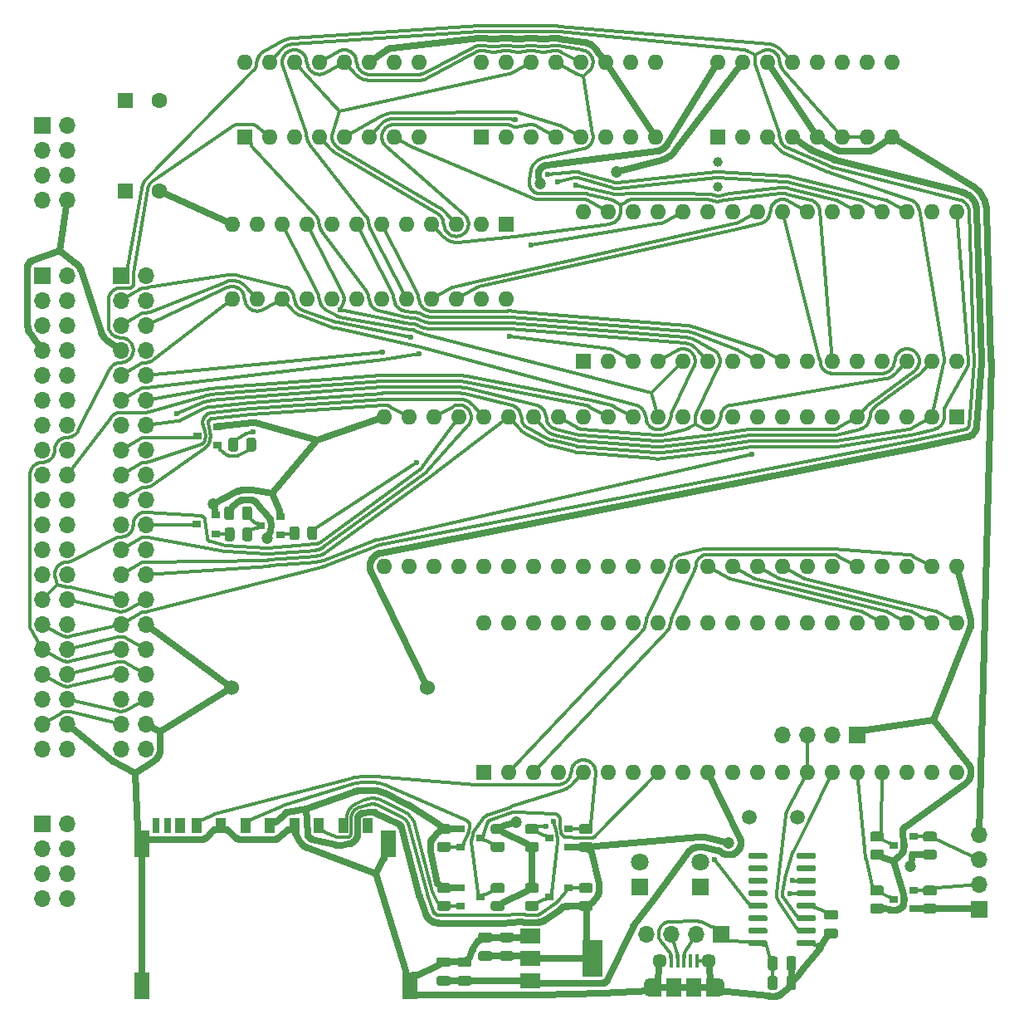
<source format=gbr>
%TF.GenerationSoftware,KiCad,Pcbnew,(5.1.9)-1*%
%TF.CreationDate,2021-05-25T17:26:24-04:00*%
%TF.ProjectId,main,6d61696e-2e6b-4696-9361-645f70636258,rev?*%
%TF.SameCoordinates,Original*%
%TF.FileFunction,Copper,L1,Top*%
%TF.FilePolarity,Positive*%
%FSLAX46Y46*%
G04 Gerber Fmt 4.6, Leading zero omitted, Abs format (unit mm)*
G04 Created by KiCad (PCBNEW (5.1.9)-1) date 2021-05-25 17:26:24*
%MOMM*%
%LPD*%
G01*
G04 APERTURE LIST*
%TA.AperFunction,SMDPad,CuDef*%
%ADD10R,0.900000X0.800000*%
%TD*%
%TA.AperFunction,ComponentPad*%
%ADD11O,1.600000X1.600000*%
%TD*%
%TA.AperFunction,ComponentPad*%
%ADD12R,1.600000X1.600000*%
%TD*%
%TA.AperFunction,SMDPad,CuDef*%
%ADD13R,1.500000X2.800000*%
%TD*%
%TA.AperFunction,SMDPad,CuDef*%
%ADD14R,0.750000X1.500000*%
%TD*%
%TA.AperFunction,SMDPad,CuDef*%
%ADD15R,0.700000X1.500000*%
%TD*%
%TA.AperFunction,SMDPad,CuDef*%
%ADD16R,1.000000X1.500000*%
%TD*%
%TA.AperFunction,SMDPad,CuDef*%
%ADD17R,2.000000X1.500000*%
%TD*%
%TA.AperFunction,SMDPad,CuDef*%
%ADD18R,2.000000X3.800000*%
%TD*%
%TA.AperFunction,ComponentPad*%
%ADD19O,1.700000X1.700000*%
%TD*%
%TA.AperFunction,ComponentPad*%
%ADD20R,1.700000X1.700000*%
%TD*%
%TA.AperFunction,ComponentPad*%
%ADD21C,1.500000*%
%TD*%
%TA.AperFunction,ComponentPad*%
%ADD22C,1.800000*%
%TD*%
%TA.AperFunction,ComponentPad*%
%ADD23R,1.800000X1.800000*%
%TD*%
%TA.AperFunction,SMDPad,CuDef*%
%ADD24R,1.200000X1.900000*%
%TD*%
%TA.AperFunction,ComponentPad*%
%ADD25O,1.200000X1.900000*%
%TD*%
%TA.AperFunction,SMDPad,CuDef*%
%ADD26R,1.500000X1.900000*%
%TD*%
%TA.AperFunction,ComponentPad*%
%ADD27C,1.450000*%
%TD*%
%TA.AperFunction,SMDPad,CuDef*%
%ADD28R,0.400000X1.350000*%
%TD*%
%TA.AperFunction,ComponentPad*%
%ADD29C,1.000000*%
%TD*%
%TA.AperFunction,ComponentPad*%
%ADD30C,1.524000*%
%TD*%
%TA.AperFunction,ComponentPad*%
%ADD31C,1.600000*%
%TD*%
%TA.AperFunction,ViaPad*%
%ADD32C,1.200000*%
%TD*%
%TA.AperFunction,ViaPad*%
%ADD33C,0.600000*%
%TD*%
%TA.AperFunction,Conductor*%
%ADD34C,0.700000*%
%TD*%
%TA.AperFunction,Conductor*%
%ADD35C,0.300000*%
%TD*%
G04 APERTURE END LIST*
D10*
%TO.P,Q9,3*%
%TO.N,~F_INUSE~*%
X38370000Y-62230000D03*
%TO.P,Q9,2*%
%TO.N,GND*%
X40370000Y-61280000D03*
%TO.P,Q9,1*%
%TO.N,Net-(Q9-Pad1)*%
X40370000Y-63180000D03*
%TD*%
%TO.P,Q8,3*%
%TO.N,Net-(Q8-Pad3)*%
X44831000Y-71374000D03*
%TO.P,Q8,2*%
%TO.N,GND*%
X46831000Y-70424000D03*
%TO.P,Q8,1*%
%TO.N,Net-(Q8-Pad1)*%
X46831000Y-72324000D03*
%TD*%
%TO.P,Q6,3*%
%TO.N,~F_INT~*%
X38243000Y-71247000D03*
%TO.P,Q6,2*%
%TO.N,GND*%
X40243000Y-70297000D03*
%TO.P,Q6,1*%
%TO.N,Net-(Q6-Pad1)*%
X40243000Y-72197000D03*
%TD*%
D11*
%TO.P,U7,16*%
%TO.N,+5V*%
X67310000Y-24130000D03*
%TO.P,U7,8*%
%TO.N,GND*%
X85090000Y-31750000D03*
%TO.P,U7,15*%
%TO.N,F_D4*%
X69850000Y-24130000D03*
%TO.P,U7,7*%
%TO.N,N/C*%
X82550000Y-31750000D03*
%TO.P,U7,14*%
%TO.N,F_A0*%
X72390000Y-24130000D03*
%TO.P,U7,6*%
%TO.N,N/C*%
X80010000Y-31750000D03*
%TO.P,U7,13*%
%TO.N,F_A1*%
X74930000Y-24130000D03*
%TO.P,U7,5*%
%TO.N,F_A13*%
X77470000Y-31750000D03*
%TO.P,U7,12*%
%TO.N,Net-(U3-Pad12)*%
X77470000Y-24130000D03*
%TO.P,U7,4*%
%TO.N,F_A14*%
X74930000Y-31750000D03*
%TO.P,U7,11*%
%TO.N,GND*%
X80010000Y-24130000D03*
%TO.P,U7,3*%
%TO.N,F_D7*%
X72390000Y-31750000D03*
%TO.P,U7,10*%
%TO.N,S4*%
X82550000Y-24130000D03*
%TO.P,U7,2*%
%TO.N,F_D6*%
X69850000Y-31750000D03*
%TO.P,U7,9*%
%TO.N,S5*%
X85090000Y-24130000D03*
D12*
%TO.P,U7,1*%
%TO.N,F_D5*%
X67310000Y-31750000D03*
%TD*%
D11*
%TO.P,U3,16*%
%TO.N,+5V*%
X43180000Y-24130000D03*
%TO.P,U3,8*%
%TO.N,GND*%
X60960000Y-31750000D03*
%TO.P,U3,15*%
%TO.N,F_D0*%
X45720000Y-24130000D03*
%TO.P,U3,7*%
%TO.N,S2*%
X58420000Y-31750000D03*
%TO.P,U3,14*%
%TO.N,F_A0*%
X48260000Y-24130000D03*
%TO.P,U3,6*%
%TO.N,S3*%
X55880000Y-31750000D03*
%TO.P,U3,13*%
%TO.N,F_A1*%
X50800000Y-24130000D03*
%TO.P,U3,5*%
%TO.N,F_A13*%
X53340000Y-31750000D03*
%TO.P,U3,12*%
%TO.N,Net-(U3-Pad12)*%
X53340000Y-24130000D03*
%TO.P,U3,4*%
%TO.N,F_A14*%
X50800000Y-31750000D03*
%TO.P,U3,11*%
%TO.N,GND*%
X55880000Y-24130000D03*
%TO.P,U3,3*%
%TO.N,F_D3*%
X48260000Y-31750000D03*
%TO.P,U3,10*%
%TO.N,S0*%
X58420000Y-24130000D03*
%TO.P,U3,2*%
%TO.N,F_D2*%
X45720000Y-31750000D03*
%TO.P,U3,9*%
%TO.N,S1*%
X60960000Y-24130000D03*
D12*
%TO.P,U3,1*%
%TO.N,F_D1*%
X43180000Y-31750000D03*
%TD*%
D13*
%TO.P,J9,13*%
%TO.N,GND*%
X57805000Y-103775000D03*
X60005000Y-118275000D03*
%TO.P,J9,12*%
X32705000Y-118275000D03*
X32705000Y-103775000D03*
D14*
%TO.P,J9,11*%
%TO.N,N/C*%
X34105000Y-101975000D03*
D15*
%TO.P,J9,10*%
X35305000Y-101975000D03*
D16*
%TO.P,J9,9*%
X55735000Y-101975000D03*
%TO.P,J9,6*%
%TO.N,GND*%
X40735000Y-101975000D03*
%TO.P,J9,5*%
%TO.N,Net-(J9-Pad5)*%
X43235000Y-101975000D03*
%TO.P,J9,4*%
%TO.N,+3V3*%
X45735000Y-101975000D03*
%TO.P,J9,3*%
%TO.N,GND*%
X48235000Y-101975000D03*
%TO.P,J9,1*%
%TO.N,Net-(J9-Pad1)*%
X53235000Y-101975000D03*
%TO.P,J9,2*%
%TO.N,Net-(J9-Pad2)*%
X50735000Y-101975000D03*
%TO.P,J9,7*%
%TO.N,Net-(J9-Pad7)*%
X38305000Y-101975000D03*
%TO.P,J9,8*%
%TO.N,N/C*%
X36605000Y-101975000D03*
%TD*%
D17*
%TO.P,U1,1*%
%TO.N,GND*%
X72330000Y-113188000D03*
%TO.P,U1,3*%
%TO.N,+5V*%
X72330000Y-117788000D03*
%TO.P,U1,2*%
%TO.N,+3V3*%
X72330000Y-115488000D03*
D18*
X78630000Y-115488000D03*
%TD*%
%TO.P,R17,2*%
%TO.N,Net-(J4-Pad2)*%
%TA.AperFunction,SMDPad,CuDef*%
G36*
G01*
X113550001Y-109100000D02*
X112649999Y-109100000D01*
G75*
G02*
X112400000Y-108850001I0J249999D01*
G01*
X112400000Y-108324999D01*
G75*
G02*
X112649999Y-108075000I249999J0D01*
G01*
X113550001Y-108075000D01*
G75*
G02*
X113800000Y-108324999I0J-249999D01*
G01*
X113800000Y-108850001D01*
G75*
G02*
X113550001Y-109100000I-249999J0D01*
G01*
G37*
%TD.AperFunction*%
%TO.P,R17,1*%
%TO.N,+3V3*%
%TA.AperFunction,SMDPad,CuDef*%
G36*
G01*
X113550001Y-110925000D02*
X112649999Y-110925000D01*
G75*
G02*
X112400000Y-110675001I0J249999D01*
G01*
X112400000Y-110149999D01*
G75*
G02*
X112649999Y-109900000I249999J0D01*
G01*
X113550001Y-109900000D01*
G75*
G02*
X113800000Y-110149999I0J-249999D01*
G01*
X113800000Y-110675001D01*
G75*
G02*
X113550001Y-110925000I-249999J0D01*
G01*
G37*
%TD.AperFunction*%
%TD*%
%TO.P,R16,2*%
%TO.N,Net-(Q7-Pad3)*%
%TA.AperFunction,SMDPad,CuDef*%
G36*
G01*
X108150001Y-109100000D02*
X107249999Y-109100000D01*
G75*
G02*
X107000000Y-108850001I0J249999D01*
G01*
X107000000Y-108324999D01*
G75*
G02*
X107249999Y-108075000I249999J0D01*
G01*
X108150001Y-108075000D01*
G75*
G02*
X108400000Y-108324999I0J-249999D01*
G01*
X108400000Y-108850001D01*
G75*
G02*
X108150001Y-109100000I-249999J0D01*
G01*
G37*
%TD.AperFunction*%
%TO.P,R16,1*%
%TO.N,+5V*%
%TA.AperFunction,SMDPad,CuDef*%
G36*
G01*
X108150001Y-110925000D02*
X107249999Y-110925000D01*
G75*
G02*
X107000000Y-110675001I0J249999D01*
G01*
X107000000Y-110149999D01*
G75*
G02*
X107249999Y-109900000I249999J0D01*
G01*
X108150001Y-109900000D01*
G75*
G02*
X108400000Y-110149999I0J-249999D01*
G01*
X108400000Y-110675001D01*
G75*
G02*
X108150001Y-110925000I-249999J0D01*
G01*
G37*
%TD.AperFunction*%
%TD*%
%TO.P,R13,2*%
%TO.N,Net-(J4-Pad3)*%
%TA.AperFunction,SMDPad,CuDef*%
G36*
G01*
X113550001Y-103600000D02*
X112649999Y-103600000D01*
G75*
G02*
X112400000Y-103350001I0J249999D01*
G01*
X112400000Y-102824999D01*
G75*
G02*
X112649999Y-102575000I249999J0D01*
G01*
X113550001Y-102575000D01*
G75*
G02*
X113800000Y-102824999I0J-249999D01*
G01*
X113800000Y-103350001D01*
G75*
G02*
X113550001Y-103600000I-249999J0D01*
G01*
G37*
%TD.AperFunction*%
%TO.P,R13,1*%
%TO.N,+3V3*%
%TA.AperFunction,SMDPad,CuDef*%
G36*
G01*
X113550001Y-105425000D02*
X112649999Y-105425000D01*
G75*
G02*
X112400000Y-105175001I0J249999D01*
G01*
X112400000Y-104649999D01*
G75*
G02*
X112649999Y-104400000I249999J0D01*
G01*
X113550001Y-104400000D01*
G75*
G02*
X113800000Y-104649999I0J-249999D01*
G01*
X113800000Y-105175001D01*
G75*
G02*
X113550001Y-105425000I-249999J0D01*
G01*
G37*
%TD.AperFunction*%
%TD*%
%TO.P,R12,2*%
%TO.N,Net-(Q5-Pad3)*%
%TA.AperFunction,SMDPad,CuDef*%
G36*
G01*
X108150001Y-103600000D02*
X107249999Y-103600000D01*
G75*
G02*
X107000000Y-103350001I0J249999D01*
G01*
X107000000Y-102824999D01*
G75*
G02*
X107249999Y-102575000I249999J0D01*
G01*
X108150001Y-102575000D01*
G75*
G02*
X108400000Y-102824999I0J-249999D01*
G01*
X108400000Y-103350001D01*
G75*
G02*
X108150001Y-103600000I-249999J0D01*
G01*
G37*
%TD.AperFunction*%
%TO.P,R12,1*%
%TO.N,+5V*%
%TA.AperFunction,SMDPad,CuDef*%
G36*
G01*
X108150001Y-105425000D02*
X107249999Y-105425000D01*
G75*
G02*
X107000000Y-105175001I0J249999D01*
G01*
X107000000Y-104649999D01*
G75*
G02*
X107249999Y-104400000I249999J0D01*
G01*
X108150001Y-104400000D01*
G75*
G02*
X108400000Y-104649999I0J-249999D01*
G01*
X108400000Y-105175001D01*
G75*
G02*
X108150001Y-105425000I-249999J0D01*
G01*
G37*
%TD.AperFunction*%
%TD*%
%TO.P,R8,2*%
%TO.N,Net-(Q4-Pad3)*%
%TA.AperFunction,SMDPad,CuDef*%
G36*
G01*
X69442001Y-108830000D02*
X68541999Y-108830000D01*
G75*
G02*
X68292000Y-108580001I0J249999D01*
G01*
X68292000Y-108054999D01*
G75*
G02*
X68541999Y-107805000I249999J0D01*
G01*
X69442001Y-107805000D01*
G75*
G02*
X69692000Y-108054999I0J-249999D01*
G01*
X69692000Y-108580001D01*
G75*
G02*
X69442001Y-108830000I-249999J0D01*
G01*
G37*
%TD.AperFunction*%
%TO.P,R8,1*%
%TO.N,+5V*%
%TA.AperFunction,SMDPad,CuDef*%
G36*
G01*
X69442001Y-110655000D02*
X68541999Y-110655000D01*
G75*
G02*
X68292000Y-110405001I0J249999D01*
G01*
X68292000Y-109879999D01*
G75*
G02*
X68541999Y-109630000I249999J0D01*
G01*
X69442001Y-109630000D01*
G75*
G02*
X69692000Y-109879999I0J-249999D01*
G01*
X69692000Y-110405001D01*
G75*
G02*
X69442001Y-110655000I-249999J0D01*
G01*
G37*
%TD.AperFunction*%
%TD*%
%TO.P,R7,2*%
%TO.N,Net-(Q3-Pad3)*%
%TA.AperFunction,SMDPad,CuDef*%
G36*
G01*
X72041999Y-109630000D02*
X72942001Y-109630000D01*
G75*
G02*
X73192000Y-109879999I0J-249999D01*
G01*
X73192000Y-110405001D01*
G75*
G02*
X72942001Y-110655000I-249999J0D01*
G01*
X72041999Y-110655000D01*
G75*
G02*
X71792000Y-110405001I0J249999D01*
G01*
X71792000Y-109879999D01*
G75*
G02*
X72041999Y-109630000I249999J0D01*
G01*
G37*
%TD.AperFunction*%
%TO.P,R7,1*%
%TO.N,+5V*%
%TA.AperFunction,SMDPad,CuDef*%
G36*
G01*
X72041999Y-107805000D02*
X72942001Y-107805000D01*
G75*
G02*
X73192000Y-108054999I0J-249999D01*
G01*
X73192000Y-108580001D01*
G75*
G02*
X72942001Y-108830000I-249999J0D01*
G01*
X72041999Y-108830000D01*
G75*
G02*
X71792000Y-108580001I0J249999D01*
G01*
X71792000Y-108054999D01*
G75*
G02*
X72041999Y-107805000I249999J0D01*
G01*
G37*
%TD.AperFunction*%
%TD*%
%TO.P,R6,2*%
%TO.N,Net-(Q2-Pad3)*%
%TA.AperFunction,SMDPad,CuDef*%
G36*
G01*
X72942001Y-102818000D02*
X72041999Y-102818000D01*
G75*
G02*
X71792000Y-102568001I0J249999D01*
G01*
X71792000Y-102042999D01*
G75*
G02*
X72041999Y-101793000I249999J0D01*
G01*
X72942001Y-101793000D01*
G75*
G02*
X73192000Y-102042999I0J-249999D01*
G01*
X73192000Y-102568001D01*
G75*
G02*
X72942001Y-102818000I-249999J0D01*
G01*
G37*
%TD.AperFunction*%
%TO.P,R6,1*%
%TO.N,+5V*%
%TA.AperFunction,SMDPad,CuDef*%
G36*
G01*
X72942001Y-104643000D02*
X72041999Y-104643000D01*
G75*
G02*
X71792000Y-104393001I0J249999D01*
G01*
X71792000Y-103867999D01*
G75*
G02*
X72041999Y-103618000I249999J0D01*
G01*
X72942001Y-103618000D01*
G75*
G02*
X73192000Y-103867999I0J-249999D01*
G01*
X73192000Y-104393001D01*
G75*
G02*
X72942001Y-104643000I-249999J0D01*
G01*
G37*
%TD.AperFunction*%
%TD*%
%TO.P,R5,2*%
%TO.N,Net-(Q1-Pad3)*%
%TA.AperFunction,SMDPad,CuDef*%
G36*
G01*
X68541999Y-103618000D02*
X69442001Y-103618000D01*
G75*
G02*
X69692000Y-103867999I0J-249999D01*
G01*
X69692000Y-104393001D01*
G75*
G02*
X69442001Y-104643000I-249999J0D01*
G01*
X68541999Y-104643000D01*
G75*
G02*
X68292000Y-104393001I0J249999D01*
G01*
X68292000Y-103867999D01*
G75*
G02*
X68541999Y-103618000I249999J0D01*
G01*
G37*
%TD.AperFunction*%
%TO.P,R5,1*%
%TO.N,+5V*%
%TA.AperFunction,SMDPad,CuDef*%
G36*
G01*
X68541999Y-101793000D02*
X69442001Y-101793000D01*
G75*
G02*
X69692000Y-102042999I0J-249999D01*
G01*
X69692000Y-102568001D01*
G75*
G02*
X69442001Y-102818000I-249999J0D01*
G01*
X68541999Y-102818000D01*
G75*
G02*
X68292000Y-102568001I0J249999D01*
G01*
X68292000Y-102042999D01*
G75*
G02*
X68541999Y-101793000I249999J0D01*
G01*
G37*
%TD.AperFunction*%
%TD*%
%TO.P,R4,1*%
%TO.N,+3V3*%
%TA.AperFunction,SMDPad,CuDef*%
G36*
G01*
X63041999Y-107805000D02*
X63942001Y-107805000D01*
G75*
G02*
X64192000Y-108054999I0J-249999D01*
G01*
X64192000Y-108580001D01*
G75*
G02*
X63942001Y-108830000I-249999J0D01*
G01*
X63041999Y-108830000D01*
G75*
G02*
X62792000Y-108580001I0J249999D01*
G01*
X62792000Y-108054999D01*
G75*
G02*
X63041999Y-107805000I249999J0D01*
G01*
G37*
%TD.AperFunction*%
%TO.P,R4,2*%
%TO.N,Net-(J9-Pad1)*%
%TA.AperFunction,SMDPad,CuDef*%
G36*
G01*
X63041999Y-109630000D02*
X63942001Y-109630000D01*
G75*
G02*
X64192000Y-109879999I0J-249999D01*
G01*
X64192000Y-110405001D01*
G75*
G02*
X63942001Y-110655000I-249999J0D01*
G01*
X63041999Y-110655000D01*
G75*
G02*
X62792000Y-110405001I0J249999D01*
G01*
X62792000Y-109879999D01*
G75*
G02*
X63041999Y-109630000I249999J0D01*
G01*
G37*
%TD.AperFunction*%
%TD*%
%TO.P,R3,2*%
%TO.N,Net-(J9-Pad2)*%
%TA.AperFunction,SMDPad,CuDef*%
G36*
G01*
X78442001Y-108830000D02*
X77541999Y-108830000D01*
G75*
G02*
X77292000Y-108580001I0J249999D01*
G01*
X77292000Y-108054999D01*
G75*
G02*
X77541999Y-107805000I249999J0D01*
G01*
X78442001Y-107805000D01*
G75*
G02*
X78692000Y-108054999I0J-249999D01*
G01*
X78692000Y-108580001D01*
G75*
G02*
X78442001Y-108830000I-249999J0D01*
G01*
G37*
%TD.AperFunction*%
%TO.P,R3,1*%
%TO.N,+3V3*%
%TA.AperFunction,SMDPad,CuDef*%
G36*
G01*
X78442001Y-110655000D02*
X77541999Y-110655000D01*
G75*
G02*
X77292000Y-110405001I0J249999D01*
G01*
X77292000Y-109879999D01*
G75*
G02*
X77541999Y-109630000I249999J0D01*
G01*
X78442001Y-109630000D01*
G75*
G02*
X78692000Y-109879999I0J-249999D01*
G01*
X78692000Y-110405001D01*
G75*
G02*
X78442001Y-110655000I-249999J0D01*
G01*
G37*
%TD.AperFunction*%
%TD*%
%TO.P,R2,2*%
%TO.N,Net-(J9-Pad7)*%
%TA.AperFunction,SMDPad,CuDef*%
G36*
G01*
X78442001Y-102818000D02*
X77541999Y-102818000D01*
G75*
G02*
X77292000Y-102568001I0J249999D01*
G01*
X77292000Y-102042999D01*
G75*
G02*
X77541999Y-101793000I249999J0D01*
G01*
X78442001Y-101793000D01*
G75*
G02*
X78692000Y-102042999I0J-249999D01*
G01*
X78692000Y-102568001D01*
G75*
G02*
X78442001Y-102818000I-249999J0D01*
G01*
G37*
%TD.AperFunction*%
%TO.P,R2,1*%
%TO.N,+3V3*%
%TA.AperFunction,SMDPad,CuDef*%
G36*
G01*
X78442001Y-104643000D02*
X77541999Y-104643000D01*
G75*
G02*
X77292000Y-104393001I0J249999D01*
G01*
X77292000Y-103867999D01*
G75*
G02*
X77541999Y-103618000I249999J0D01*
G01*
X78442001Y-103618000D01*
G75*
G02*
X78692000Y-103867999I0J-249999D01*
G01*
X78692000Y-104393001D01*
G75*
G02*
X78442001Y-104643000I-249999J0D01*
G01*
G37*
%TD.AperFunction*%
%TD*%
%TO.P,R1,2*%
%TO.N,Net-(J9-Pad5)*%
%TA.AperFunction,SMDPad,CuDef*%
G36*
G01*
X63041999Y-103618000D02*
X63942001Y-103618000D01*
G75*
G02*
X64192000Y-103867999I0J-249999D01*
G01*
X64192000Y-104393001D01*
G75*
G02*
X63942001Y-104643000I-249999J0D01*
G01*
X63041999Y-104643000D01*
G75*
G02*
X62792000Y-104393001I0J249999D01*
G01*
X62792000Y-103867999D01*
G75*
G02*
X63041999Y-103618000I249999J0D01*
G01*
G37*
%TD.AperFunction*%
%TO.P,R1,1*%
%TO.N,+3V3*%
%TA.AperFunction,SMDPad,CuDef*%
G36*
G01*
X63041999Y-101793000D02*
X63942001Y-101793000D01*
G75*
G02*
X64192000Y-102042999I0J-249999D01*
G01*
X64192000Y-102568001D01*
G75*
G02*
X63942001Y-102818000I-249999J0D01*
G01*
X63041999Y-102818000D01*
G75*
G02*
X62792000Y-102568001I0J249999D01*
G01*
X62792000Y-102042999D01*
G75*
G02*
X63041999Y-101793000I249999J0D01*
G01*
G37*
%TD.AperFunction*%
%TD*%
D10*
%TO.P,Q7,3*%
%TO.N,Net-(Q7-Pad3)*%
X109400000Y-109500000D03*
%TO.P,Q7,2*%
%TO.N,Net-(J4-Pad2)*%
X111400000Y-108550000D03*
%TO.P,Q7,1*%
%TO.N,+3V3*%
X111400000Y-110450000D03*
%TD*%
%TO.P,Q5,3*%
%TO.N,Net-(Q5-Pad3)*%
X109400000Y-104000000D03*
%TO.P,Q5,2*%
%TO.N,Net-(J4-Pad3)*%
X111400000Y-103050000D03*
%TO.P,Q5,1*%
%TO.N,+3V3*%
X111400000Y-104950000D03*
%TD*%
%TO.P,Q4,3*%
%TO.N,Net-(Q4-Pad3)*%
X67242000Y-109230000D03*
%TO.P,Q4,2*%
%TO.N,Net-(J9-Pad1)*%
X65242000Y-110180000D03*
%TO.P,Q4,1*%
%TO.N,+3V3*%
X65242000Y-108280000D03*
%TD*%
%TO.P,Q3,3*%
%TO.N,Net-(Q3-Pad3)*%
X74242000Y-109230000D03*
%TO.P,Q3,2*%
%TO.N,Net-(J9-Pad2)*%
X76242000Y-108280000D03*
%TO.P,Q3,1*%
%TO.N,+3V3*%
X76242000Y-110180000D03*
%TD*%
%TO.P,Q2,3*%
%TO.N,Net-(Q2-Pad3)*%
X74242000Y-103218000D03*
%TO.P,Q2,2*%
%TO.N,Net-(J9-Pad7)*%
X76242000Y-102268000D03*
%TO.P,Q2,1*%
%TO.N,+3V3*%
X76242000Y-104168000D03*
%TD*%
%TO.P,Q1,3*%
%TO.N,Net-(Q1-Pad3)*%
X67242000Y-103218000D03*
%TO.P,Q1,2*%
%TO.N,Net-(J9-Pad5)*%
X65242000Y-104168000D03*
%TO.P,Q1,1*%
%TO.N,+3V3*%
X65242000Y-102268000D03*
%TD*%
D19*
%TO.P,J4,4*%
%TO.N,GND*%
X118110000Y-102870000D03*
%TO.P,J4,3*%
%TO.N,Net-(J4-Pad3)*%
X118110000Y-105410000D03*
%TO.P,J4,2*%
%TO.N,Net-(J4-Pad2)*%
X118110000Y-107950000D03*
D20*
%TO.P,J4,1*%
%TO.N,+3V3*%
X118110000Y-110490000D03*
%TD*%
%TO.P,C8,2*%
%TO.N,+3V3*%
%TA.AperFunction,SMDPad,CuDef*%
G36*
G01*
X67255000Y-114753000D02*
X68205000Y-114753000D01*
G75*
G02*
X68455000Y-115003000I0J-250000D01*
G01*
X68455000Y-115503000D01*
G75*
G02*
X68205000Y-115753000I-250000J0D01*
G01*
X67255000Y-115753000D01*
G75*
G02*
X67005000Y-115503000I0J250000D01*
G01*
X67005000Y-115003000D01*
G75*
G02*
X67255000Y-114753000I250000J0D01*
G01*
G37*
%TD.AperFunction*%
%TO.P,C8,1*%
%TO.N,GND*%
%TA.AperFunction,SMDPad,CuDef*%
G36*
G01*
X67255000Y-112853000D02*
X68205000Y-112853000D01*
G75*
G02*
X68455000Y-113103000I0J-250000D01*
G01*
X68455000Y-113603000D01*
G75*
G02*
X68205000Y-113853000I-250000J0D01*
G01*
X67255000Y-113853000D01*
G75*
G02*
X67005000Y-113603000I0J250000D01*
G01*
X67005000Y-113103000D01*
G75*
G02*
X67255000Y-112853000I250000J0D01*
G01*
G37*
%TD.AperFunction*%
%TD*%
%TO.P,C7,2*%
%TO.N,GND*%
%TA.AperFunction,SMDPad,CuDef*%
G36*
G01*
X63955000Y-116373000D02*
X63005000Y-116373000D01*
G75*
G02*
X62755000Y-116123000I0J250000D01*
G01*
X62755000Y-115623000D01*
G75*
G02*
X63005000Y-115373000I250000J0D01*
G01*
X63955000Y-115373000D01*
G75*
G02*
X64205000Y-115623000I0J-250000D01*
G01*
X64205000Y-116123000D01*
G75*
G02*
X63955000Y-116373000I-250000J0D01*
G01*
G37*
%TD.AperFunction*%
%TO.P,C7,1*%
%TO.N,+5V*%
%TA.AperFunction,SMDPad,CuDef*%
G36*
G01*
X63955000Y-118273000D02*
X63005000Y-118273000D01*
G75*
G02*
X62755000Y-118023000I0J250000D01*
G01*
X62755000Y-117523000D01*
G75*
G02*
X63005000Y-117273000I250000J0D01*
G01*
X63955000Y-117273000D01*
G75*
G02*
X64205000Y-117523000I0J-250000D01*
G01*
X64205000Y-118023000D01*
G75*
G02*
X63955000Y-118273000I-250000J0D01*
G01*
G37*
%TD.AperFunction*%
%TD*%
%TO.P,C6,2*%
%TO.N,+3V3*%
%TA.AperFunction,SMDPad,CuDef*%
G36*
G01*
X69435000Y-114753000D02*
X70385000Y-114753000D01*
G75*
G02*
X70635000Y-115003000I0J-250000D01*
G01*
X70635000Y-115503000D01*
G75*
G02*
X70385000Y-115753000I-250000J0D01*
G01*
X69435000Y-115753000D01*
G75*
G02*
X69185000Y-115503000I0J250000D01*
G01*
X69185000Y-115003000D01*
G75*
G02*
X69435000Y-114753000I250000J0D01*
G01*
G37*
%TD.AperFunction*%
%TO.P,C6,1*%
%TO.N,GND*%
%TA.AperFunction,SMDPad,CuDef*%
G36*
G01*
X69435000Y-112853000D02*
X70385000Y-112853000D01*
G75*
G02*
X70635000Y-113103000I0J-250000D01*
G01*
X70635000Y-113603000D01*
G75*
G02*
X70385000Y-113853000I-250000J0D01*
G01*
X69435000Y-113853000D01*
G75*
G02*
X69185000Y-113603000I0J250000D01*
G01*
X69185000Y-113103000D01*
G75*
G02*
X69435000Y-112853000I250000J0D01*
G01*
G37*
%TD.AperFunction*%
%TD*%
%TO.P,C5,2*%
%TO.N,GND*%
%TA.AperFunction,SMDPad,CuDef*%
G36*
G01*
X66080000Y-116373000D02*
X65130000Y-116373000D01*
G75*
G02*
X64880000Y-116123000I0J250000D01*
G01*
X64880000Y-115623000D01*
G75*
G02*
X65130000Y-115373000I250000J0D01*
G01*
X66080000Y-115373000D01*
G75*
G02*
X66330000Y-115623000I0J-250000D01*
G01*
X66330000Y-116123000D01*
G75*
G02*
X66080000Y-116373000I-250000J0D01*
G01*
G37*
%TD.AperFunction*%
%TO.P,C5,1*%
%TO.N,+5V*%
%TA.AperFunction,SMDPad,CuDef*%
G36*
G01*
X66080000Y-118273000D02*
X65130000Y-118273000D01*
G75*
G02*
X64880000Y-118023000I0J250000D01*
G01*
X64880000Y-117523000D01*
G75*
G02*
X65130000Y-117273000I250000J0D01*
G01*
X66080000Y-117273000D01*
G75*
G02*
X66330000Y-117523000I0J-250000D01*
G01*
X66330000Y-118023000D01*
G75*
G02*
X66080000Y-118273000I-250000J0D01*
G01*
G37*
%TD.AperFunction*%
%TD*%
D21*
%TO.P,Y2,2*%
%TO.N,Net-(C9-Pad1)*%
X94688000Y-101092000D03*
%TO.P,Y2,1*%
%TO.N,Net-(C10-Pad1)*%
X99568000Y-101092000D03*
%TD*%
%TO.P,U9,16*%
%TO.N,Net-(C15-Pad1)*%
%TA.AperFunction,SMDPad,CuDef*%
G36*
G01*
X96500000Y-113795000D02*
X96500000Y-114095000D01*
G75*
G02*
X96350000Y-114245000I-150000J0D01*
G01*
X94700000Y-114245000D01*
G75*
G02*
X94550000Y-114095000I0J150000D01*
G01*
X94550000Y-113795000D01*
G75*
G02*
X94700000Y-113645000I150000J0D01*
G01*
X96350000Y-113645000D01*
G75*
G02*
X96500000Y-113795000I0J-150000D01*
G01*
G37*
%TD.AperFunction*%
%TO.P,U9,15*%
%TO.N,N/C*%
%TA.AperFunction,SMDPad,CuDef*%
G36*
G01*
X96500000Y-112525000D02*
X96500000Y-112825000D01*
G75*
G02*
X96350000Y-112975000I-150000J0D01*
G01*
X94700000Y-112975000D01*
G75*
G02*
X94550000Y-112825000I0J150000D01*
G01*
X94550000Y-112525000D01*
G75*
G02*
X94700000Y-112375000I150000J0D01*
G01*
X96350000Y-112375000D01*
G75*
G02*
X96500000Y-112525000I0J-150000D01*
G01*
G37*
%TD.AperFunction*%
%TO.P,U9,14*%
%TA.AperFunction,SMDPad,CuDef*%
G36*
G01*
X96500000Y-111255000D02*
X96500000Y-111555000D01*
G75*
G02*
X96350000Y-111705000I-150000J0D01*
G01*
X94700000Y-111705000D01*
G75*
G02*
X94550000Y-111555000I0J150000D01*
G01*
X94550000Y-111255000D01*
G75*
G02*
X94700000Y-111105000I150000J0D01*
G01*
X96350000Y-111105000D01*
G75*
G02*
X96500000Y-111255000I0J-150000D01*
G01*
G37*
%TD.AperFunction*%
%TO.P,U9,13*%
%TO.N,Net-(C19-Pad1)*%
%TA.AperFunction,SMDPad,CuDef*%
G36*
G01*
X96500000Y-109985000D02*
X96500000Y-110285000D01*
G75*
G02*
X96350000Y-110435000I-150000J0D01*
G01*
X94700000Y-110435000D01*
G75*
G02*
X94550000Y-110285000I0J150000D01*
G01*
X94550000Y-109985000D01*
G75*
G02*
X94700000Y-109835000I150000J0D01*
G01*
X96350000Y-109835000D01*
G75*
G02*
X96500000Y-109985000I0J-150000D01*
G01*
G37*
%TD.AperFunction*%
%TO.P,U9,12*%
%TO.N,N/C*%
%TA.AperFunction,SMDPad,CuDef*%
G36*
G01*
X96500000Y-108715000D02*
X96500000Y-109015000D01*
G75*
G02*
X96350000Y-109165000I-150000J0D01*
G01*
X94700000Y-109165000D01*
G75*
G02*
X94550000Y-109015000I0J150000D01*
G01*
X94550000Y-108715000D01*
G75*
G02*
X94700000Y-108565000I150000J0D01*
G01*
X96350000Y-108565000D01*
G75*
G02*
X96500000Y-108715000I0J-150000D01*
G01*
G37*
%TD.AperFunction*%
%TO.P,U9,11*%
%TA.AperFunction,SMDPad,CuDef*%
G36*
G01*
X96500000Y-107445000D02*
X96500000Y-107745000D01*
G75*
G02*
X96350000Y-107895000I-150000J0D01*
G01*
X94700000Y-107895000D01*
G75*
G02*
X94550000Y-107745000I0J150000D01*
G01*
X94550000Y-107445000D01*
G75*
G02*
X94700000Y-107295000I150000J0D01*
G01*
X96350000Y-107295000D01*
G75*
G02*
X96500000Y-107445000I0J-150000D01*
G01*
G37*
%TD.AperFunction*%
%TO.P,U9,10*%
%TA.AperFunction,SMDPad,CuDef*%
G36*
G01*
X96500000Y-106175000D02*
X96500000Y-106475000D01*
G75*
G02*
X96350000Y-106625000I-150000J0D01*
G01*
X94700000Y-106625000D01*
G75*
G02*
X94550000Y-106475000I0J150000D01*
G01*
X94550000Y-106175000D01*
G75*
G02*
X94700000Y-106025000I150000J0D01*
G01*
X96350000Y-106025000D01*
G75*
G02*
X96500000Y-106175000I0J-150000D01*
G01*
G37*
%TD.AperFunction*%
%TO.P,U9,9*%
%TA.AperFunction,SMDPad,CuDef*%
G36*
G01*
X96500000Y-104905000D02*
X96500000Y-105205000D01*
G75*
G02*
X96350000Y-105355000I-150000J0D01*
G01*
X94700000Y-105355000D01*
G75*
G02*
X94550000Y-105205000I0J150000D01*
G01*
X94550000Y-104905000D01*
G75*
G02*
X94700000Y-104755000I150000J0D01*
G01*
X96350000Y-104755000D01*
G75*
G02*
X96500000Y-104905000I0J-150000D01*
G01*
G37*
%TD.AperFunction*%
%TO.P,U9,8*%
%TA.AperFunction,SMDPad,CuDef*%
G36*
G01*
X101450000Y-104905000D02*
X101450000Y-105205000D01*
G75*
G02*
X101300000Y-105355000I-150000J0D01*
G01*
X99650000Y-105355000D01*
G75*
G02*
X99500000Y-105205000I0J150000D01*
G01*
X99500000Y-104905000D01*
G75*
G02*
X99650000Y-104755000I150000J0D01*
G01*
X101300000Y-104755000D01*
G75*
G02*
X101450000Y-104905000I0J-150000D01*
G01*
G37*
%TD.AperFunction*%
%TO.P,U9,7*%
%TA.AperFunction,SMDPad,CuDef*%
G36*
G01*
X101450000Y-106175000D02*
X101450000Y-106475000D01*
G75*
G02*
X101300000Y-106625000I-150000J0D01*
G01*
X99650000Y-106625000D01*
G75*
G02*
X99500000Y-106475000I0J150000D01*
G01*
X99500000Y-106175000D01*
G75*
G02*
X99650000Y-106025000I150000J0D01*
G01*
X101300000Y-106025000D01*
G75*
G02*
X101450000Y-106175000I0J-150000D01*
G01*
G37*
%TD.AperFunction*%
%TO.P,U9,6*%
%TO.N,Net-(J6-Pad3)*%
%TA.AperFunction,SMDPad,CuDef*%
G36*
G01*
X101450000Y-107445000D02*
X101450000Y-107745000D01*
G75*
G02*
X101300000Y-107895000I-150000J0D01*
G01*
X99650000Y-107895000D01*
G75*
G02*
X99500000Y-107745000I0J150000D01*
G01*
X99500000Y-107445000D01*
G75*
G02*
X99650000Y-107295000I150000J0D01*
G01*
X101300000Y-107295000D01*
G75*
G02*
X101450000Y-107445000I0J-150000D01*
G01*
G37*
%TD.AperFunction*%
%TO.P,U9,5*%
%TO.N,Net-(J6-Pad2)*%
%TA.AperFunction,SMDPad,CuDef*%
G36*
G01*
X101450000Y-108715000D02*
X101450000Y-109015000D01*
G75*
G02*
X101300000Y-109165000I-150000J0D01*
G01*
X99650000Y-109165000D01*
G75*
G02*
X99500000Y-109015000I0J150000D01*
G01*
X99500000Y-108715000D01*
G75*
G02*
X99650000Y-108565000I150000J0D01*
G01*
X101300000Y-108565000D01*
G75*
G02*
X101450000Y-108715000I0J-150000D01*
G01*
G37*
%TD.AperFunction*%
%TO.P,U9,4*%
%TO.N,Net-(C17-Pad1)*%
%TA.AperFunction,SMDPad,CuDef*%
G36*
G01*
X101450000Y-109985000D02*
X101450000Y-110285000D01*
G75*
G02*
X101300000Y-110435000I-150000J0D01*
G01*
X99650000Y-110435000D01*
G75*
G02*
X99500000Y-110285000I0J150000D01*
G01*
X99500000Y-109985000D01*
G75*
G02*
X99650000Y-109835000I150000J0D01*
G01*
X101300000Y-109835000D01*
G75*
G02*
X101450000Y-109985000I0J-150000D01*
G01*
G37*
%TD.AperFunction*%
%TO.P,U9,3*%
%TO.N,Net-(J8-Pad2)*%
%TA.AperFunction,SMDPad,CuDef*%
G36*
G01*
X101450000Y-111255000D02*
X101450000Y-111555000D01*
G75*
G02*
X101300000Y-111705000I-150000J0D01*
G01*
X99650000Y-111705000D01*
G75*
G02*
X99500000Y-111555000I0J150000D01*
G01*
X99500000Y-111255000D01*
G75*
G02*
X99650000Y-111105000I150000J0D01*
G01*
X101300000Y-111105000D01*
G75*
G02*
X101450000Y-111255000I0J-150000D01*
G01*
G37*
%TD.AperFunction*%
%TO.P,U9,2*%
%TO.N,Net-(J8-Pad3)*%
%TA.AperFunction,SMDPad,CuDef*%
G36*
G01*
X101450000Y-112525000D02*
X101450000Y-112825000D01*
G75*
G02*
X101300000Y-112975000I-150000J0D01*
G01*
X99650000Y-112975000D01*
G75*
G02*
X99500000Y-112825000I0J150000D01*
G01*
X99500000Y-112525000D01*
G75*
G02*
X99650000Y-112375000I150000J0D01*
G01*
X101300000Y-112375000D01*
G75*
G02*
X101450000Y-112525000I0J-150000D01*
G01*
G37*
%TD.AperFunction*%
%TO.P,U9,1*%
%TO.N,GND*%
%TA.AperFunction,SMDPad,CuDef*%
G36*
G01*
X101450000Y-113795000D02*
X101450000Y-114095000D01*
G75*
G02*
X101300000Y-114245000I-150000J0D01*
G01*
X99650000Y-114245000D01*
G75*
G02*
X99500000Y-114095000I0J150000D01*
G01*
X99500000Y-113795000D01*
G75*
G02*
X99650000Y-113645000I150000J0D01*
G01*
X101300000Y-113645000D01*
G75*
G02*
X101450000Y-113795000I0J-150000D01*
G01*
G37*
%TD.AperFunction*%
%TD*%
D19*
%TO.P,J8,4*%
%TO.N,GND*%
X98044000Y-92710000D03*
%TO.P,J8,3*%
%TO.N,Net-(J8-Pad3)*%
X100584000Y-92710000D03*
%TO.P,J8,2*%
%TO.N,Net-(J8-Pad2)*%
X103124000Y-92710000D03*
D20*
%TO.P,J8,1*%
%TO.N,+5V*%
X105664000Y-92710000D03*
%TD*%
D19*
%TO.P,J6,4*%
%TO.N,GND*%
X84130000Y-113000000D03*
%TO.P,J6,3*%
%TO.N,Net-(J6-Pad3)*%
X86670000Y-113000000D03*
%TO.P,J6,2*%
%TO.N,Net-(J6-Pad2)*%
X89210000Y-113000000D03*
D20*
%TO.P,J6,1*%
%TO.N,Net-(C15-Pad1)*%
X91750000Y-113000000D03*
%TD*%
D22*
%TO.P,D2,2*%
%TO.N,Net-(D2-Pad2)*%
X89662000Y-105664000D03*
D23*
%TO.P,D2,1*%
%TO.N,GND*%
X89662000Y-108204000D03*
%TD*%
%TO.P,C17,2*%
%TO.N,GND*%
%TA.AperFunction,SMDPad,CuDef*%
G36*
G01*
X102525000Y-112450000D02*
X103475000Y-112450000D01*
G75*
G02*
X103725000Y-112700000I0J-250000D01*
G01*
X103725000Y-113200000D01*
G75*
G02*
X103475000Y-113450000I-250000J0D01*
G01*
X102525000Y-113450000D01*
G75*
G02*
X102275000Y-113200000I0J250000D01*
G01*
X102275000Y-112700000D01*
G75*
G02*
X102525000Y-112450000I250000J0D01*
G01*
G37*
%TD.AperFunction*%
%TO.P,C17,1*%
%TO.N,Net-(C17-Pad1)*%
%TA.AperFunction,SMDPad,CuDef*%
G36*
G01*
X102525000Y-110550000D02*
X103475000Y-110550000D01*
G75*
G02*
X103725000Y-110800000I0J-250000D01*
G01*
X103725000Y-111300000D01*
G75*
G02*
X103475000Y-111550000I-250000J0D01*
G01*
X102525000Y-111550000D01*
G75*
G02*
X102275000Y-111300000I0J250000D01*
G01*
X102275000Y-110800000D01*
G75*
G02*
X102525000Y-110550000I250000J0D01*
G01*
G37*
%TD.AperFunction*%
%TD*%
%TO.P,C16,2*%
%TO.N,GND*%
%TA.AperFunction,SMDPad,CuDef*%
G36*
G01*
X98450000Y-116475000D02*
X98450000Y-115525000D01*
G75*
G02*
X98700000Y-115275000I250000J0D01*
G01*
X99200000Y-115275000D01*
G75*
G02*
X99450000Y-115525000I0J-250000D01*
G01*
X99450000Y-116475000D01*
G75*
G02*
X99200000Y-116725000I-250000J0D01*
G01*
X98700000Y-116725000D01*
G75*
G02*
X98450000Y-116475000I0J250000D01*
G01*
G37*
%TD.AperFunction*%
%TO.P,C16,1*%
%TO.N,Net-(C15-Pad1)*%
%TA.AperFunction,SMDPad,CuDef*%
G36*
G01*
X96550000Y-116475000D02*
X96550000Y-115525000D01*
G75*
G02*
X96800000Y-115275000I250000J0D01*
G01*
X97300000Y-115275000D01*
G75*
G02*
X97550000Y-115525000I0J-250000D01*
G01*
X97550000Y-116475000D01*
G75*
G02*
X97300000Y-116725000I-250000J0D01*
G01*
X96800000Y-116725000D01*
G75*
G02*
X96550000Y-116475000I0J250000D01*
G01*
G37*
%TD.AperFunction*%
%TD*%
%TO.P,C15,2*%
%TO.N,GND*%
%TA.AperFunction,SMDPad,CuDef*%
G36*
G01*
X98450000Y-118475000D02*
X98450000Y-117525000D01*
G75*
G02*
X98700000Y-117275000I250000J0D01*
G01*
X99200000Y-117275000D01*
G75*
G02*
X99450000Y-117525000I0J-250000D01*
G01*
X99450000Y-118475000D01*
G75*
G02*
X99200000Y-118725000I-250000J0D01*
G01*
X98700000Y-118725000D01*
G75*
G02*
X98450000Y-118475000I0J250000D01*
G01*
G37*
%TD.AperFunction*%
%TO.P,C15,1*%
%TO.N,Net-(C15-Pad1)*%
%TA.AperFunction,SMDPad,CuDef*%
G36*
G01*
X96550000Y-118475000D02*
X96550000Y-117525000D01*
G75*
G02*
X96800000Y-117275000I250000J0D01*
G01*
X97300000Y-117275000D01*
G75*
G02*
X97550000Y-117525000I0J-250000D01*
G01*
X97550000Y-118475000D01*
G75*
G02*
X97300000Y-118725000I-250000J0D01*
G01*
X96800000Y-118725000D01*
G75*
G02*
X96550000Y-118475000I0J250000D01*
G01*
G37*
%TD.AperFunction*%
%TD*%
D11*
%TO.P,U4,40*%
%TO.N,AD0*%
X67580000Y-81280000D03*
%TO.P,U4,20*%
%TO.N,Net-(U4-Pad20)*%
X115840000Y-96520000D03*
%TO.P,U4,39*%
%TO.N,AD1*%
X70120000Y-81280000D03*
%TO.P,U4,19*%
%TO.N,AA0*%
X113300000Y-96520000D03*
%TO.P,U4,38*%
%TO.N,AD2*%
X72660000Y-81280000D03*
%TO.P,U4,18*%
%TO.N,Net-(U4-Pad18)*%
X110760000Y-96520000D03*
%TO.P,U4,37*%
%TO.N,AD3*%
X75200000Y-81280000D03*
%TO.P,U4,17*%
%TO.N,Net-(Q5-Pad3)*%
X108220000Y-96520000D03*
%TO.P,U4,36*%
%TO.N,AD4*%
X77740000Y-81280000D03*
%TO.P,U4,16*%
%TO.N,Net-(Q7-Pad3)*%
X105680000Y-96520000D03*
%TO.P,U4,35*%
%TO.N,AD5*%
X80280000Y-81280000D03*
%TO.P,U4,15*%
%TO.N,Net-(J8-Pad2)*%
X103140000Y-96520000D03*
%TO.P,U4,34*%
%TO.N,AD6*%
X82820000Y-81280000D03*
%TO.P,U4,14*%
%TO.N,Net-(J8-Pad3)*%
X100600000Y-96520000D03*
%TO.P,U4,33*%
%TO.N,AD7*%
X85360000Y-81280000D03*
%TO.P,U4,13*%
%TO.N,Net-(C10-Pad1)*%
X98060000Y-96520000D03*
%TO.P,U4,32*%
%TO.N,+5V*%
X87900000Y-81280000D03*
%TO.P,U4,12*%
%TO.N,Net-(C9-Pad1)*%
X95520000Y-96520000D03*
%TO.P,U4,31*%
%TO.N,GND*%
X90440000Y-81280000D03*
%TO.P,U4,11*%
X92980000Y-96520000D03*
%TO.P,U4,30*%
%TO.N,+5V*%
X92980000Y-81280000D03*
%TO.P,U4,10*%
X90440000Y-96520000D03*
%TO.P,U4,29*%
%TO.N,AA9*%
X95520000Y-81280000D03*
%TO.P,U4,9*%
%TO.N,Net-(C19-Pad2)*%
X87900000Y-96520000D03*
%TO.P,U4,28*%
%TO.N,AA8*%
X98060000Y-81280000D03*
%TO.P,U4,8*%
%TO.N,Net-(Q1-Pad3)*%
X85360000Y-96520000D03*
%TO.P,U4,27*%
%TO.N,AA7*%
X100600000Y-81280000D03*
%TO.P,U4,7*%
%TO.N,Net-(Q2-Pad3)*%
X82820000Y-96520000D03*
%TO.P,U4,26*%
%TO.N,AA6*%
X103140000Y-81280000D03*
%TO.P,U4,6*%
%TO.N,Net-(Q3-Pad3)*%
X80280000Y-96520000D03*
%TO.P,U4,25*%
%TO.N,AA5*%
X105680000Y-81280000D03*
%TO.P,U4,5*%
%TO.N,Net-(Q4-Pad3)*%
X77740000Y-96520000D03*
%TO.P,U4,24*%
%TO.N,AA4*%
X108220000Y-81280000D03*
%TO.P,U4,4*%
%TO.N,Net-(R10-Pad2)*%
X75200000Y-96520000D03*
%TO.P,U4,23*%
%TO.N,AA3*%
X110760000Y-81280000D03*
%TO.P,U4,3*%
%TO.N,Net-(U4-Pad3)*%
X72660000Y-96520000D03*
%TO.P,U4,22*%
%TO.N,AA2*%
X113300000Y-81280000D03*
%TO.P,U4,2*%
%TO.N,Net-(U4-Pad2)*%
X70120000Y-96520000D03*
%TO.P,U4,21*%
%TO.N,AA1*%
X115840000Y-81280000D03*
D12*
%TO.P,U4,1*%
%TO.N,Net-(R9-Pad2)*%
X67580000Y-96520000D03*
%TD*%
D11*
%TO.P,U5,48*%
%TO.N,+5V*%
X115840000Y-75565000D03*
%TO.P,U5,24*%
%TO.N,GND*%
X57420000Y-60325000D03*
%TO.P,U5,47*%
%TO.N,Net-(U4-Pad2)*%
X113300000Y-75565000D03*
%TO.P,U5,23*%
%TO.N,F_D7*%
X59960000Y-60325000D03*
%TO.P,U5,46*%
%TO.N,Net-(U4-Pad18)*%
X110760000Y-75565000D03*
%TO.P,U5,22*%
%TO.N,F_D6*%
X62500000Y-60325000D03*
%TO.P,U5,45*%
%TO.N,N/C*%
X108220000Y-75565000D03*
%TO.P,U5,21*%
%TO.N,F_D5*%
X65040000Y-60325000D03*
%TO.P,U5,44*%
%TO.N,Net-(U4-Pad3)*%
X105680000Y-75565000D03*
%TO.P,U5,20*%
%TO.N,F_D4*%
X67580000Y-60325000D03*
%TO.P,U5,43*%
%TO.N,Net-(U4-Pad20)*%
X103140000Y-75565000D03*
%TO.P,U5,19*%
%TO.N,F_D3*%
X70120000Y-60325000D03*
%TO.P,U5,42*%
%TO.N,AA0*%
X100600000Y-75565000D03*
%TO.P,U5,18*%
%TO.N,F_D2*%
X72660000Y-60325000D03*
%TO.P,U5,41*%
%TO.N,AA1*%
X98060000Y-75565000D03*
%TO.P,U5,17*%
%TO.N,F_D1*%
X75200000Y-60325000D03*
%TO.P,U5,40*%
%TO.N,AA2*%
X95520000Y-75565000D03*
%TO.P,U5,16*%
%TO.N,F_D0*%
X77740000Y-60325000D03*
%TO.P,U5,39*%
%TO.N,AA3*%
X92980000Y-75565000D03*
%TO.P,U5,15*%
%TO.N,F_A9*%
X80280000Y-60325000D03*
%TO.P,U5,38*%
%TO.N,AA4*%
X90440000Y-75565000D03*
%TO.P,U5,14*%
%TO.N,F_A8*%
X82820000Y-60325000D03*
%TO.P,U5,37*%
%TO.N,AA5*%
X87900000Y-75565000D03*
%TO.P,U5,13*%
%TO.N,F_A7*%
X85360000Y-60325000D03*
%TO.P,U5,36*%
%TO.N,AA6*%
X85360000Y-75565000D03*
%TO.P,U5,12*%
%TO.N,F_A6*%
X87900000Y-60325000D03*
%TO.P,U5,35*%
%TO.N,AA7*%
X82820000Y-75565000D03*
%TO.P,U5,11*%
%TO.N,F_A5*%
X90440000Y-60325000D03*
%TO.P,U5,34*%
%TO.N,AA8*%
X80280000Y-75565000D03*
%TO.P,U5,10*%
%TO.N,F_A4*%
X92980000Y-60325000D03*
%TO.P,U5,33*%
%TO.N,AA9*%
X77740000Y-75565000D03*
%TO.P,U5,9*%
%TO.N,F_A3*%
X95520000Y-60325000D03*
%TO.P,U5,32*%
%TO.N,AD7*%
X75200000Y-75565000D03*
%TO.P,U5,8*%
%TO.N,F_A2*%
X98060000Y-60325000D03*
%TO.P,U5,31*%
%TO.N,AD6*%
X72660000Y-75565000D03*
%TO.P,U5,7*%
%TO.N,F_A1*%
X100600000Y-60325000D03*
%TO.P,U5,30*%
%TO.N,AD5*%
X70120000Y-75565000D03*
%TO.P,U5,6*%
%TO.N,F_A0*%
X103140000Y-60325000D03*
%TO.P,U5,29*%
%TO.N,AD4*%
X67580000Y-75565000D03*
%TO.P,U5,5*%
%TO.N,~F_READ~*%
X105680000Y-60325000D03*
%TO.P,U5,28*%
%TO.N,AD3*%
X65040000Y-75565000D03*
%TO.P,U5,4*%
%TO.N,Net-(R18-Pad1)*%
X108220000Y-60325000D03*
%TO.P,U5,27*%
%TO.N,AD2*%
X62500000Y-75565000D03*
%TO.P,U5,3*%
%TO.N,N/C*%
X110760000Y-60325000D03*
%TO.P,U5,26*%
%TO.N,AD1*%
X59960000Y-75565000D03*
%TO.P,U5,2*%
%TO.N,~F_WRITE~*%
X113300000Y-60325000D03*
%TO.P,U5,25*%
%TO.N,AD0*%
X57420000Y-75565000D03*
D12*
%TO.P,U5,1*%
%TO.N,Net-(U5-Pad1)*%
X115840000Y-60325000D03*
%TD*%
D11*
%TO.P,U8,24*%
%TO.N,+5V*%
X69850000Y-48260000D03*
%TO.P,U8,12*%
%TO.N,GND*%
X41910000Y-40640000D03*
%TO.P,U8,23*%
%TO.N,~F_EXMEM~*%
X67310000Y-48260000D03*
%TO.P,U8,11*%
%TO.N,F_A15*%
X44450000Y-40640000D03*
%TO.P,U8,22*%
%TO.N,F_A10*%
X64770000Y-48260000D03*
%TO.P,U8,10*%
%TO.N,F_A7*%
X46990000Y-40640000D03*
%TO.P,U8,21*%
%TO.N,F_A11*%
X62230000Y-48260000D03*
%TO.P,U8,9*%
%TO.N,F_A6*%
X49530000Y-40640000D03*
%TO.P,U8,20*%
%TO.N,Net-(U3-Pad12)*%
X59690000Y-48260000D03*
%TO.P,U8,8*%
%TO.N,F_A5*%
X52070000Y-40640000D03*
%TO.P,U8,19*%
%TO.N,Net-(U2-Pad11)*%
X57150000Y-48260000D03*
%TO.P,U8,7*%
%TO.N,F_A4*%
X54610000Y-40640000D03*
%TO.P,U8,18*%
%TO.N,Net-(U5-Pad1)*%
X54610000Y-48260000D03*
%TO.P,U8,6*%
%TO.N,F_A3*%
X57150000Y-40640000D03*
%TO.P,U8,17*%
%TO.N,N/C*%
X52070000Y-48260000D03*
%TO.P,U8,5*%
%TO.N,F_A2*%
X59690000Y-40640000D03*
%TO.P,U8,16*%
%TO.N,Net-(R19-Pad1)*%
X49530000Y-48260000D03*
%TO.P,U8,4*%
%TO.N,F_A1*%
X62230000Y-40640000D03*
%TO.P,U8,15*%
%TO.N,F_A12*%
X46990000Y-48260000D03*
%TO.P,U8,3*%
%TO.N,F_A0*%
X64770000Y-40640000D03*
%TO.P,U8,14*%
%TO.N,F_A13*%
X44450000Y-48260000D03*
%TO.P,U8,2*%
%TO.N,~F_MREQ~*%
X67310000Y-40640000D03*
%TO.P,U8,13*%
%TO.N,F_A14*%
X41910000Y-48260000D03*
D12*
%TO.P,U8,1*%
%TO.N,~F_OUT~*%
X69850000Y-40640000D03*
%TD*%
%TO.P,R18,2*%
%TO.N,Net-(Q8-Pad1)*%
%TA.AperFunction,SMDPad,CuDef*%
G36*
G01*
X48772500Y-71685999D02*
X48772500Y-72586001D01*
G75*
G02*
X48522501Y-72836000I-249999J0D01*
G01*
X47997499Y-72836000D01*
G75*
G02*
X47747500Y-72586001I0J249999D01*
G01*
X47747500Y-71685999D01*
G75*
G02*
X47997499Y-71436000I249999J0D01*
G01*
X48522501Y-71436000D01*
G75*
G02*
X48772500Y-71685999I0J-249999D01*
G01*
G37*
%TD.AperFunction*%
%TO.P,R18,1*%
%TO.N,Net-(R18-Pad1)*%
%TA.AperFunction,SMDPad,CuDef*%
G36*
G01*
X50597500Y-71685999D02*
X50597500Y-72586001D01*
G75*
G02*
X50347501Y-72836000I-249999J0D01*
G01*
X49822499Y-72836000D01*
G75*
G02*
X49572500Y-72586001I0J249999D01*
G01*
X49572500Y-71685999D01*
G75*
G02*
X49822499Y-71436000I249999J0D01*
G01*
X50347501Y-71436000D01*
G75*
G02*
X50597500Y-71685999I0J-249999D01*
G01*
G37*
%TD.AperFunction*%
%TD*%
%TO.P,R15,2*%
%TO.N,Net-(Q6-Pad1)*%
%TA.AperFunction,SMDPad,CuDef*%
G36*
G01*
X42145000Y-71812999D02*
X42145000Y-72713001D01*
G75*
G02*
X41895001Y-72963000I-249999J0D01*
G01*
X41369999Y-72963000D01*
G75*
G02*
X41120000Y-72713001I0J249999D01*
G01*
X41120000Y-71812999D01*
G75*
G02*
X41369999Y-71563000I249999J0D01*
G01*
X41895001Y-71563000D01*
G75*
G02*
X42145000Y-71812999I0J-249999D01*
G01*
G37*
%TD.AperFunction*%
%TO.P,R15,1*%
%TO.N,Net-(Q8-Pad3)*%
%TA.AperFunction,SMDPad,CuDef*%
G36*
G01*
X43970000Y-71812999D02*
X43970000Y-72713001D01*
G75*
G02*
X43720001Y-72963000I-249999J0D01*
G01*
X43194999Y-72963000D01*
G75*
G02*
X42945000Y-72713001I0J249999D01*
G01*
X42945000Y-71812999D01*
G75*
G02*
X43194999Y-71563000I249999J0D01*
G01*
X43720001Y-71563000D01*
G75*
G02*
X43970000Y-71812999I0J-249999D01*
G01*
G37*
%TD.AperFunction*%
%TD*%
%TO.P,R14,2*%
%TO.N,+5V*%
%TA.AperFunction,SMDPad,CuDef*%
G36*
G01*
X42121500Y-69653999D02*
X42121500Y-70554001D01*
G75*
G02*
X41871501Y-70804000I-249999J0D01*
G01*
X41346499Y-70804000D01*
G75*
G02*
X41096500Y-70554001I0J249999D01*
G01*
X41096500Y-69653999D01*
G75*
G02*
X41346499Y-69404000I249999J0D01*
G01*
X41871501Y-69404000D01*
G75*
G02*
X42121500Y-69653999I0J-249999D01*
G01*
G37*
%TD.AperFunction*%
%TO.P,R14,1*%
%TO.N,Net-(Q8-Pad3)*%
%TA.AperFunction,SMDPad,CuDef*%
G36*
G01*
X43946500Y-69653999D02*
X43946500Y-70554001D01*
G75*
G02*
X43696501Y-70804000I-249999J0D01*
G01*
X43171499Y-70804000D01*
G75*
G02*
X42921500Y-70554001I0J249999D01*
G01*
X42921500Y-69653999D01*
G75*
G02*
X43171499Y-69404000I249999J0D01*
G01*
X43696501Y-69404000D01*
G75*
G02*
X43946500Y-69653999I0J-249999D01*
G01*
G37*
%TD.AperFunction*%
%TD*%
%TO.P,R19,2*%
%TO.N,Net-(Q9-Pad1)*%
%TA.AperFunction,SMDPad,CuDef*%
G36*
G01*
X43326000Y-63569001D02*
X43326000Y-62668999D01*
G75*
G02*
X43575999Y-62419000I249999J0D01*
G01*
X44101001Y-62419000D01*
G75*
G02*
X44351000Y-62668999I0J-249999D01*
G01*
X44351000Y-63569001D01*
G75*
G02*
X44101001Y-63819000I-249999J0D01*
G01*
X43575999Y-63819000D01*
G75*
G02*
X43326000Y-63569001I0J249999D01*
G01*
G37*
%TD.AperFunction*%
%TO.P,R19,1*%
%TO.N,Net-(R19-Pad1)*%
%TA.AperFunction,SMDPad,CuDef*%
G36*
G01*
X41501000Y-63569001D02*
X41501000Y-62668999D01*
G75*
G02*
X41750999Y-62419000I249999J0D01*
G01*
X42276001Y-62419000D01*
G75*
G02*
X42526000Y-62668999I0J-249999D01*
G01*
X42526000Y-63569001D01*
G75*
G02*
X42276001Y-63819000I-249999J0D01*
G01*
X41750999Y-63819000D01*
G75*
G02*
X41501000Y-63569001I0J249999D01*
G01*
G37*
%TD.AperFunction*%
%TD*%
D24*
%TO.P,J7,6*%
%TO.N,GND*%
X85100000Y-118487500D03*
X90900000Y-118487500D03*
D25*
X91500000Y-118487500D03*
X84500000Y-118487500D03*
D26*
X87000000Y-118487500D03*
D27*
X90500000Y-115787500D03*
D28*
%TO.P,J7,3*%
%TO.N,Net-(J6-Pad2)*%
X88000000Y-115787500D03*
%TO.P,J7,4*%
%TO.N,N/C*%
X88650000Y-115787500D03*
%TO.P,J7,5*%
%TO.N,GND*%
X89300000Y-115787500D03*
%TO.P,J7,1*%
%TO.N,Net-(C15-Pad1)*%
X86700000Y-115787500D03*
%TO.P,J7,2*%
%TO.N,Net-(J6-Pad3)*%
X87350000Y-115787500D03*
D27*
%TO.P,J7,6*%
%TO.N,GND*%
X85500000Y-115787500D03*
D26*
X89000000Y-118487500D03*
%TD*%
D22*
%TO.P,D1,2*%
%TO.N,Net-(D1-Pad2)*%
X83500000Y-105664000D03*
D23*
%TO.P,D1,1*%
%TO.N,GND*%
X83500000Y-108204000D03*
%TD*%
D11*
%TO.P,U2,16*%
%TO.N,+5V*%
X91440000Y-24130000D03*
%TO.P,U2,8*%
%TO.N,GND*%
X109220000Y-31750000D03*
%TO.P,U2,15*%
%TO.N,Net-(U2-Pad15)*%
X93980000Y-24130000D03*
%TO.P,U2,7*%
%TO.N,F_D0*%
X106680000Y-31750000D03*
%TO.P,U2,14*%
%TO.N,GND*%
X96520000Y-24130000D03*
%TO.P,U2,6*%
%TO.N,F_D0*%
X104140000Y-31750000D03*
%TO.P,U2,13*%
%TO.N,~F_SYSRES~*%
X99060000Y-24130000D03*
%TO.P,U2,5*%
%TO.N,GND*%
X101600000Y-31750000D03*
%TO.P,U2,12*%
%TO.N,~F_READ~*%
X101600000Y-24130000D03*
%TO.P,U2,4*%
%TO.N,Net-(BT1-Pad1)*%
X99060000Y-31750000D03*
%TO.P,U2,11*%
%TO.N,Net-(U2-Pad11)*%
X104140000Y-24130000D03*
%TO.P,U2,3*%
%TO.N,~F_WRITE~*%
X96520000Y-31750000D03*
%TO.P,U2,10*%
%TO.N,Net-(U2-Pad10)*%
X106680000Y-24130000D03*
%TO.P,U2,2*%
%TO.N,Net-(U2-Pad2)*%
X93980000Y-31750000D03*
%TO.P,U2,9*%
%TO.N,GND*%
X109220000Y-24130000D03*
D12*
%TO.P,U2,1*%
%TO.N,Net-(U2-Pad1)*%
X91440000Y-31750000D03*
%TD*%
D29*
%TO.P,Y1,2*%
%TO.N,Net-(U2-Pad1)*%
X91425000Y-34290000D03*
%TO.P,Y1,1*%
%TO.N,Net-(U2-Pad2)*%
X91425000Y-36830000D03*
%TD*%
D11*
%TO.P,U6,32*%
%TO.N,Net-(U2-Pad15)*%
X77740000Y-39370000D03*
%TO.P,U6,16*%
%TO.N,GND*%
X115840000Y-54610000D03*
%TO.P,U6,31*%
%TO.N,S2*%
X80280000Y-39370000D03*
%TO.P,U6,15*%
%TO.N,F_D2*%
X113300000Y-54610000D03*
%TO.P,U6,30*%
%TO.N,S4*%
X82820000Y-39370000D03*
%TO.P,U6,14*%
%TO.N,F_D1*%
X110760000Y-54610000D03*
%TO.P,U6,29*%
%TO.N,~F_WRITE~*%
X85360000Y-39370000D03*
%TO.P,U6,13*%
%TO.N,F_D0*%
X108220000Y-54610000D03*
%TO.P,U6,28*%
%TO.N,S0*%
X87900000Y-39370000D03*
%TO.P,U6,12*%
%TO.N,F_A0*%
X105680000Y-54610000D03*
%TO.P,U6,27*%
%TO.N,F_A8*%
X90440000Y-39370000D03*
%TO.P,U6,11*%
%TO.N,F_A1*%
X103140000Y-54610000D03*
%TO.P,U6,26*%
%TO.N,F_A9*%
X92980000Y-39370000D03*
%TO.P,U6,10*%
%TO.N,F_A2*%
X100600000Y-54610000D03*
%TO.P,U6,25*%
%TO.N,F_A11*%
X95520000Y-39370000D03*
%TO.P,U6,9*%
%TO.N,F_A3*%
X98060000Y-54610000D03*
%TO.P,U6,24*%
%TO.N,~F_READ~*%
X98060000Y-39370000D03*
%TO.P,U6,8*%
%TO.N,F_A4*%
X95520000Y-54610000D03*
%TO.P,U6,23*%
%TO.N,F_A10*%
X100600000Y-39370000D03*
%TO.P,U6,7*%
%TO.N,F_A5*%
X92980000Y-54610000D03*
%TO.P,U6,22*%
%TO.N,Net-(U2-Pad10)*%
X103140000Y-39370000D03*
%TO.P,U6,6*%
%TO.N,F_A6*%
X90440000Y-54610000D03*
%TO.P,U6,21*%
%TO.N,F_D7*%
X105680000Y-39370000D03*
%TO.P,U6,5*%
%TO.N,F_A7*%
X87900000Y-54610000D03*
%TO.P,U6,20*%
%TO.N,F_D6*%
X108220000Y-39370000D03*
%TO.P,U6,4*%
%TO.N,F_A12*%
X85360000Y-54610000D03*
%TO.P,U6,19*%
%TO.N,F_D5*%
X110760000Y-39370000D03*
%TO.P,U6,3*%
%TO.N,S1*%
X82820000Y-54610000D03*
%TO.P,U6,18*%
%TO.N,F_D4*%
X113300000Y-39370000D03*
%TO.P,U6,2*%
%TO.N,S3*%
X80280000Y-54610000D03*
%TO.P,U6,17*%
%TO.N,F_D3*%
X115840000Y-39370000D03*
D12*
%TO.P,U6,1*%
%TO.N,S5*%
X77740000Y-54610000D03*
%TD*%
D30*
%TO.P,BT1,1*%
%TO.N,Net-(BT1-Pad1)*%
X61800000Y-87905000D03*
%TO.P,BT1,2*%
%TO.N,GND*%
X41800000Y-87905000D03*
%TD*%
D31*
%TO.P,C1,2*%
%TO.N,GND*%
X34500000Y-37300000D03*
D12*
%TO.P,C1,1*%
%TO.N,+5V*%
X31000000Y-37300000D03*
%TD*%
D31*
%TO.P,C4,2*%
%TO.N,GND*%
X34500000Y-28000000D03*
D12*
%TO.P,C4,1*%
%TO.N,+5V*%
X31000000Y-28000000D03*
%TD*%
D20*
%TO.P,J5,1*%
%TO.N,+5V*%
X22540000Y-30600000D03*
D19*
%TO.P,J5,2*%
%TO.N,GND*%
X25080000Y-30600000D03*
%TO.P,J5,3*%
%TO.N,+5V*%
X22540000Y-33140000D03*
%TO.P,J5,4*%
%TO.N,GND*%
X25080000Y-33140000D03*
%TO.P,J5,5*%
%TO.N,N/C*%
X22540000Y-35680000D03*
%TO.P,J5,6*%
%TO.N,GND*%
X25080000Y-35680000D03*
%TO.P,J5,7*%
%TO.N,N/C*%
X22540000Y-38220000D03*
%TO.P,J5,8*%
%TO.N,GND*%
X25080000Y-38220000D03*
%TD*%
%TO.P,J1,8*%
%TO.N,N/C*%
X25080000Y-109400000D03*
%TO.P,J1,7*%
X22540000Y-109400000D03*
%TO.P,J1,6*%
X25080000Y-106860000D03*
%TO.P,J1,5*%
X22540000Y-106860000D03*
%TO.P,J1,4*%
X25080000Y-104320000D03*
%TO.P,J1,3*%
X22540000Y-104320000D03*
%TO.P,J1,2*%
X25080000Y-101780000D03*
D20*
%TO.P,J1,1*%
X22540000Y-101780000D03*
%TD*%
D19*
%TO.P,J3,40*%
%TO.N,+5V*%
X33080000Y-94130000D03*
%TO.P,J3,39*%
%TO.N,F_A2*%
X30540000Y-94130000D03*
%TO.P,J3,38*%
%TO.N,GND*%
X33080000Y-91590000D03*
%TO.P,J3,37*%
%TO.N,F_A6*%
X30540000Y-91590000D03*
%TO.P,J3,36*%
%TO.N,F_A5*%
X33080000Y-89050000D03*
%TO.P,J3,35*%
%TO.N,F_A7*%
X30540000Y-89050000D03*
%TO.P,J3,34*%
%TO.N,~F_WAIT~*%
X33080000Y-86510000D03*
%TO.P,J3,33*%
%TO.N,F_A3*%
X30540000Y-86510000D03*
%TO.P,J3,32*%
%TO.N,F_A4*%
X33080000Y-83970000D03*
%TO.P,J3,31*%
%TO.N,F_D2*%
X30540000Y-83970000D03*
%TO.P,J3,30*%
%TO.N,GND*%
X33080000Y-81430000D03*
%TO.P,J3,29*%
%TO.N,F_D0*%
X30540000Y-81430000D03*
%TO.P,J3,28*%
%TO.N,F_A1*%
X33080000Y-78890000D03*
%TO.P,J3,27*%
%TO.N,F_D5*%
X30540000Y-78890000D03*
%TO.P,J3,26*%
%TO.N,F_A0*%
X33080000Y-76350000D03*
%TO.P,J3,25*%
%TO.N,F_D3*%
X30540000Y-76350000D03*
%TO.P,J3,24*%
%TO.N,CLK*%
X33080000Y-73810000D03*
%TO.P,J3,23*%
%TO.N,F_D6*%
X30540000Y-73810000D03*
%TO.P,J3,22*%
%TO.N,~F_INT~*%
X33080000Y-71270000D03*
%TO.P,J3,21*%
%TO.N,F_D1*%
X30540000Y-71270000D03*
%TO.P,J3,20*%
%TO.N,~F_IN~*%
X33080000Y-68730000D03*
%TO.P,J3,19*%
%TO.N,F_D7*%
X30540000Y-68730000D03*
%TO.P,J3,18*%
%TO.N,F_A9*%
X33080000Y-66190000D03*
%TO.P,J3,17*%
%TO.N,F_D4*%
X30540000Y-66190000D03*
%TO.P,J3,16*%
%TO.N,~F_READ~*%
X33080000Y-63650000D03*
%TO.P,J3,15*%
%TO.N,~F_INUSE~*%
X30540000Y-63650000D03*
%TO.P,J3,14*%
%TO.N,~F_WRITE~*%
X33080000Y-61110000D03*
%TO.P,J3,13*%
%TO.N,~F_INTAK~*%
X30540000Y-61110000D03*
%TO.P,J3,12*%
%TO.N,F_A8*%
X33080000Y-58570000D03*
%TO.P,J3,11*%
%TO.N,~F_OUT~*%
X30540000Y-58570000D03*
%TO.P,J3,10*%
%TO.N,F_A11*%
X33080000Y-56030000D03*
%TO.P,J3,9*%
%TO.N,F_A14*%
X30540000Y-56030000D03*
%TO.P,J3,8*%
%TO.N,F_A15*%
X33080000Y-53490000D03*
%TO.P,J3,7*%
%TO.N,GND*%
X30540000Y-53490000D03*
%TO.P,J3,6*%
%TO.N,F_A12*%
X33080000Y-50950000D03*
%TO.P,J3,5*%
%TO.N,F_A13*%
X30540000Y-50950000D03*
%TO.P,J3,4*%
%TO.N,~F_EXMEM~*%
X33080000Y-48410000D03*
%TO.P,J3,3*%
%TO.N,F_A10*%
X30540000Y-48410000D03*
%TO.P,J3,2*%
%TO.N,~F_MREQ~*%
X33080000Y-45870000D03*
D20*
%TO.P,J3,1*%
%TO.N,~F_SYSRES~*%
X30540000Y-45870000D03*
%TD*%
D19*
%TO.P,J2,40*%
%TO.N,+5V*%
X25080000Y-94130000D03*
%TO.P,J2,39*%
%TO.N,F_A2*%
X22540000Y-94130000D03*
%TO.P,J2,38*%
%TO.N,GND*%
X25080000Y-91590000D03*
%TO.P,J2,37*%
%TO.N,F_A6*%
X22540000Y-91590000D03*
%TO.P,J2,36*%
%TO.N,F_A5*%
X25080000Y-89050000D03*
%TO.P,J2,35*%
%TO.N,F_A7*%
X22540000Y-89050000D03*
%TO.P,J2,34*%
%TO.N,~F_WAIT~*%
X25080000Y-86510000D03*
%TO.P,J2,33*%
%TO.N,F_A3*%
X22540000Y-86510000D03*
%TO.P,J2,32*%
%TO.N,F_A4*%
X25080000Y-83970000D03*
%TO.P,J2,31*%
%TO.N,F_D2*%
X22540000Y-83970000D03*
%TO.P,J2,30*%
%TO.N,GND*%
X25080000Y-81430000D03*
%TO.P,J2,29*%
%TO.N,F_D0*%
X22540000Y-81430000D03*
%TO.P,J2,28*%
%TO.N,F_A1*%
X25080000Y-78890000D03*
%TO.P,J2,27*%
%TO.N,F_D5*%
X22540000Y-78890000D03*
%TO.P,J2,26*%
%TO.N,F_A0*%
X25080000Y-76350000D03*
%TO.P,J2,25*%
%TO.N,F_D3*%
X22540000Y-76350000D03*
%TO.P,J2,24*%
%TO.N,CLK*%
X25080000Y-73810000D03*
%TO.P,J2,23*%
%TO.N,F_D6*%
X22540000Y-73810000D03*
%TO.P,J2,22*%
%TO.N,~F_INT~*%
X25080000Y-71270000D03*
%TO.P,J2,21*%
%TO.N,F_D1*%
X22540000Y-71270000D03*
%TO.P,J2,20*%
%TO.N,~F_IN~*%
X25080000Y-68730000D03*
%TO.P,J2,19*%
%TO.N,F_D7*%
X22540000Y-68730000D03*
%TO.P,J2,18*%
%TO.N,F_A9*%
X25080000Y-66190000D03*
%TO.P,J2,17*%
%TO.N,F_D4*%
X22540000Y-66190000D03*
%TO.P,J2,16*%
%TO.N,~F_READ~*%
X25080000Y-63650000D03*
%TO.P,J2,15*%
%TO.N,~F_INUSE~*%
X22540000Y-63650000D03*
%TO.P,J2,14*%
%TO.N,~F_WRITE~*%
X25080000Y-61110000D03*
%TO.P,J2,13*%
%TO.N,~F_INTAK~*%
X22540000Y-61110000D03*
%TO.P,J2,12*%
%TO.N,F_A8*%
X25080000Y-58570000D03*
%TO.P,J2,11*%
%TO.N,~F_OUT~*%
X22540000Y-58570000D03*
%TO.P,J2,10*%
%TO.N,F_A11*%
X25080000Y-56030000D03*
%TO.P,J2,9*%
%TO.N,F_A14*%
X22540000Y-56030000D03*
%TO.P,J2,8*%
%TO.N,F_A15*%
X25080000Y-53490000D03*
%TO.P,J2,7*%
%TO.N,GND*%
X22540000Y-53490000D03*
%TO.P,J2,6*%
%TO.N,F_A12*%
X25080000Y-50950000D03*
%TO.P,J2,5*%
%TO.N,F_A13*%
X22540000Y-50950000D03*
%TO.P,J2,4*%
%TO.N,~F_EXMEM~*%
X25080000Y-48410000D03*
%TO.P,J2,3*%
%TO.N,F_A10*%
X22540000Y-48410000D03*
%TO.P,J2,2*%
%TO.N,~F_MREQ~*%
X25080000Y-45870000D03*
D20*
%TO.P,J2,1*%
%TO.N,~F_SYSRES~*%
X22540000Y-45870000D03*
%TD*%
D32*
%TO.N,+5V*%
X70875900Y-101608000D03*
X45484000Y-72650800D03*
X73292300Y-36484900D03*
%TO.N,GND*%
X39968100Y-69167700D03*
D33*
%TO.N,F_A6*%
X52938400Y-49358100D03*
%TO.N,F_D5*%
X74090100Y-35588500D03*
%TO.N,F_A0*%
X94945200Y-64081300D03*
%TO.N,F_D6*%
X75082800Y-36300300D03*
%TO.N,F_D7*%
X76980500Y-36664300D03*
%TO.N,F_A11*%
X57242100Y-53723600D03*
%TO.N,F_A10*%
X60133900Y-52128600D03*
%TO.N,~F_READ~*%
X36273000Y-59986400D03*
%TO.N,~F_OUT~*%
X60976100Y-53878400D03*
%TO.N,S3*%
X70782200Y-29980500D03*
%TO.N,S0*%
X72392500Y-42741800D03*
%TO.N,S1*%
X70223400Y-52041600D03*
%TO.N,Net-(Q3-Pad3)*%
X74652400Y-101492100D03*
D32*
%TO.N,+3V3*%
X92572000Y-103704500D03*
X111125100Y-106079300D03*
D33*
%TO.N,Net-(C19-Pad1)*%
X91135400Y-105382700D03*
%TO.N,Net-(J6-Pad3)*%
X99055700Y-107520100D03*
%TO.N,Net-(J6-Pad2)*%
X98787600Y-108928100D03*
%TO.N,Net-(Q2-Pad3)*%
X73920200Y-102015400D03*
%TO.N,Net-(R18-Pad1)*%
X60742200Y-64968000D03*
%TO.N,Net-(R19-Pad1)*%
X44025900Y-61822700D03*
D32*
%TO.N,Net-(U2-Pad15)*%
X81114900Y-35355900D03*
%TD*%
D34*
%TO.N,+5V*%
X109435600Y-105566200D02*
X108391400Y-105239700D01*
X108391400Y-105239700D02*
X107700000Y-104912500D01*
X115840000Y-75565000D02*
X117242600Y-80912100D01*
X117187900Y-81814500D02*
X117212360Y-81748150D01*
X117212360Y-81748150D02*
X117233550Y-81680690D01*
X117233550Y-81680690D02*
X117251430Y-81612270D01*
X117251430Y-81612270D02*
X117265950Y-81543060D01*
X117265950Y-81543060D02*
X117277080Y-81473230D01*
X117277080Y-81473230D02*
X117284790Y-81402940D01*
X117284790Y-81402940D02*
X117289060Y-81332360D01*
X117289060Y-81332360D02*
X117289890Y-81261650D01*
X117289890Y-81261650D02*
X117287270Y-81190980D01*
X117287270Y-81190980D02*
X117281210Y-81120530D01*
X117281210Y-81120530D02*
X117271720Y-81050450D01*
X117271720Y-81050450D02*
X117258830Y-80980930D01*
X117258830Y-80980930D02*
X117242560Y-80912110D01*
X117187900Y-81814500D02*
X113469800Y-91189700D01*
X72492000Y-104130500D02*
X71815400Y-103762300D01*
X71815400Y-103762300D02*
X69668500Y-102673600D01*
X69668500Y-102673600D02*
X68992000Y-102305500D01*
X63480000Y-117773000D02*
X64206000Y-117773000D01*
X64206000Y-117773000D02*
X64879000Y-117773000D01*
X64879000Y-117773000D02*
X65605000Y-117773000D01*
X70875900Y-101608000D02*
X69683400Y-101978300D01*
X69683400Y-101978300D02*
X68992000Y-102305500D01*
X113469800Y-91189700D02*
X106565000Y-92206300D01*
X106514000Y-92210000D02*
X106522530Y-92209900D01*
X106522530Y-92209900D02*
X106531050Y-92209580D01*
X106531050Y-92209580D02*
X106539570Y-92209070D01*
X106539570Y-92209070D02*
X106548060Y-92208340D01*
X106548060Y-92208340D02*
X106556540Y-92207400D01*
X106556540Y-92207400D02*
X106564990Y-92206270D01*
X106514000Y-92210000D02*
X106164000Y-92210000D01*
X106164000Y-92210000D02*
X105664000Y-92710000D01*
X65605000Y-117773000D02*
X66331000Y-117773000D01*
X66331000Y-117773000D02*
X71330000Y-117773000D01*
X71330000Y-117773000D02*
X71680000Y-117773000D01*
X71680000Y-117773000D02*
X72330000Y-117788000D01*
X68992000Y-110142500D02*
X69668500Y-109774300D01*
X69668500Y-109774300D02*
X71815400Y-108685600D01*
X71815400Y-108685600D02*
X72492000Y-108317500D01*
X72492000Y-108317500D02*
X72492000Y-108154000D01*
X72492000Y-108154000D02*
X72492000Y-107804000D01*
X72492000Y-107804000D02*
X72492000Y-104644000D01*
X72492000Y-104644000D02*
X72492000Y-104294000D01*
X72492000Y-104294000D02*
X72492000Y-104130500D01*
X41609000Y-70104000D02*
X41936200Y-69412500D01*
X41936200Y-69412500D02*
X41936700Y-69411000D01*
X41945200Y-69400100D02*
X41944320Y-69400720D01*
X41944320Y-69400720D02*
X41943470Y-69401390D01*
X41943470Y-69401390D02*
X41942650Y-69402100D01*
X41942650Y-69402100D02*
X41941870Y-69402840D01*
X41941870Y-69402840D02*
X41941120Y-69403630D01*
X41941120Y-69403630D02*
X41940420Y-69404450D01*
X41940420Y-69404450D02*
X41939760Y-69405300D01*
X41939760Y-69405300D02*
X41939140Y-69406190D01*
X41939140Y-69406190D02*
X41938570Y-69407100D01*
X41938570Y-69407100D02*
X41938040Y-69408050D01*
X41938040Y-69408050D02*
X41937560Y-69409010D01*
X41937560Y-69409010D02*
X41937130Y-69410010D01*
X41937130Y-69410010D02*
X41936750Y-69411020D01*
X41945200Y-69400100D02*
X42723800Y-68878200D01*
X42916200Y-68790700D02*
X42890730Y-68798140D01*
X42890730Y-68798140D02*
X42865580Y-68806620D01*
X42865580Y-68806620D02*
X42840810Y-68816110D01*
X42840810Y-68816110D02*
X42816440Y-68826610D01*
X42816440Y-68826610D02*
X42792510Y-68838090D01*
X42792510Y-68838090D02*
X42769080Y-68850540D01*
X42769080Y-68850540D02*
X42746180Y-68863930D01*
X42746180Y-68863930D02*
X42723840Y-68878250D01*
X42916200Y-68790700D02*
X42937300Y-68785000D01*
X42937300Y-68785000D02*
X42940100Y-68784300D01*
X42940100Y-68784300D02*
X42961200Y-68778700D01*
X43068500Y-68759600D02*
X43050410Y-68761520D01*
X43050410Y-68761520D02*
X43032390Y-68763940D01*
X43032390Y-68763940D02*
X43014440Y-68766860D01*
X43014440Y-68766860D02*
X42996580Y-68770280D01*
X42996580Y-68770280D02*
X42978820Y-68774210D01*
X42978820Y-68774210D02*
X42961180Y-68778620D01*
X43068500Y-68759600D02*
X43090300Y-68757600D01*
X43090300Y-68757600D02*
X43093300Y-68757400D01*
X43093300Y-68757400D02*
X43115100Y-68755500D01*
X43171500Y-68753000D02*
X43160210Y-68753100D01*
X43160210Y-68753100D02*
X43148910Y-68753390D01*
X43148910Y-68753390D02*
X43137630Y-68753880D01*
X43137630Y-68753880D02*
X43126360Y-68754570D01*
X43126360Y-68754570D02*
X43115100Y-68755450D01*
X43171500Y-68753000D02*
X43696500Y-68753000D01*
X43752900Y-68755500D02*
X43741640Y-68754620D01*
X43741640Y-68754620D02*
X43730370Y-68753930D01*
X43730370Y-68753930D02*
X43719080Y-68753440D01*
X43719080Y-68753440D02*
X43707790Y-68753150D01*
X43707790Y-68753150D02*
X43696500Y-68753050D01*
X43752900Y-68755500D02*
X43774700Y-68757400D01*
X43774700Y-68757400D02*
X43777700Y-68757600D01*
X43777700Y-68757600D02*
X43799500Y-68759600D01*
X43906800Y-68778700D02*
X43889160Y-68774280D01*
X43889160Y-68774280D02*
X43871400Y-68770360D01*
X43871400Y-68770360D02*
X43853550Y-68766940D01*
X43853550Y-68766940D02*
X43835600Y-68764010D01*
X43835600Y-68764010D02*
X43817580Y-68761590D01*
X43817580Y-68761590D02*
X43799490Y-68759680D01*
X43906800Y-68778700D02*
X43927900Y-68784300D01*
X43927900Y-68784300D02*
X43930700Y-68785000D01*
X43930700Y-68785000D02*
X43951800Y-68790700D01*
X44056200Y-68828700D02*
X44039280Y-68821130D01*
X44039280Y-68821130D02*
X44022150Y-68814040D01*
X44022150Y-68814040D02*
X44004820Y-68807450D01*
X44004820Y-68807450D02*
X43987310Y-68801350D01*
X43987310Y-68801350D02*
X43969640Y-68795760D01*
X43969640Y-68795760D02*
X43951810Y-68790670D01*
X44056200Y-68828700D02*
X44076000Y-68837900D01*
X44076000Y-68837900D02*
X44077300Y-68838500D01*
X44077300Y-68838500D02*
X44097200Y-68847800D01*
X44194200Y-68903800D02*
X44178730Y-68893320D01*
X44178730Y-68893320D02*
X44162960Y-68883290D01*
X44162960Y-68883290D02*
X44146900Y-68873710D01*
X44146900Y-68873710D02*
X44130580Y-68864610D01*
X44130580Y-68864610D02*
X44114010Y-68855970D01*
X44114010Y-68855970D02*
X44097190Y-68847820D01*
X44194200Y-68903800D02*
X44212100Y-68916300D01*
X44212100Y-68916300D02*
X44214000Y-68917700D01*
X44214000Y-68917700D02*
X44231900Y-68930300D01*
X44317400Y-69002200D02*
X44304030Y-68989210D01*
X44304030Y-68989210D02*
X44290290Y-68976610D01*
X44290290Y-68976610D02*
X44276200Y-68964400D01*
X44276200Y-68964400D02*
X44261770Y-68952610D01*
X44261770Y-68952610D02*
X44247000Y-68941230D01*
X44247000Y-68941230D02*
X44231910Y-68930290D01*
X44317400Y-69002200D02*
X44348300Y-69033100D01*
X44382600Y-69070100D02*
X44375980Y-69062480D01*
X44375980Y-69062480D02*
X44369240Y-69054970D01*
X44369240Y-69054970D02*
X44362390Y-69047560D01*
X44362390Y-69047560D02*
X44355420Y-69040260D01*
X44355420Y-69040260D02*
X44348330Y-69033070D01*
X44382600Y-69070100D02*
X45702800Y-70613100D01*
X45831000Y-70899000D02*
X45826800Y-70872870D01*
X45826800Y-70872870D02*
X45821360Y-70846970D01*
X45821360Y-70846970D02*
X45814690Y-70821350D01*
X45814690Y-70821350D02*
X45806810Y-70796090D01*
X45806810Y-70796090D02*
X45797730Y-70771230D01*
X45797730Y-70771230D02*
X45787480Y-70746830D01*
X45787480Y-70746830D02*
X45776070Y-70722940D01*
X45776070Y-70722940D02*
X45763540Y-70699630D01*
X45763540Y-70699630D02*
X45749910Y-70676940D01*
X45749910Y-70676940D02*
X45735220Y-70654930D01*
X45735220Y-70654930D02*
X45719500Y-70633640D01*
X45719500Y-70633640D02*
X45702770Y-70613120D01*
X45831000Y-70899000D02*
X45832200Y-70907200D01*
X45832200Y-70907200D02*
X45889000Y-71281900D01*
X45889000Y-71466100D02*
X45892030Y-71443190D01*
X45892030Y-71443190D02*
X45894200Y-71420180D01*
X45894200Y-71420180D02*
X45895500Y-71397110D01*
X45895500Y-71397110D02*
X45895940Y-71374000D01*
X45895940Y-71374000D02*
X45895500Y-71350890D01*
X45895500Y-71350890D02*
X45894200Y-71327820D01*
X45894200Y-71327820D02*
X45892030Y-71304810D01*
X45892030Y-71304810D02*
X45889000Y-71281900D01*
X45889000Y-71466100D02*
X45832200Y-71840800D01*
X45832200Y-71840800D02*
X45831000Y-71849000D01*
X45783900Y-72009000D02*
X45792400Y-71989880D01*
X45792400Y-71989880D02*
X45800170Y-71970450D01*
X45800170Y-71970450D02*
X45807210Y-71950740D01*
X45807210Y-71950740D02*
X45813500Y-71930780D01*
X45813500Y-71930780D02*
X45819030Y-71910600D01*
X45819030Y-71910600D02*
X45823790Y-71890220D01*
X45823790Y-71890220D02*
X45827790Y-71869680D01*
X45827790Y-71869680D02*
X45831010Y-71849000D01*
X45783900Y-72009000D02*
X45484000Y-72650800D01*
X91440000Y-24130000D02*
X86327700Y-32505500D01*
X85275500Y-33188100D02*
X85350880Y-33176350D01*
X85350880Y-33176350D02*
X85425530Y-33160660D01*
X85425530Y-33160660D02*
X85499260Y-33141060D01*
X85499260Y-33141060D02*
X85571850Y-33117610D01*
X85571850Y-33117610D02*
X85643110Y-33090380D01*
X85643110Y-33090380D02*
X85712830Y-33059430D01*
X85712830Y-33059430D02*
X85780840Y-33024870D01*
X85780840Y-33024870D02*
X85846930Y-32986770D01*
X85846930Y-32986770D02*
X85910930Y-32945250D01*
X85910930Y-32945250D02*
X85972650Y-32900420D01*
X85972650Y-32900420D02*
X86031930Y-32852410D01*
X86031930Y-32852410D02*
X86088610Y-32801340D01*
X86088610Y-32801340D02*
X86142520Y-32747370D01*
X86142520Y-32747370D02*
X86193520Y-32690640D01*
X86193520Y-32690640D02*
X86241460Y-32631300D01*
X86241460Y-32631300D02*
X86286210Y-32569520D01*
X86286210Y-32569520D02*
X86327660Y-32505470D01*
X85275500Y-33188100D02*
X73968600Y-34646300D01*
X73968600Y-34646300D02*
X73914030Y-34654960D01*
X73914030Y-34654960D02*
X73860050Y-34666770D01*
X73860050Y-34666770D02*
X73806850Y-34681710D01*
X73806850Y-34681710D02*
X73754610Y-34699710D01*
X73754610Y-34699710D02*
X73703510Y-34720720D01*
X73703510Y-34720720D02*
X73653710Y-34744660D01*
X73653710Y-34744660D02*
X73605390Y-34771460D01*
X73605390Y-34771460D02*
X73558710Y-34801020D01*
X73558710Y-34801020D02*
X73513830Y-34833240D01*
X73513830Y-34833240D02*
X73470890Y-34868030D01*
X73470890Y-34868030D02*
X73430050Y-34905240D01*
X73430050Y-34905240D02*
X73391450Y-34944770D01*
X73391450Y-34944770D02*
X73355200Y-34986480D01*
X73355200Y-34986480D02*
X73321440Y-35030220D01*
X73321440Y-35030220D02*
X73290290Y-35075860D01*
X73290290Y-35075860D02*
X73261840Y-35123220D01*
X73261840Y-35123220D02*
X73236190Y-35172160D01*
X73236190Y-35172160D02*
X73213430Y-35222510D01*
X73213430Y-35222510D02*
X73193630Y-35274100D01*
X73193630Y-35274100D02*
X73176870Y-35326750D01*
X73176870Y-35326750D02*
X73163200Y-35380280D01*
X73163200Y-35380280D02*
X73152660Y-35434530D01*
X73152660Y-35434530D02*
X73145290Y-35489290D01*
X73145290Y-35489290D02*
X73141120Y-35544380D01*
X73141120Y-35544380D02*
X73140160Y-35599630D01*
X73140160Y-35599630D02*
X73142420Y-35654840D01*
X73142420Y-35654840D02*
X73147880Y-35709820D01*
X73147880Y-35709820D02*
X73156520Y-35764400D01*
X73156500Y-35764400D02*
X73292300Y-36484900D01*
X109435600Y-105566200D02*
X110234100Y-104800700D01*
X110234100Y-104800700D02*
X110252860Y-104781840D01*
X110252860Y-104781840D02*
X110270690Y-104762100D01*
X110270690Y-104762100D02*
X110287550Y-104741530D01*
X110287550Y-104741530D02*
X110303410Y-104720170D01*
X110303410Y-104720170D02*
X110318230Y-104698080D01*
X110318230Y-104698080D02*
X110331980Y-104675300D01*
X110331980Y-104675300D02*
X110344610Y-104651890D01*
X110344610Y-104651890D02*
X110356110Y-104627910D01*
X110356110Y-104627910D02*
X110366450Y-104603400D01*
X110366450Y-104603400D02*
X110375600Y-104578420D01*
X110375600Y-104578420D02*
X110383550Y-104553030D01*
X110383550Y-104553030D02*
X110390270Y-104527290D01*
X110390270Y-104527290D02*
X110395750Y-104501260D01*
X110395750Y-104501260D02*
X110399970Y-104475000D01*
X110400000Y-104475000D02*
X110401200Y-104466800D01*
X110401200Y-104466800D02*
X110458000Y-104092100D01*
X110458000Y-104092100D02*
X110461030Y-104069190D01*
X110461030Y-104069190D02*
X110463200Y-104046180D01*
X110463200Y-104046180D02*
X110464500Y-104023110D01*
X110464500Y-104023110D02*
X110464940Y-104000000D01*
X110464940Y-104000000D02*
X110464500Y-103976890D01*
X110464500Y-103976890D02*
X110463200Y-103953820D01*
X110463200Y-103953820D02*
X110461030Y-103930810D01*
X110461030Y-103930810D02*
X110458000Y-103907900D01*
X110458000Y-103907900D02*
X110401200Y-103533200D01*
X110401200Y-103533200D02*
X110400000Y-103525000D01*
X110400000Y-103525000D02*
X110399100Y-103518900D01*
X110399100Y-103518900D02*
X110307000Y-102895000D01*
X110300000Y-102800000D02*
X110300190Y-102815890D01*
X110300190Y-102815890D02*
X110300780Y-102831770D01*
X110300780Y-102831770D02*
X110301750Y-102847630D01*
X110301750Y-102847630D02*
X110303110Y-102863460D01*
X110303110Y-102863460D02*
X110304850Y-102879260D01*
X110304850Y-102879260D02*
X110306980Y-102895000D01*
X110300000Y-102800000D02*
X110300000Y-102650000D01*
X110569000Y-102123400D02*
X110541910Y-102144110D01*
X110541910Y-102144110D02*
X110515940Y-102166210D01*
X110515940Y-102166210D02*
X110491160Y-102189640D01*
X110491160Y-102189640D02*
X110467650Y-102214330D01*
X110467650Y-102214330D02*
X110445460Y-102240230D01*
X110445460Y-102240230D02*
X110424670Y-102267260D01*
X110424670Y-102267260D02*
X110405310Y-102295340D01*
X110405310Y-102295340D02*
X110387460Y-102324390D01*
X110387460Y-102324390D02*
X110371160Y-102354340D01*
X110371160Y-102354340D02*
X110356450Y-102385110D01*
X110356450Y-102385110D02*
X110343380Y-102416600D01*
X110343380Y-102416600D02*
X110331970Y-102448740D01*
X110331970Y-102448740D02*
X110322260Y-102481430D01*
X110322260Y-102481430D02*
X110314290Y-102514580D01*
X110314290Y-102514580D02*
X110308060Y-102548110D01*
X110308060Y-102548110D02*
X110303600Y-102581920D01*
X110303600Y-102581920D02*
X110300920Y-102615910D01*
X110300920Y-102615910D02*
X110300020Y-102650000D01*
X110569000Y-102123400D02*
X116690000Y-97694800D01*
X116690000Y-97694800D02*
X116756270Y-97643880D01*
X116756270Y-97643880D02*
X116819500Y-97589220D01*
X116819500Y-97589220D02*
X116879480Y-97531010D01*
X116879480Y-97531010D02*
X116936000Y-97469450D01*
X116936000Y-97469450D02*
X116988880Y-97404720D01*
X116988880Y-97404720D02*
X117037940Y-97337060D01*
X117037940Y-97337060D02*
X117083020Y-97266690D01*
X117083020Y-97266690D02*
X117123980Y-97193830D01*
X117123980Y-97193830D02*
X117160670Y-97118740D01*
X117160670Y-97118740D02*
X117192970Y-97041660D01*
X117192970Y-97041660D02*
X117220780Y-96962840D01*
X117220780Y-96962840D02*
X117244000Y-96882560D01*
X117244000Y-96882560D02*
X117262550Y-96801060D01*
X117262550Y-96801060D02*
X117276380Y-96718640D01*
X117276380Y-96718640D02*
X117285440Y-96635550D01*
X117285440Y-96635550D02*
X117289700Y-96552090D01*
X117289700Y-96552090D02*
X117289140Y-96468510D01*
X117289140Y-96468510D02*
X117283770Y-96385110D01*
X117283770Y-96385110D02*
X117273600Y-96302150D01*
X117273600Y-96302150D02*
X117258660Y-96219920D01*
X117258660Y-96219920D02*
X117239020Y-96138680D01*
X117239020Y-96138680D02*
X117214730Y-96058710D01*
X117214730Y-96058710D02*
X117185870Y-95980280D01*
X117185870Y-95980280D02*
X117152530Y-95903630D01*
X117152530Y-95903630D02*
X117114840Y-95829040D01*
X117114840Y-95829040D02*
X117072920Y-95756740D01*
X117072920Y-95756740D02*
X117026900Y-95686970D01*
X117026900Y-95686970D02*
X116976930Y-95619980D01*
X116976900Y-95620000D02*
X113469800Y-91189700D01*
X107700000Y-110412500D02*
X108401000Y-110412500D01*
X108447600Y-110416700D02*
X108439900Y-110415430D01*
X108439900Y-110415430D02*
X108432160Y-110414390D01*
X108432160Y-110414390D02*
X108424390Y-110413570D01*
X108424390Y-110413570D02*
X108416610Y-110412990D01*
X108416610Y-110412990D02*
X108408810Y-110412650D01*
X108408810Y-110412650D02*
X108401000Y-110412530D01*
X108447600Y-110416700D02*
X108451400Y-110417400D01*
X108466200Y-110420400D02*
X108462520Y-110419570D01*
X108462520Y-110419570D02*
X108458820Y-110418790D01*
X108458820Y-110418790D02*
X108455120Y-110418050D01*
X108455120Y-110418050D02*
X108451410Y-110417350D01*
X108466200Y-110420400D02*
X108953300Y-110533200D01*
X108953300Y-110533200D02*
X108973970Y-110537640D01*
X108973970Y-110537640D02*
X108994770Y-110541400D01*
X108994770Y-110541400D02*
X109015680Y-110544480D01*
X109015680Y-110544480D02*
X109036680Y-110546880D01*
X109036680Y-110546880D02*
X109057750Y-110548600D01*
X109057750Y-110548600D02*
X109078860Y-110549630D01*
X109078860Y-110549630D02*
X109100000Y-110549970D01*
X109100000Y-110550000D02*
X109700000Y-110550000D01*
X109700000Y-110550000D02*
X109731790Y-110549220D01*
X109731790Y-110549220D02*
X109763500Y-110546890D01*
X109763500Y-110546890D02*
X109795060Y-110543010D01*
X109795060Y-110543010D02*
X109826390Y-110537590D01*
X109826390Y-110537590D02*
X109857420Y-110530650D01*
X109857420Y-110530650D02*
X109888070Y-110522200D01*
X109888070Y-110522200D02*
X109918280Y-110512250D01*
X109918280Y-110512250D02*
X109947960Y-110500850D01*
X109947960Y-110500850D02*
X109977040Y-110488000D01*
X109977040Y-110488000D02*
X110005470Y-110473750D01*
X110005470Y-110473750D02*
X110033160Y-110458130D01*
X110033160Y-110458130D02*
X110060060Y-110441160D01*
X110060060Y-110441160D02*
X110086090Y-110422910D01*
X110086090Y-110422910D02*
X110111200Y-110403400D01*
X110111200Y-110403400D02*
X110201200Y-110329900D01*
X110201200Y-110329900D02*
X110222260Y-110311800D01*
X110222260Y-110311800D02*
X110242380Y-110292680D01*
X110242380Y-110292680D02*
X110261520Y-110272570D01*
X110261520Y-110272570D02*
X110279630Y-110251530D01*
X110279630Y-110251530D02*
X110296670Y-110229600D01*
X110296670Y-110229600D02*
X110312590Y-110206860D01*
X110312590Y-110206860D02*
X110327360Y-110183350D01*
X110327360Y-110183350D02*
X110340930Y-110159130D01*
X110340930Y-110159130D02*
X110353270Y-110134260D01*
X110353270Y-110134260D02*
X110364350Y-110108800D01*
X110364350Y-110108800D02*
X110374150Y-110082820D01*
X110374150Y-110082820D02*
X110382630Y-110056390D01*
X110382630Y-110056390D02*
X110389790Y-110029560D01*
X110389790Y-110029560D02*
X110395590Y-110002410D01*
X110395590Y-110002410D02*
X110400030Y-109975000D01*
X110400000Y-109975000D02*
X110401200Y-109966800D01*
X110401200Y-109966800D02*
X110458000Y-109592100D01*
X110458000Y-109592100D02*
X110461030Y-109569190D01*
X110461030Y-109569190D02*
X110463200Y-109546180D01*
X110463200Y-109546180D02*
X110464500Y-109523110D01*
X110464500Y-109523110D02*
X110464940Y-109500000D01*
X110464940Y-109500000D02*
X110464500Y-109476890D01*
X110464500Y-109476890D02*
X110463200Y-109453820D01*
X110463200Y-109453820D02*
X110461030Y-109430810D01*
X110461030Y-109430810D02*
X110458000Y-109407900D01*
X110458000Y-109407900D02*
X110401200Y-109033200D01*
X110401200Y-109033200D02*
X110400000Y-109025000D01*
X110400000Y-109025000D02*
X110398130Y-109012380D01*
X110398130Y-109012380D02*
X110395970Y-108999810D01*
X110395970Y-108999810D02*
X110393530Y-108987290D01*
X110393530Y-108987290D02*
X110390790Y-108974830D01*
X110390790Y-108974830D02*
X110387770Y-108962430D01*
X110387770Y-108962430D02*
X110384470Y-108950110D01*
X110384500Y-108950100D02*
X109435600Y-105566200D01*
X72330000Y-117788000D02*
X72980000Y-118038000D01*
X72980000Y-118038000D02*
X73330000Y-118038000D01*
X73330000Y-118038000D02*
X79630000Y-118038000D01*
X79630000Y-118038000D02*
X79666440Y-118036980D01*
X79666440Y-118036980D02*
X79702770Y-118033910D01*
X79702770Y-118033910D02*
X79738870Y-118028820D01*
X79738870Y-118028820D02*
X79774620Y-118021710D01*
X79774620Y-118021710D02*
X79809920Y-118012600D01*
X79809920Y-118012600D02*
X79844660Y-118001530D01*
X79844660Y-118001530D02*
X79878720Y-117988530D01*
X79878720Y-117988530D02*
X79912000Y-117973640D01*
X79912000Y-117973640D02*
X79944390Y-117956910D01*
X79944390Y-117956910D02*
X79975790Y-117938390D01*
X79975790Y-117938390D02*
X80006100Y-117918140D01*
X80006100Y-117918140D02*
X80035230Y-117896220D01*
X80035230Y-117896220D02*
X80063090Y-117872700D01*
X80063090Y-117872700D02*
X80089580Y-117847660D01*
X80089580Y-117847660D02*
X80114630Y-117821170D01*
X80114630Y-117821170D02*
X80138150Y-117793320D01*
X80138150Y-117793320D02*
X80160070Y-117764190D01*
X80160070Y-117764190D02*
X80180330Y-117733880D01*
X80180330Y-117733880D02*
X80198860Y-117702480D01*
X80198860Y-117702480D02*
X80215590Y-117670100D01*
X80215600Y-117670100D02*
X82778600Y-112349100D01*
X82937900Y-112089600D02*
X82911960Y-112124610D01*
X82911960Y-112124610D02*
X82887050Y-112160360D01*
X82887050Y-112160360D02*
X82863180Y-112196810D01*
X82863180Y-112196810D02*
X82840390Y-112233950D01*
X82840390Y-112233950D02*
X82818680Y-112271730D01*
X82818680Y-112271730D02*
X82798080Y-112310130D01*
X82798080Y-112310130D02*
X82778610Y-112349100D01*
X82937900Y-112089600D02*
X84916600Y-109498500D01*
X84916600Y-109498500D02*
X84918360Y-109496180D01*
X84918360Y-109496180D02*
X84920110Y-109493860D01*
X84920110Y-109493860D02*
X84921850Y-109491530D01*
X84921850Y-109491530D02*
X84923580Y-109489190D01*
X84923600Y-109489200D02*
X88413500Y-104745500D01*
X90004600Y-104152300D02*
X89920660Y-104135700D01*
X89920660Y-104135700D02*
X89835930Y-104123750D01*
X89835930Y-104123750D02*
X89750680Y-104116500D01*
X89750680Y-104116500D02*
X89665150Y-104113970D01*
X89665150Y-104113970D02*
X89579610Y-104116160D01*
X89579610Y-104116160D02*
X89494330Y-104123060D01*
X89494330Y-104123060D02*
X89409550Y-104134660D01*
X89409550Y-104134660D02*
X89325540Y-104150920D01*
X89325540Y-104150920D02*
X89242560Y-104171790D01*
X89242560Y-104171790D02*
X89160860Y-104197210D01*
X89160860Y-104197210D02*
X89080690Y-104227100D01*
X89080690Y-104227100D02*
X89002280Y-104261370D01*
X89002280Y-104261370D02*
X88925890Y-104299910D01*
X88925890Y-104299910D02*
X88851740Y-104342600D01*
X88851740Y-104342600D02*
X88780060Y-104389330D01*
X88780060Y-104389330D02*
X88711060Y-104439940D01*
X88711060Y-104439940D02*
X88644970Y-104494280D01*
X88644970Y-104494280D02*
X88581970Y-104552180D01*
X88581970Y-104552180D02*
X88522260Y-104613470D01*
X88522260Y-104613470D02*
X88466030Y-104677960D01*
X88466030Y-104677960D02*
X88413440Y-104745460D01*
X90004600Y-104152300D02*
X91345400Y-104456200D01*
X91685200Y-104607900D02*
X91650740Y-104584570D01*
X91650740Y-104584570D02*
X91615300Y-104562760D01*
X91615300Y-104562760D02*
X91578930Y-104542540D01*
X91578930Y-104542540D02*
X91541710Y-104523920D01*
X91541710Y-104523920D02*
X91503720Y-104506950D01*
X91503720Y-104506950D02*
X91465010Y-104491660D01*
X91465010Y-104491660D02*
X91425680Y-104478080D01*
X91425680Y-104478080D02*
X91385780Y-104466240D01*
X91385780Y-104466240D02*
X91345410Y-104456150D01*
X91685200Y-104607900D02*
X91848600Y-104723900D01*
X91848600Y-104723900D02*
X91912610Y-104766430D01*
X91912610Y-104766430D02*
X91979110Y-104804940D01*
X91979110Y-104804940D02*
X92047850Y-104839290D01*
X92047850Y-104839290D02*
X92118580Y-104869360D01*
X92118580Y-104869360D02*
X92191010Y-104895020D01*
X92191010Y-104895020D02*
X92264890Y-104916180D01*
X92264890Y-104916180D02*
X92339930Y-104932760D01*
X92339930Y-104932760D02*
X92415850Y-104944700D01*
X92415850Y-104944700D02*
X92492350Y-104951950D01*
X92492350Y-104951950D02*
X92569160Y-104954490D01*
X92569160Y-104954490D02*
X92645980Y-104952300D01*
X92645980Y-104952300D02*
X92722510Y-104945400D01*
X92722510Y-104945400D02*
X92798480Y-104933800D01*
X92798480Y-104933800D02*
X92873600Y-104917560D01*
X92873600Y-104917560D02*
X92947570Y-104896740D01*
X92947570Y-104896740D02*
X93020120Y-104871410D01*
X93020120Y-104871410D02*
X93090980Y-104841660D01*
X93090980Y-104841660D02*
X93159880Y-104807620D01*
X93159880Y-104807620D02*
X93226560Y-104769410D01*
X93226560Y-104769410D02*
X93290760Y-104727180D01*
X93290760Y-104727180D02*
X93352240Y-104681080D01*
X93352240Y-104681080D02*
X93410780Y-104631290D01*
X93410780Y-104631290D02*
X93466150Y-104577990D01*
X93466150Y-104577990D02*
X93518130Y-104521400D01*
X93518130Y-104521400D02*
X93566540Y-104461710D01*
X93566540Y-104461710D02*
X93611190Y-104399170D01*
X93611190Y-104399170D02*
X93651920Y-104334000D01*
X93651920Y-104334000D02*
X93688560Y-104266440D01*
X93688560Y-104266440D02*
X93720980Y-104196770D01*
X93720980Y-104196770D02*
X93749060Y-104125230D01*
X93749060Y-104125230D02*
X93772690Y-104052110D01*
X93772690Y-104052110D02*
X93791780Y-103977670D01*
X93791780Y-103977670D02*
X93806260Y-103902200D01*
X93806260Y-103902200D02*
X93816080Y-103825980D01*
X93816080Y-103825980D02*
X93821190Y-103749300D01*
X93821190Y-103749300D02*
X93821580Y-103672450D01*
X93821580Y-103672450D02*
X93817250Y-103595730D01*
X93817250Y-103595730D02*
X93808210Y-103519410D01*
X93808210Y-103519410D02*
X93794500Y-103443800D01*
X93794500Y-103443800D02*
X93776170Y-103369170D01*
X93776170Y-103369170D02*
X93753290Y-103295800D01*
X93753290Y-103295800D02*
X93725940Y-103223980D01*
X93725940Y-103223980D02*
X93694240Y-103153980D01*
X93694200Y-103154000D02*
X90440000Y-96520000D01*
D35*
%TO.N,GND*%
X101464100Y-114139300D02*
X101796100Y-114422500D01*
X101464100Y-114139300D02*
X101895300Y-114072700D01*
D34*
X63480000Y-115873000D02*
X62800200Y-116266400D01*
X62800200Y-116266400D02*
X62799200Y-116267000D01*
X62799200Y-116267000D02*
X62797300Y-116268100D01*
X62797300Y-116268100D02*
X60908500Y-117189600D01*
X60755000Y-117225000D02*
X60770880Y-117224640D01*
X60770880Y-117224640D02*
X60786730Y-117223560D01*
X60786730Y-117223560D02*
X60802520Y-117221760D01*
X60802520Y-117221760D02*
X60818200Y-117219250D01*
X60818200Y-117219250D02*
X60833760Y-117216020D01*
X60833760Y-117216020D02*
X60849150Y-117212100D01*
X60849150Y-117212100D02*
X60864350Y-117207480D01*
X60864350Y-117207480D02*
X60879330Y-117202170D01*
X60879330Y-117202170D02*
X60894050Y-117196200D01*
X60894050Y-117196200D02*
X60908480Y-117189550D01*
X60755000Y-117225000D02*
X60405000Y-117225000D01*
X60405000Y-117225000D02*
X60005000Y-118275000D01*
X69910000Y-113353000D02*
X69184000Y-113353000D01*
X69184000Y-113353000D02*
X68456000Y-113353000D01*
X68456000Y-113353000D02*
X67730000Y-113353000D01*
X98950000Y-118000000D02*
X99441400Y-117460300D01*
X99441400Y-117460300D02*
X99442500Y-117459900D01*
X99442500Y-117459900D02*
X99443490Y-117459550D01*
X99443490Y-117459550D02*
X99444460Y-117459160D01*
X99444460Y-117459160D02*
X99445420Y-117458720D01*
X99445420Y-117458720D02*
X99446350Y-117458230D01*
X99446350Y-117458230D02*
X99447250Y-117457700D01*
X99447250Y-117457700D02*
X99448130Y-117457130D01*
X99448130Y-117457130D02*
X99448980Y-117456510D01*
X99448980Y-117456510D02*
X99449800Y-117455850D01*
X99449800Y-117455850D02*
X99450590Y-117455160D01*
X99450590Y-117455160D02*
X99451340Y-117454430D01*
X99451340Y-117454430D02*
X99452060Y-117453660D01*
X99452100Y-117453700D02*
X99937400Y-116906200D01*
X99937400Y-116906200D02*
X99942070Y-116900880D01*
X99942070Y-116900880D02*
X99946670Y-116895510D01*
X99946670Y-116895510D02*
X99951220Y-116890080D01*
X99951220Y-116890080D02*
X99955710Y-116884610D01*
X99955700Y-116884600D02*
X101792300Y-114621700D01*
X101792300Y-114621700D02*
X101810130Y-114598600D01*
X101810130Y-114598600D02*
X101826820Y-114574670D01*
X101826820Y-114574670D02*
X101842330Y-114549950D01*
X101842330Y-114549950D02*
X101856620Y-114524510D01*
X101856620Y-114524510D02*
X101869660Y-114498400D01*
X101869660Y-114498400D02*
X101881410Y-114471690D01*
X101881410Y-114471690D02*
X101891850Y-114444440D01*
X101891850Y-114444440D02*
X101900950Y-114416720D01*
X101900950Y-114416720D02*
X101908700Y-114388590D01*
X101908700Y-114388590D02*
X101915070Y-114360110D01*
X101915070Y-114360110D02*
X101920050Y-114331360D01*
X101920050Y-114331360D02*
X101923630Y-114302400D01*
X101923630Y-114302400D02*
X101925790Y-114273300D01*
X101925800Y-114273300D02*
X101925900Y-114270300D01*
X30540000Y-53490000D02*
X29358700Y-52686200D01*
X28545100Y-51606000D02*
X28580710Y-51705740D01*
X28580710Y-51705740D02*
X28621300Y-51803550D01*
X28621300Y-51803550D02*
X28666770Y-51899190D01*
X28666770Y-51899190D02*
X28717000Y-51992420D01*
X28717000Y-51992420D02*
X28771870Y-52083000D01*
X28771870Y-52083000D02*
X28831240Y-52170690D01*
X28831240Y-52170690D02*
X28894950Y-52255290D01*
X28894950Y-52255290D02*
X28962850Y-52336560D01*
X28962850Y-52336560D02*
X29034750Y-52414310D01*
X29034750Y-52414310D02*
X29110490Y-52488330D01*
X29110490Y-52488330D02*
X29189860Y-52558440D01*
X29189860Y-52558440D02*
X29272660Y-52624460D01*
X29272660Y-52624460D02*
X29358690Y-52686220D01*
X28545100Y-51606000D02*
X26504900Y-45401500D01*
X26504900Y-45401500D02*
X26480500Y-45332950D01*
X26480500Y-45332950D02*
X26452810Y-45265660D01*
X26452810Y-45265660D02*
X26421880Y-45199790D01*
X26421880Y-45199790D02*
X26387800Y-45135500D01*
X26387800Y-45135500D02*
X26350640Y-45072940D01*
X26350640Y-45072940D02*
X26310490Y-45012250D01*
X26310490Y-45012250D02*
X26267440Y-44953590D01*
X26267440Y-44953590D02*
X26221600Y-44897070D01*
X26221600Y-44897070D02*
X26173070Y-44842850D01*
X26173070Y-44842850D02*
X26121970Y-44791050D01*
X26121970Y-44791050D02*
X26068420Y-44741790D01*
X26068420Y-44741790D02*
X26012540Y-44695180D01*
X26012600Y-44695100D02*
X24286700Y-43325200D01*
X41910000Y-40640000D02*
X34500000Y-37300000D01*
X101600000Y-31750000D02*
X96520000Y-24130000D01*
X40243000Y-70297000D02*
X40143000Y-70247000D01*
X40143000Y-70247000D02*
X40143000Y-69897000D01*
X40143000Y-69897000D02*
X40142780Y-69884510D01*
X40142780Y-69884510D02*
X40142110Y-69872050D01*
X40142110Y-69872050D02*
X40141000Y-69859610D01*
X40141000Y-69859610D02*
X40139440Y-69847220D01*
X40139440Y-69847220D02*
X40137450Y-69834890D01*
X40137450Y-69834890D02*
X40135010Y-69822640D01*
X40135010Y-69822640D02*
X40132140Y-69810490D01*
X40132100Y-69810500D02*
X39968100Y-69167700D01*
X33080000Y-81430000D02*
X41800000Y-87905000D01*
X85100000Y-118487500D02*
X85350000Y-117887500D01*
X85350000Y-117887500D02*
X85350000Y-117537500D01*
X85351300Y-117507400D02*
X85350830Y-117513410D01*
X85350830Y-117513410D02*
X85350470Y-117519430D01*
X85350470Y-117519430D02*
X85350210Y-117525450D01*
X85350210Y-117525450D02*
X85350060Y-117531470D01*
X85350060Y-117531470D02*
X85350000Y-117537500D01*
X85351300Y-117507400D02*
X85500000Y-115787500D01*
X85090000Y-31750000D02*
X80010000Y-24130000D01*
X72330000Y-113188000D02*
X71680000Y-113353000D01*
X71680000Y-113353000D02*
X71330000Y-113353000D01*
X71330000Y-113353000D02*
X70636000Y-113353000D01*
X70636000Y-113353000D02*
X69910000Y-113353000D01*
X98950000Y-116000000D02*
X98950000Y-116726000D01*
X98950000Y-116726000D02*
X98950000Y-117274000D01*
X98950000Y-117274000D02*
X98950000Y-118000000D01*
X87000000Y-118487500D02*
X86600000Y-118487500D01*
X86600000Y-118487500D02*
X86250000Y-118487500D01*
X86250000Y-118487500D02*
X85700000Y-118487500D01*
X85700000Y-118487500D02*
X85350000Y-118487500D01*
X85350000Y-118487500D02*
X85100000Y-118487500D01*
X65605000Y-115873000D02*
X64879000Y-115873000D01*
X64879000Y-115873000D02*
X64206000Y-115873000D01*
X64206000Y-115873000D02*
X63480000Y-115873000D01*
X32705000Y-118275000D02*
X32705000Y-117225000D01*
X32705000Y-117225000D02*
X32705000Y-116875000D01*
X32705000Y-116875000D02*
X32705000Y-105175000D01*
X32705000Y-105175000D02*
X32705000Y-104825000D01*
X32705000Y-104825000D02*
X32705000Y-103775000D01*
X34572700Y-92346500D02*
X41800000Y-87905000D01*
X32705000Y-103775000D02*
X32305000Y-102725000D01*
X32305000Y-102725000D02*
X32305000Y-102375000D01*
X32305000Y-102375000D02*
X32304980Y-102370850D01*
X32304980Y-102370850D02*
X32304900Y-102366700D01*
X32304900Y-102366700D02*
X32304780Y-102362550D01*
X32304780Y-102362550D02*
X32304610Y-102358400D01*
X32304600Y-102358400D02*
X32030900Y-96585900D01*
X46001400Y-68081600D02*
X50558200Y-62706800D01*
X25080000Y-38220000D02*
X24286700Y-43325200D01*
X109220000Y-31750000D02*
X107507800Y-32940500D01*
X106680000Y-33200000D02*
X106747750Y-33198420D01*
X106747750Y-33198420D02*
X106815340Y-33193670D01*
X106815340Y-33193670D02*
X106882640Y-33185770D01*
X106882640Y-33185770D02*
X106949500Y-33174730D01*
X106949500Y-33174730D02*
X107015770Y-33160590D01*
X107015770Y-33160590D02*
X107081310Y-33143360D01*
X107081310Y-33143360D02*
X107145970Y-33123090D01*
X107145970Y-33123090D02*
X107209610Y-33099820D01*
X107209610Y-33099820D02*
X107272100Y-33073600D01*
X107272100Y-33073600D02*
X107333290Y-33044490D01*
X107333290Y-33044490D02*
X107393060Y-33012560D01*
X107393060Y-33012560D02*
X107451270Y-32977860D01*
X107451270Y-32977860D02*
X107507790Y-32940490D01*
X106680000Y-33200000D02*
X104140000Y-33200000D01*
X103312200Y-32940500D02*
X103368720Y-32977880D01*
X103368720Y-32977880D02*
X103426930Y-33012570D01*
X103426930Y-33012570D02*
X103486700Y-33044510D01*
X103486700Y-33044510D02*
X103547890Y-33073610D01*
X103547890Y-33073610D02*
X103610380Y-33099830D01*
X103610380Y-33099830D02*
X103674030Y-33123100D01*
X103674030Y-33123100D02*
X103738690Y-33143370D01*
X103738690Y-33143370D02*
X103804220Y-33160600D01*
X103804220Y-33160600D02*
X103870490Y-33174750D01*
X103870490Y-33174750D02*
X103937350Y-33185780D01*
X103937350Y-33185780D02*
X104004660Y-33193680D01*
X104004660Y-33193680D02*
X104072250Y-33198430D01*
X104072250Y-33198430D02*
X104140000Y-33200010D01*
X103312200Y-32940500D02*
X101600000Y-31750000D01*
X22540000Y-53490000D02*
X21329500Y-51835800D01*
X21040000Y-50950000D02*
X21041770Y-51022860D01*
X21041770Y-51022860D02*
X21047080Y-51095550D01*
X21047080Y-51095550D02*
X21055910Y-51167900D01*
X21055910Y-51167900D02*
X21068250Y-51239730D01*
X21068250Y-51239730D02*
X21084060Y-51310880D01*
X21084060Y-51310880D02*
X21103310Y-51381180D01*
X21103310Y-51381180D02*
X21125950Y-51450460D01*
X21125950Y-51450460D02*
X21151930Y-51518560D01*
X21151930Y-51518560D02*
X21181180Y-51585310D01*
X21181180Y-51585310D02*
X21213650Y-51650570D01*
X21213650Y-51650570D02*
X21249240Y-51714170D01*
X21249240Y-51714170D02*
X21287890Y-51775960D01*
X21287890Y-51775960D02*
X21329490Y-51835810D01*
X21040000Y-50950000D02*
X21040000Y-45020000D01*
X21456700Y-44413300D02*
X21423870Y-44426970D01*
X21423870Y-44426970D02*
X21391840Y-44442410D01*
X21391840Y-44442410D02*
X21360700Y-44459580D01*
X21360700Y-44459580D02*
X21330540Y-44478420D01*
X21330540Y-44478420D02*
X21301470Y-44498890D01*
X21301470Y-44498890D02*
X21273550Y-44520920D01*
X21273550Y-44520920D02*
X21246880Y-44544440D01*
X21246880Y-44544440D02*
X21221540Y-44569380D01*
X21221540Y-44569380D02*
X21197600Y-44595680D01*
X21197600Y-44595680D02*
X21175130Y-44623240D01*
X21175130Y-44623240D02*
X21154200Y-44651990D01*
X21154200Y-44651990D02*
X21134880Y-44681840D01*
X21134880Y-44681840D02*
X21117220Y-44712700D01*
X21117220Y-44712700D02*
X21101270Y-44744490D01*
X21101270Y-44744490D02*
X21087080Y-44777090D01*
X21087080Y-44777090D02*
X21074700Y-44810430D01*
X21074700Y-44810430D02*
X21064160Y-44844390D01*
X21064160Y-44844390D02*
X21055490Y-44878880D01*
X21055490Y-44878880D02*
X21048730Y-44913790D01*
X21048730Y-44913790D02*
X21043880Y-44949010D01*
X21043880Y-44949010D02*
X21040960Y-44984450D01*
X21040960Y-44984450D02*
X21039990Y-45020000D01*
X21456700Y-44413300D02*
X24286700Y-43325200D01*
X56581700Y-106861900D02*
X49656700Y-104270300D01*
X48805000Y-103548200D02*
X48847320Y-103617690D01*
X48847320Y-103617690D02*
X48893000Y-103685000D01*
X48893000Y-103685000D02*
X48941960Y-103749990D01*
X48941960Y-103749990D02*
X48994050Y-103812480D01*
X48994050Y-103812480D02*
X49049160Y-103872320D01*
X49049160Y-103872320D02*
X49107160Y-103929380D01*
X49107160Y-103929380D02*
X49167900Y-103983510D01*
X49167900Y-103983510D02*
X49231230Y-104034580D01*
X49231230Y-104034580D02*
X49297000Y-104082470D01*
X49297000Y-104082470D02*
X49365050Y-104127050D01*
X49365050Y-104127050D02*
X49435220Y-104168230D01*
X49435220Y-104168230D02*
X49507330Y-104205900D01*
X49507330Y-104205900D02*
X49581210Y-104239960D01*
X49581210Y-104239960D02*
X49656680Y-104270350D01*
X48805000Y-103548200D02*
X48431700Y-102899600D01*
X48385000Y-102725000D02*
X48385390Y-102741610D01*
X48385390Y-102741610D02*
X48386580Y-102758190D01*
X48386580Y-102758190D02*
X48388550Y-102774690D01*
X48388550Y-102774690D02*
X48391290Y-102791080D01*
X48391290Y-102791080D02*
X48394820Y-102807320D01*
X48394820Y-102807320D02*
X48399110Y-102823380D01*
X48399110Y-102823380D02*
X48404160Y-102839210D01*
X48404160Y-102839210D02*
X48409950Y-102854780D01*
X48409950Y-102854780D02*
X48416480Y-102870070D01*
X48416480Y-102870070D02*
X48423720Y-102885020D01*
X48423720Y-102885020D02*
X48431670Y-102899620D01*
X48385000Y-102725000D02*
X48385000Y-102375000D01*
X48385000Y-102375000D02*
X48235000Y-101975000D01*
X98950000Y-118000000D02*
X98523200Y-118651700D01*
X98523200Y-118651700D02*
X98521800Y-118652900D01*
X98521800Y-118652900D02*
X98521300Y-118653300D01*
X98521300Y-118653300D02*
X97866600Y-119175400D01*
X97834400Y-119199400D02*
X97842580Y-119193570D01*
X97842580Y-119193570D02*
X97850660Y-119187620D01*
X97850660Y-119187620D02*
X97858660Y-119181540D01*
X97858660Y-119181540D02*
X97866550Y-119175340D01*
X97834400Y-119199400D02*
X97798600Y-119224500D01*
X97648900Y-119302700D02*
X97671460Y-119293960D01*
X97671460Y-119293960D02*
X97693680Y-119284390D01*
X97693680Y-119284390D02*
X97715540Y-119274000D01*
X97715540Y-119274000D02*
X97736980Y-119262800D01*
X97736980Y-119262800D02*
X97758000Y-119250810D01*
X97758000Y-119250810D02*
X97778560Y-119238050D01*
X97778560Y-119238050D02*
X97798620Y-119224530D01*
X97648900Y-119302700D02*
X97628400Y-119310200D01*
X97400200Y-119349700D02*
X97426070Y-119349400D01*
X97426070Y-119349400D02*
X97451900Y-119348070D01*
X97451900Y-119348070D02*
X97477670Y-119345700D01*
X97477670Y-119345700D02*
X97503310Y-119342320D01*
X97503310Y-119342320D02*
X97528810Y-119337910D01*
X97528810Y-119337910D02*
X97554100Y-119332480D01*
X97554100Y-119332480D02*
X97579160Y-119326060D01*
X97579160Y-119326060D02*
X97603940Y-119318630D01*
X97603940Y-119318630D02*
X97628410Y-119310230D01*
X97400200Y-119349700D02*
X97393600Y-119349600D01*
X97393600Y-119349600D02*
X97388200Y-119349600D01*
X97388200Y-119349600D02*
X96735300Y-119349600D01*
X96735300Y-119349600D02*
X96733800Y-119349600D01*
X96733800Y-119349600D02*
X96692700Y-119349500D01*
X96630300Y-119346300D02*
X96642750Y-119347410D01*
X96642750Y-119347410D02*
X96655220Y-119348290D01*
X96655220Y-119348290D02*
X96667710Y-119348920D01*
X96667710Y-119348920D02*
X96680200Y-119349310D01*
X96680200Y-119349310D02*
X96692700Y-119349470D01*
X96630300Y-119346300D02*
X91503200Y-118837700D01*
X91503200Y-118837700D02*
X91500000Y-118837500D01*
X91500000Y-118837500D02*
X91500000Y-118487500D01*
X40370000Y-61280000D02*
X40470000Y-61230000D01*
X40470000Y-61230000D02*
X40820000Y-61230000D01*
X40820000Y-61230000D02*
X40827960Y-61229910D01*
X40827960Y-61229910D02*
X40835910Y-61229640D01*
X40835910Y-61229640D02*
X40843860Y-61229190D01*
X40843860Y-61229190D02*
X40851790Y-61228550D01*
X40851790Y-61228550D02*
X40859700Y-61227740D01*
X40859700Y-61227700D02*
X43918200Y-60878800D01*
X44287700Y-60909500D02*
X44247610Y-60898950D01*
X44247610Y-60898950D02*
X44207090Y-60890150D01*
X44207090Y-60890150D02*
X44166230Y-60883140D01*
X44166230Y-60883140D02*
X44125100Y-60877910D01*
X44125100Y-60877910D02*
X44083790Y-60874480D01*
X44083790Y-60874480D02*
X44042360Y-60872860D01*
X44042360Y-60872860D02*
X44000900Y-60873040D01*
X44000900Y-60873040D02*
X43959490Y-60875040D01*
X43959490Y-60875040D02*
X43918200Y-60878840D01*
X44287700Y-60909500D02*
X50558200Y-62706800D01*
X40735000Y-101975000D02*
X40585000Y-102375000D01*
X40585000Y-102375000D02*
X40235000Y-102375000D01*
X40235000Y-102375000D02*
X40216940Y-102375470D01*
X40216940Y-102375470D02*
X40198920Y-102376860D01*
X40198920Y-102376860D02*
X40181000Y-102379190D01*
X40181000Y-102379190D02*
X40163230Y-102382440D01*
X40163230Y-102382440D02*
X40145640Y-102386600D01*
X40145640Y-102386600D02*
X40128300Y-102391660D01*
X40128300Y-102391660D02*
X40111240Y-102397610D01*
X40111240Y-102397610D02*
X40094500Y-102404440D01*
X40094500Y-102404440D02*
X40078150Y-102412110D01*
X40078150Y-102412110D02*
X40062210Y-102420630D01*
X40062210Y-102420630D02*
X40046730Y-102429950D01*
X40046730Y-102429950D02*
X40031750Y-102440060D01*
X40031750Y-102440060D02*
X40017320Y-102450930D01*
X40017320Y-102450930D02*
X40003460Y-102462530D01*
X40003460Y-102462530D02*
X39990230Y-102474830D01*
X39990200Y-102474800D02*
X39259500Y-103189600D01*
X38805000Y-103375000D02*
X38838540Y-103374130D01*
X38838540Y-103374130D02*
X38872000Y-103371540D01*
X38872000Y-103371540D02*
X38905270Y-103367220D01*
X38905270Y-103367220D02*
X38938280Y-103361190D01*
X38938280Y-103361190D02*
X38970930Y-103353460D01*
X38970930Y-103353460D02*
X39003140Y-103344060D01*
X39003140Y-103344060D02*
X39034820Y-103333010D01*
X39034820Y-103333010D02*
X39065890Y-103320340D01*
X39065890Y-103320340D02*
X39096270Y-103306090D01*
X39096270Y-103306090D02*
X39125870Y-103290280D01*
X39125870Y-103290280D02*
X39154610Y-103272970D01*
X39154610Y-103272970D02*
X39182420Y-103254200D01*
X39182420Y-103254200D02*
X39209230Y-103234020D01*
X39209230Y-103234020D02*
X39234960Y-103212480D01*
X39234960Y-103212480D02*
X39259540Y-103189640D01*
X38805000Y-103375000D02*
X33455000Y-103375000D01*
X33455000Y-103375000D02*
X33105000Y-103375000D01*
X33105000Y-103375000D02*
X32705000Y-103775000D01*
X60005000Y-118275000D02*
X59605000Y-117225000D01*
X59605000Y-117225000D02*
X59605000Y-116875000D01*
X59605000Y-116875000D02*
X59604760Y-116862120D01*
X59604760Y-116862120D02*
X59604050Y-116849250D01*
X59604050Y-116849250D02*
X59602870Y-116836420D01*
X59602870Y-116836420D02*
X59601210Y-116823640D01*
X59601210Y-116823640D02*
X59599090Y-116810930D01*
X59599090Y-116810930D02*
X59596490Y-116798310D01*
X59596490Y-116798310D02*
X59593440Y-116785790D01*
X59593440Y-116785790D02*
X59589930Y-116773390D01*
X59589900Y-116773400D02*
X56581700Y-106861900D01*
X55880000Y-24130000D02*
X57592200Y-22939500D01*
X58260500Y-22688800D02*
X58195520Y-22697480D01*
X58195520Y-22697480D02*
X58131000Y-22709090D01*
X58131000Y-22709090D02*
X58067070Y-22723610D01*
X58067070Y-22723610D02*
X58003860Y-22741000D01*
X58003860Y-22741000D02*
X57941510Y-22761230D01*
X57941510Y-22761230D02*
X57880130Y-22784250D01*
X57880130Y-22784250D02*
X57819850Y-22810030D01*
X57819850Y-22810030D02*
X57760800Y-22838510D01*
X57760800Y-22838510D02*
X57703100Y-22869620D01*
X57703100Y-22869620D02*
X57646860Y-22903310D01*
X57646860Y-22903310D02*
X57592210Y-22939510D01*
X58260500Y-22688800D02*
X67043000Y-21716900D01*
X67473900Y-21707700D02*
X67402070Y-21703910D01*
X67402070Y-21703910D02*
X67330170Y-21702250D01*
X67330170Y-21702250D02*
X67258250Y-21702710D01*
X67258250Y-21702710D02*
X67186370Y-21705310D01*
X67186370Y-21705310D02*
X67114600Y-21710040D01*
X67114600Y-21710040D02*
X67043000Y-21716890D01*
X67473900Y-21707700D02*
X68460000Y-21774400D01*
X68460000Y-21774400D02*
X68499970Y-21776650D01*
X68499970Y-21776650D02*
X68539970Y-21778000D01*
X68539970Y-21778000D02*
X68580000Y-21778450D01*
X68580000Y-21778450D02*
X68620030Y-21778000D01*
X68620030Y-21778000D02*
X68660030Y-21776650D01*
X68660030Y-21776650D02*
X68700000Y-21774400D01*
X68700000Y-21774400D02*
X69686100Y-21707700D01*
X70013900Y-21707700D02*
X69959310Y-21704620D01*
X69959310Y-21704620D02*
X69904670Y-21702780D01*
X69904670Y-21702780D02*
X69850000Y-21702160D01*
X69850000Y-21702160D02*
X69795330Y-21702780D01*
X69795330Y-21702780D02*
X69740690Y-21704620D01*
X69740690Y-21704620D02*
X69686100Y-21707700D01*
X70013900Y-21707700D02*
X71000000Y-21774400D01*
X71000000Y-21774400D02*
X71039970Y-21776650D01*
X71039970Y-21776650D02*
X71079970Y-21778000D01*
X71079970Y-21778000D02*
X71120000Y-21778450D01*
X71120000Y-21778450D02*
X71160030Y-21778000D01*
X71160030Y-21778000D02*
X71200030Y-21776650D01*
X71200030Y-21776650D02*
X71240000Y-21774400D01*
X71240000Y-21774400D02*
X72226100Y-21707700D01*
X72553900Y-21707700D02*
X72499310Y-21704620D01*
X72499310Y-21704620D02*
X72444670Y-21702780D01*
X72444670Y-21702780D02*
X72390000Y-21702160D01*
X72390000Y-21702160D02*
X72335330Y-21702780D01*
X72335330Y-21702780D02*
X72280690Y-21704620D01*
X72280690Y-21704620D02*
X72226100Y-21707700D01*
X72553900Y-21707700D02*
X73540000Y-21774400D01*
X73540000Y-21774400D02*
X73579970Y-21776650D01*
X73579970Y-21776650D02*
X73619970Y-21778000D01*
X73619970Y-21778000D02*
X73660000Y-21778450D01*
X73660000Y-21778450D02*
X73700030Y-21778000D01*
X73700030Y-21778000D02*
X73740030Y-21776650D01*
X73740030Y-21776650D02*
X73780000Y-21774400D01*
X73780000Y-21774400D02*
X74766100Y-21707700D01*
X75291100Y-21729200D02*
X75216570Y-21719170D01*
X75216570Y-21719170D02*
X75141760Y-21711450D01*
X75141760Y-21711450D02*
X75066740Y-21706050D01*
X75066740Y-21706050D02*
X74991600Y-21702980D01*
X74991600Y-21702980D02*
X74916400Y-21702230D01*
X74916400Y-21702230D02*
X74841210Y-21703820D01*
X74841210Y-21703820D02*
X74766100Y-21707730D01*
X75291100Y-21729200D02*
X77774900Y-22102800D01*
X79124500Y-22919600D02*
X79058500Y-22834190D01*
X79058500Y-22834190D02*
X78988090Y-22752380D01*
X78988090Y-22752380D02*
X78913470Y-22674380D01*
X78913470Y-22674380D02*
X78834850Y-22600420D01*
X78834850Y-22600420D02*
X78752450Y-22530700D01*
X78752450Y-22530700D02*
X78666490Y-22465410D01*
X78666490Y-22465410D02*
X78577220Y-22404740D01*
X78577220Y-22404740D02*
X78484870Y-22348860D01*
X78484870Y-22348860D02*
X78389710Y-22297910D01*
X78389710Y-22297910D02*
X78292000Y-22252040D01*
X78292000Y-22252040D02*
X78192020Y-22211370D01*
X78192020Y-22211370D02*
X78090030Y-22176030D01*
X78090030Y-22176030D02*
X77986320Y-22146100D01*
X77986320Y-22146100D02*
X77881180Y-22121670D01*
X77881180Y-22121670D02*
X77774900Y-22102820D01*
X79124500Y-22919600D02*
X80010000Y-24130000D01*
X67730000Y-113353000D02*
X67028400Y-113708600D01*
X67028400Y-113708600D02*
X67026900Y-113709400D01*
X67026900Y-113709400D02*
X67026080Y-113709880D01*
X67026080Y-113709880D02*
X67025290Y-113710400D01*
X67025290Y-113710400D02*
X67024520Y-113710960D01*
X67024520Y-113710960D02*
X67023770Y-113711540D01*
X67023770Y-113711540D02*
X67023050Y-113712160D01*
X67023050Y-113712160D02*
X67022360Y-113712810D01*
X67022360Y-113712810D02*
X67021700Y-113713490D01*
X67021700Y-113713490D02*
X67021060Y-113714190D01*
X67021060Y-113714190D02*
X67020460Y-113714930D01*
X67020460Y-113714930D02*
X67019890Y-113715690D01*
X67019890Y-113715690D02*
X67019350Y-113716470D01*
X67019400Y-113716500D02*
X66493400Y-114522200D01*
X66493400Y-114522200D02*
X66485300Y-114534930D01*
X66485300Y-114534930D02*
X66477500Y-114547840D01*
X66477500Y-114547840D02*
X66470000Y-114560920D01*
X66470000Y-114560920D02*
X66462810Y-114574180D01*
X66462810Y-114574180D02*
X66455930Y-114587600D01*
X66455930Y-114587600D02*
X66449360Y-114601180D01*
X66449400Y-114601200D02*
X66440100Y-114621000D01*
X66440100Y-114621000D02*
X66438400Y-114624500D01*
X66438400Y-114624500D02*
X66429200Y-114644400D01*
X66429200Y-114644400D02*
X66424750Y-114654240D01*
X66424750Y-114654240D02*
X66420460Y-114664160D01*
X66420460Y-114664160D02*
X66416340Y-114674140D01*
X66416340Y-114674140D02*
X66412380Y-114684190D01*
X66412400Y-114684200D02*
X66145400Y-115379400D01*
X66145400Y-115379400D02*
X66145200Y-115380000D01*
X66145200Y-115380000D02*
X66144700Y-115381500D01*
X66144700Y-115381500D02*
X65605000Y-115873000D01*
X48235000Y-101975000D02*
X48085000Y-102375000D01*
X48085000Y-102375000D02*
X47735000Y-102375000D01*
X47735000Y-102375000D02*
X47716770Y-102375480D01*
X47716770Y-102375480D02*
X47698590Y-102376900D01*
X47698590Y-102376900D02*
X47680500Y-102379270D01*
X47680500Y-102379270D02*
X47662570Y-102382580D01*
X47662570Y-102382580D02*
X47644830Y-102386820D01*
X47644830Y-102386820D02*
X47627330Y-102391970D01*
X47627330Y-102391970D02*
X47610130Y-102398030D01*
X47610130Y-102398030D02*
X47593270Y-102404980D01*
X47593270Y-102404980D02*
X47576790Y-102412800D01*
X47576790Y-102412800D02*
X47560740Y-102421460D01*
X47560740Y-102421460D02*
X47545170Y-102430950D01*
X47545170Y-102430950D02*
X47530110Y-102441240D01*
X47530110Y-102441240D02*
X47515610Y-102452300D01*
X47515610Y-102452300D02*
X47501700Y-102464100D01*
X47501700Y-102464100D02*
X46668300Y-103209500D01*
X46235000Y-103375000D02*
X46268860Y-103374120D01*
X46268860Y-103374120D02*
X46302630Y-103371470D01*
X46302630Y-103371470D02*
X46336220Y-103367070D01*
X46336220Y-103367070D02*
X46369530Y-103360930D01*
X46369530Y-103360930D02*
X46402480Y-103353050D01*
X46402480Y-103353050D02*
X46434970Y-103343480D01*
X46434970Y-103343480D02*
X46466920Y-103332220D01*
X46466920Y-103332220D02*
X46498240Y-103319310D01*
X46498240Y-103319310D02*
X46528840Y-103304790D01*
X46528840Y-103304790D02*
X46558640Y-103288700D01*
X46558640Y-103288700D02*
X46587570Y-103271070D01*
X46587570Y-103271070D02*
X46615540Y-103251960D01*
X46615540Y-103251960D02*
X46642480Y-103231420D01*
X46642480Y-103231420D02*
X46668310Y-103209510D01*
X46235000Y-103375000D02*
X42735000Y-103375000D01*
X42301700Y-103209500D02*
X42327530Y-103231420D01*
X42327530Y-103231420D02*
X42354460Y-103251960D01*
X42354460Y-103251960D02*
X42382430Y-103271060D01*
X42382430Y-103271060D02*
X42411360Y-103288690D01*
X42411360Y-103288690D02*
X42441160Y-103304780D01*
X42441160Y-103304780D02*
X42471770Y-103319300D01*
X42471770Y-103319300D02*
X42503090Y-103332210D01*
X42503090Y-103332210D02*
X42535030Y-103343470D01*
X42535030Y-103343470D02*
X42567530Y-103353050D01*
X42567530Y-103353050D02*
X42600470Y-103360920D01*
X42600470Y-103360920D02*
X42633780Y-103367060D01*
X42633780Y-103367060D02*
X42667370Y-103371460D01*
X42667370Y-103371460D02*
X42701140Y-103374110D01*
X42701140Y-103374110D02*
X42735000Y-103374990D01*
X42301700Y-103209500D02*
X41468300Y-102464100D01*
X41468300Y-102464100D02*
X41454390Y-102452300D01*
X41454390Y-102452300D02*
X41439890Y-102441240D01*
X41439890Y-102441240D02*
X41424830Y-102430960D01*
X41424830Y-102430960D02*
X41409260Y-102421470D01*
X41409260Y-102421470D02*
X41393210Y-102412800D01*
X41393210Y-102412800D02*
X41376730Y-102404980D01*
X41376730Y-102404980D02*
X41359870Y-102398040D01*
X41359870Y-102398040D02*
X41342670Y-102391970D01*
X41342670Y-102391970D02*
X41325170Y-102386820D01*
X41325170Y-102386820D02*
X41307430Y-102382580D01*
X41307430Y-102382580D02*
X41289500Y-102379270D01*
X41289500Y-102379270D02*
X41271410Y-102376900D01*
X41271410Y-102376900D02*
X41253230Y-102375480D01*
X41253230Y-102375480D02*
X41235000Y-102375000D01*
X41235000Y-102375000D02*
X40885000Y-102375000D01*
X40885000Y-102375000D02*
X40735000Y-101975000D01*
X33080000Y-91590000D02*
X34572700Y-92346500D01*
X57805000Y-103775000D02*
X57405000Y-104825000D01*
X57405000Y-104825000D02*
X57405000Y-105175000D01*
X57366300Y-105335000D02*
X57372910Y-105321420D01*
X57372910Y-105321420D02*
X57378940Y-105307570D01*
X57378940Y-105307570D02*
X57384350Y-105293470D01*
X57384350Y-105293470D02*
X57389160Y-105279140D01*
X57389160Y-105279140D02*
X57393340Y-105264630D01*
X57393340Y-105264630D02*
X57396890Y-105249950D01*
X57396890Y-105249950D02*
X57399810Y-105235130D01*
X57399810Y-105235130D02*
X57402080Y-105220190D01*
X57402080Y-105220190D02*
X57403710Y-105205180D01*
X57403710Y-105205180D02*
X57404690Y-105190100D01*
X57404690Y-105190100D02*
X57405010Y-105175000D01*
X57366300Y-105335000D02*
X56581700Y-106861900D01*
X118110000Y-102870000D02*
X118289000Y-96589800D01*
X118289000Y-96589800D02*
X118289200Y-96581900D01*
X118289200Y-96581900D02*
X119348500Y-54698700D01*
X119348500Y-54698700D02*
X119349390Y-54650080D01*
X119349390Y-54650080D02*
X119349610Y-54601450D01*
X119349610Y-54601450D02*
X119349160Y-54552820D01*
X119349160Y-54552820D02*
X119348030Y-54504200D01*
X119348000Y-54504200D02*
X118888600Y-39278000D01*
X118888600Y-39278000D02*
X118878900Y-39110200D01*
X118878900Y-39110200D02*
X118859980Y-38943190D01*
X118859980Y-38943190D02*
X118831880Y-38777470D01*
X118831880Y-38777470D02*
X118794690Y-38613550D01*
X118794690Y-38613550D02*
X118748540Y-38451940D01*
X118748540Y-38451940D02*
X118693550Y-38293100D01*
X118693550Y-38293100D02*
X118629890Y-38137540D01*
X118629890Y-38137540D02*
X118557760Y-37985730D01*
X118557760Y-37985730D02*
X118477380Y-37838110D01*
X118477380Y-37838110D02*
X118388980Y-37695150D01*
X118388980Y-37695150D02*
X118292850Y-37557280D01*
X118292850Y-37557280D02*
X118189260Y-37424910D01*
X118189260Y-37424910D02*
X118078550Y-37298450D01*
X118078550Y-37298450D02*
X117961030Y-37178280D01*
X117961030Y-37178280D02*
X117837070Y-37064760D01*
X117837070Y-37064760D02*
X117707050Y-36958250D01*
X117707050Y-36958250D02*
X117571360Y-36859060D01*
X117571360Y-36859060D02*
X117430400Y-36767490D01*
X117430400Y-36767500D02*
X109220000Y-31750000D01*
X90900000Y-118487500D02*
X90650000Y-118487500D01*
X90650000Y-118487500D02*
X90300000Y-118487500D01*
X90300000Y-118487500D02*
X89750000Y-118487500D01*
X89750000Y-118487500D02*
X89400000Y-118487500D01*
X89400000Y-118487500D02*
X89000000Y-118487500D01*
X90500000Y-115787500D02*
X90648700Y-117507400D01*
X90650000Y-117537500D02*
X90649950Y-117531470D01*
X90649950Y-117531470D02*
X90649790Y-117525450D01*
X90649790Y-117525450D02*
X90649530Y-117519430D01*
X90649530Y-117519430D02*
X90649170Y-117513410D01*
X90649170Y-117513410D02*
X90648700Y-117507400D01*
X90650000Y-117537500D02*
X90650000Y-117887500D01*
X90650000Y-117887500D02*
X90900000Y-118487500D01*
X89000000Y-118487500D02*
X88600000Y-118487500D01*
X88600000Y-118487500D02*
X88250000Y-118487500D01*
X88250000Y-118487500D02*
X87750000Y-118487500D01*
X87750000Y-118487500D02*
X87400000Y-118487500D01*
X87400000Y-118487500D02*
X87000000Y-118487500D01*
D35*
X89300000Y-115787500D02*
X89350000Y-115787500D01*
X89350000Y-115787500D02*
X89500000Y-115787500D01*
X89500000Y-115787500D02*
X90500000Y-115787500D01*
D34*
X34572700Y-92346500D02*
X34580000Y-94123800D01*
X33890300Y-95392300D02*
X33955860Y-95347730D01*
X33955860Y-95347730D02*
X34018970Y-95299760D01*
X34018970Y-95299760D02*
X34079460Y-95248520D01*
X34079460Y-95248520D02*
X34137150Y-95194150D01*
X34137150Y-95194150D02*
X34191900Y-95136820D01*
X34191900Y-95136820D02*
X34243530Y-95076670D01*
X34243530Y-95076670D02*
X34291920Y-95013870D01*
X34291920Y-95013870D02*
X34336920Y-94948610D01*
X34336920Y-94948610D02*
X34378420Y-94881070D01*
X34378420Y-94881070D02*
X34416280Y-94811420D01*
X34416280Y-94811420D02*
X34450420Y-94739870D01*
X34450420Y-94739870D02*
X34480720Y-94666620D01*
X34480720Y-94666620D02*
X34507120Y-94591870D01*
X34507120Y-94591870D02*
X34529530Y-94515830D01*
X34529530Y-94515830D02*
X34547880Y-94438710D01*
X34547880Y-94438710D02*
X34562140Y-94360730D01*
X34562140Y-94360730D02*
X34572260Y-94282100D01*
X34572260Y-94282100D02*
X34578220Y-94203050D01*
X34578220Y-94203050D02*
X34579980Y-94123800D01*
X33890300Y-95392300D02*
X32030900Y-96585900D01*
X46831000Y-70424000D02*
X46731000Y-70374000D01*
X46731000Y-70374000D02*
X46731000Y-70024000D01*
X46731000Y-70024000D02*
X46730700Y-70009590D01*
X46730700Y-70009590D02*
X46729810Y-69995200D01*
X46729810Y-69995200D02*
X46728330Y-69980860D01*
X46728330Y-69980860D02*
X46726260Y-69966590D01*
X46726260Y-69966590D02*
X46723600Y-69952420D01*
X46723600Y-69952420D02*
X46720360Y-69938370D01*
X46720360Y-69938370D02*
X46716550Y-69924470D01*
X46716550Y-69924470D02*
X46712170Y-69910730D01*
X46712170Y-69910730D02*
X46707220Y-69897190D01*
X46707200Y-69897200D02*
X46001400Y-68081600D01*
X103000000Y-112950000D02*
X102419300Y-113426500D01*
X102419300Y-113426500D02*
X102418700Y-113427600D01*
X102418700Y-113427600D02*
X102418300Y-113428300D01*
X102418300Y-113428300D02*
X101925900Y-114270300D01*
X60005000Y-118275000D02*
X60405000Y-119188000D01*
X60405000Y-119188000D02*
X60755000Y-119188000D01*
X60755000Y-119188000D02*
X73330000Y-119188000D01*
X73330000Y-119188000D02*
X73333850Y-119187990D01*
X73333850Y-119187990D02*
X73337700Y-119187950D01*
X73337700Y-119187950D02*
X73341550Y-119187900D01*
X73341550Y-119187900D02*
X73345400Y-119187820D01*
X73345400Y-119187800D02*
X79669200Y-119037500D01*
X79669200Y-119037500D02*
X79676500Y-119037310D01*
X79676500Y-119037310D02*
X79683800Y-119037090D01*
X79683800Y-119037090D02*
X79691100Y-119036830D01*
X79691100Y-119036830D02*
X79698400Y-119036550D01*
X79698400Y-119036600D02*
X84498700Y-118837500D01*
X84498700Y-118837500D02*
X84500000Y-118837500D01*
X84500000Y-118837500D02*
X84500000Y-118487500D01*
X25080000Y-91590000D02*
X29588500Y-95289600D01*
X29588500Y-95289600D02*
X29623920Y-95317780D01*
X29623920Y-95317780D02*
X29660180Y-95344880D01*
X29660180Y-95344880D02*
X29697230Y-95370870D01*
X29697230Y-95370870D02*
X29735060Y-95395740D01*
X29735060Y-95395740D02*
X29773610Y-95419450D01*
X29773610Y-95419450D02*
X29812870Y-95441990D01*
X29812870Y-95441990D02*
X29852790Y-95463330D01*
X29852800Y-95463300D02*
X32030900Y-96585900D01*
X39968100Y-69167700D02*
X42353900Y-67944300D01*
X42683500Y-67817700D02*
X42634860Y-67831410D01*
X42634860Y-67831410D02*
X42586660Y-67846600D01*
X42586660Y-67846600D02*
X42538960Y-67863270D01*
X42538960Y-67863270D02*
X42491780Y-67881380D01*
X42491780Y-67881380D02*
X42445180Y-67900940D01*
X42445180Y-67900940D02*
X42399200Y-67921900D01*
X42399200Y-67921900D02*
X42353890Y-67944270D01*
X42683500Y-67817700D02*
X42704600Y-67812100D01*
X42977200Y-67763800D02*
X42931260Y-67768660D01*
X42931260Y-67768660D02*
X42885480Y-67774810D01*
X42885480Y-67774810D02*
X42839890Y-67782230D01*
X42839890Y-67782230D02*
X42794520Y-67790930D01*
X42794520Y-67790930D02*
X42749420Y-67800900D01*
X42749420Y-67800900D02*
X42704610Y-67812120D01*
X42977200Y-67763800D02*
X42999000Y-67761800D01*
X42999000Y-67761800D02*
X43006400Y-67761100D01*
X43006400Y-67761100D02*
X43028200Y-67759200D01*
X43171500Y-67753000D02*
X43142810Y-67753250D01*
X43142810Y-67753250D02*
X43114120Y-67754000D01*
X43114120Y-67754000D02*
X43085450Y-67755250D01*
X43085450Y-67755250D02*
X43056810Y-67756990D01*
X43056810Y-67756990D02*
X43028200Y-67759230D01*
X43171500Y-67753000D02*
X43696500Y-67753000D01*
X43839800Y-67759200D02*
X43811190Y-67756960D01*
X43811190Y-67756960D02*
X43782550Y-67755210D01*
X43782550Y-67755210D02*
X43753880Y-67753960D01*
X43753880Y-67753960D02*
X43725190Y-67753220D01*
X43725190Y-67753220D02*
X43696500Y-67752970D01*
X43839800Y-67759200D02*
X43861600Y-67761100D01*
X43861600Y-67761100D02*
X43869000Y-67761800D01*
X43869000Y-67761800D02*
X43890800Y-67763800D01*
X43988000Y-67775600D02*
X43963770Y-67772100D01*
X43963770Y-67772100D02*
X43939490Y-67768960D01*
X43939490Y-67768960D02*
X43915170Y-67766180D01*
X43915170Y-67766180D02*
X43890800Y-67763770D01*
X43988000Y-67775600D02*
X46001400Y-68081600D01*
D35*
X100475000Y-113945000D02*
X101444900Y-114133800D01*
X101444900Y-114133800D02*
X101925900Y-114270300D01*
D34*
X57420000Y-60325000D02*
X50558200Y-62706800D01*
D35*
%TO.N,F_A6*%
X52938400Y-49358100D02*
X59191100Y-50658700D01*
X59191100Y-50658700D02*
X59238760Y-50668120D01*
X59238760Y-50668120D02*
X59286600Y-50676600D01*
X59286600Y-50676600D02*
X59334600Y-50684120D01*
X59334600Y-50684120D02*
X59382740Y-50690690D01*
X59382740Y-50690690D02*
X59431000Y-50696300D01*
X59431000Y-50696300D02*
X60276600Y-50786200D01*
X60770500Y-50938100D02*
X60718990Y-50911960D01*
X60718990Y-50911960D02*
X60666400Y-50888040D01*
X60666400Y-50888040D02*
X60612840Y-50866390D01*
X60612840Y-50866390D02*
X60558410Y-50847060D01*
X60558410Y-50847060D02*
X60503190Y-50830070D01*
X60503190Y-50830070D02*
X60447300Y-50815460D01*
X60447300Y-50815460D02*
X60390840Y-50803260D01*
X60390840Y-50803260D02*
X60333910Y-50793480D01*
X60333910Y-50793480D02*
X60276610Y-50786150D01*
X60770500Y-50938100D02*
X60791800Y-50949500D01*
X60791800Y-50949500D02*
X60913250Y-51011000D01*
X60913250Y-51011000D02*
X61037320Y-51067020D01*
X61037320Y-51067020D02*
X61163770Y-51117440D01*
X61163770Y-51117440D02*
X61292340Y-51162180D01*
X61292340Y-51162180D02*
X61422780Y-51201130D01*
X61422780Y-51201130D02*
X61554830Y-51234220D01*
X61554830Y-51234220D02*
X61688220Y-51261380D01*
X61688220Y-51261380D02*
X61822690Y-51282570D01*
X61822690Y-51282570D02*
X61957980Y-51297730D01*
X61957980Y-51297730D02*
X62093800Y-51306850D01*
X62093800Y-51306850D02*
X62229900Y-51309890D01*
X62229900Y-51309900D02*
X64769900Y-51310000D01*
X64769900Y-51310000D02*
X64770000Y-51310000D01*
X64770000Y-51310000D02*
X67310000Y-51310000D01*
X67310000Y-51310000D02*
X67310100Y-51310000D01*
X67310100Y-51310000D02*
X69850100Y-51309900D01*
X69850100Y-51309900D02*
X69905920Y-51309390D01*
X69905920Y-51309390D02*
X69961710Y-51307850D01*
X69961710Y-51307850D02*
X70017470Y-51305300D01*
X70017470Y-51305300D02*
X70073170Y-51301720D01*
X70073170Y-51301720D02*
X70128800Y-51297130D01*
X70128800Y-51297100D02*
X70154800Y-51294700D01*
X70285300Y-51294200D02*
X70263570Y-51292720D01*
X70263570Y-51292720D02*
X70241820Y-51291870D01*
X70241820Y-51291870D02*
X70220040Y-51291650D01*
X70220040Y-51291650D02*
X70198270Y-51292060D01*
X70198270Y-51292060D02*
X70176520Y-51293110D01*
X70176520Y-51293110D02*
X70154810Y-51294780D01*
X70285300Y-51294200D02*
X88052800Y-52766300D01*
X89247400Y-53342400D02*
X89179200Y-53273600D01*
X89179200Y-53273600D02*
X89107480Y-53208470D01*
X89107480Y-53208470D02*
X89032460Y-53147180D01*
X89032460Y-53147180D02*
X88954330Y-53089910D01*
X88954330Y-53089910D02*
X88873310Y-53036800D01*
X88873310Y-53036800D02*
X88789620Y-52988000D01*
X88789620Y-52988000D02*
X88703490Y-52943660D01*
X88703490Y-52943660D02*
X88615160Y-52903880D01*
X88615160Y-52903880D02*
X88524860Y-52868780D01*
X88524860Y-52868780D02*
X88432860Y-52838460D01*
X88432860Y-52838460D02*
X88339390Y-52812990D01*
X88339390Y-52812990D02*
X88244710Y-52792460D01*
X88244710Y-52792460D02*
X88149100Y-52776900D01*
X88149100Y-52776900D02*
X88052790Y-52766380D01*
X89247400Y-53342400D02*
X90440000Y-54610000D01*
X49530000Y-40640000D02*
X53179900Y-47685000D01*
X53203800Y-48786300D02*
X53230410Y-48724710D01*
X53230410Y-48724710D02*
X53253670Y-48661770D01*
X53253670Y-48661770D02*
X53273520Y-48597690D01*
X53273520Y-48597690D02*
X53289910Y-48532620D01*
X53289910Y-48532620D02*
X53302780Y-48466780D01*
X53302780Y-48466780D02*
X53312100Y-48400330D01*
X53312100Y-48400330D02*
X53317840Y-48333480D01*
X53317840Y-48333480D02*
X53319980Y-48266420D01*
X53319980Y-48266420D02*
X53318530Y-48199350D01*
X53318530Y-48199350D02*
X53313470Y-48132440D01*
X53313470Y-48132440D02*
X53304840Y-48065910D01*
X53304840Y-48065910D02*
X53292640Y-47999930D01*
X53292640Y-47999930D02*
X53276930Y-47934700D01*
X53276930Y-47934700D02*
X53257740Y-47870410D01*
X53257740Y-47870410D02*
X53235120Y-47807250D01*
X53235120Y-47807250D02*
X53209150Y-47745380D01*
X53209150Y-47745380D02*
X53179900Y-47685000D01*
X53203800Y-48786300D02*
X52938400Y-49358100D01*
X22540000Y-91590000D02*
X24445000Y-90490100D01*
X25375400Y-90354800D02*
X25312600Y-90341450D01*
X25312600Y-90341450D02*
X25249210Y-90331290D01*
X25249210Y-90331290D02*
X25185390Y-90324350D01*
X25185390Y-90324350D02*
X25121300Y-90320640D01*
X25121300Y-90320640D02*
X25057100Y-90320170D01*
X25057100Y-90320170D02*
X24992960Y-90322950D01*
X24992960Y-90322950D02*
X24929040Y-90328970D01*
X24929040Y-90328970D02*
X24865510Y-90338210D01*
X24865510Y-90338210D02*
X24802530Y-90350650D01*
X24802530Y-90350650D02*
X24740260Y-90366250D01*
X24740260Y-90366250D02*
X24678850Y-90384990D01*
X24678850Y-90384990D02*
X24618470Y-90406800D01*
X24618470Y-90406800D02*
X24559270Y-90431630D01*
X24559270Y-90431630D02*
X24501400Y-90459430D01*
X24501400Y-90459430D02*
X24445000Y-90490110D01*
X25375400Y-90354800D02*
X30540000Y-91590000D01*
%TO.N,F_A5*%
X25080000Y-89050000D02*
X30244600Y-90285200D01*
X30244600Y-90285200D02*
X30307400Y-90298550D01*
X30307400Y-90298550D02*
X30370790Y-90308710D01*
X30370790Y-90308710D02*
X30434610Y-90315650D01*
X30434610Y-90315650D02*
X30498700Y-90319360D01*
X30498700Y-90319360D02*
X30562900Y-90319830D01*
X30562900Y-90319830D02*
X30627040Y-90317050D01*
X30627040Y-90317050D02*
X30690960Y-90311030D01*
X30690960Y-90311030D02*
X30754490Y-90301790D01*
X30754490Y-90301790D02*
X30817470Y-90289350D01*
X30817470Y-90289350D02*
X30879740Y-90273750D01*
X30879740Y-90273750D02*
X30941150Y-90255010D01*
X30941150Y-90255010D02*
X31001530Y-90233200D01*
X31001530Y-90233200D02*
X31060730Y-90208370D01*
X31060730Y-90208370D02*
X31118600Y-90180570D01*
X31118600Y-90180570D02*
X31175000Y-90149890D01*
X31175000Y-90149900D02*
X33080000Y-89050000D01*
%TO.N,F_A7*%
X87900000Y-54610000D02*
X84683000Y-57880800D01*
X85360000Y-60325000D02*
X84683000Y-57880800D01*
X46990000Y-40640000D02*
X50639900Y-47685000D01*
X50760300Y-48039000D02*
X50751140Y-47992990D01*
X50751140Y-47992990D02*
X50740260Y-47947360D01*
X50740260Y-47947360D02*
X50727680Y-47902160D01*
X50727680Y-47902160D02*
X50713410Y-47857470D01*
X50713410Y-47857470D02*
X50697470Y-47813350D01*
X50697470Y-47813350D02*
X50679890Y-47769860D01*
X50679890Y-47769860D02*
X50660690Y-47727060D01*
X50660690Y-47727060D02*
X50639890Y-47685000D01*
X50760300Y-48039000D02*
X50839700Y-48481000D01*
X50839700Y-48481000D02*
X50853290Y-48546520D01*
X50853290Y-48546520D02*
X50870360Y-48611210D01*
X50870360Y-48611210D02*
X50890880Y-48674900D01*
X50890880Y-48674900D02*
X50914770Y-48737410D01*
X50914770Y-48737410D02*
X50941970Y-48798540D01*
X50941970Y-48798540D02*
X50972400Y-48858130D01*
X50972400Y-48858130D02*
X51005980Y-48916000D01*
X51005980Y-48916000D02*
X51042610Y-48972000D01*
X51042610Y-48972000D02*
X51082180Y-49025960D01*
X51082180Y-49025960D02*
X51124580Y-49077720D01*
X51124580Y-49077720D02*
X51169690Y-49127140D01*
X51169690Y-49127140D02*
X51217380Y-49174070D01*
X51217380Y-49174070D02*
X51267520Y-49218390D01*
X51267520Y-49218390D02*
X51319950Y-49259950D01*
X51319950Y-49259950D02*
X51374530Y-49298660D01*
X51374530Y-49298660D02*
X51431110Y-49334380D01*
X51431100Y-49334400D02*
X52555100Y-50002700D01*
X52555100Y-50002700D02*
X52580800Y-50017310D01*
X52580800Y-50017310D02*
X52607060Y-50030890D01*
X52607060Y-50030890D02*
X52633840Y-50043420D01*
X52633840Y-50043420D02*
X52661080Y-50054900D01*
X52661080Y-50054900D02*
X52688760Y-50065280D01*
X52688760Y-50065280D02*
X52716830Y-50074570D01*
X52716830Y-50074570D02*
X52745240Y-50082750D01*
X52745240Y-50082750D02*
X52773950Y-50089800D01*
X52773950Y-50089800D02*
X52802920Y-50095710D01*
X52802900Y-50095800D02*
X59138900Y-51259800D01*
X59138900Y-51259800D02*
X59184430Y-51267810D01*
X59184430Y-51267810D02*
X59230070Y-51275120D01*
X59230070Y-51275120D02*
X59275820Y-51281750D01*
X59275820Y-51281750D02*
X59321670Y-51287680D01*
X59321670Y-51287680D02*
X59367600Y-51292910D01*
X59367600Y-51292900D02*
X60213200Y-51382800D01*
X60487600Y-51467200D02*
X60458980Y-51452670D01*
X60458980Y-51452670D02*
X60429770Y-51439390D01*
X60429770Y-51439390D02*
X60400010Y-51427360D01*
X60400010Y-51427360D02*
X60369770Y-51416620D01*
X60369770Y-51416620D02*
X60339090Y-51407180D01*
X60339090Y-51407180D02*
X60308040Y-51399060D01*
X60308040Y-51399060D02*
X60276670Y-51392280D01*
X60276670Y-51392280D02*
X60245040Y-51386840D01*
X60245040Y-51386840D02*
X60213200Y-51382770D01*
X60487600Y-51467200D02*
X60508800Y-51478600D01*
X60508800Y-51478600D02*
X60618060Y-51534690D01*
X60618060Y-51534690D02*
X60729150Y-51587070D01*
X60729150Y-51587070D02*
X60841940Y-51635680D01*
X60841940Y-51635680D02*
X60956290Y-51680470D01*
X60956290Y-51680470D02*
X61072090Y-51721380D01*
X61072090Y-51721380D02*
X61189210Y-51758380D01*
X61189210Y-51758380D02*
X61307500Y-51791420D01*
X61307500Y-51791400D02*
X76826300Y-55845400D01*
X76826300Y-55845400D02*
X76827100Y-55845600D01*
X76827100Y-55845600D02*
X84683000Y-57880800D01*
%TO.N,F_A3*%
X22540000Y-86510000D02*
X24445000Y-87609900D01*
X24445000Y-87609900D02*
X24501390Y-87640580D01*
X24501390Y-87640580D02*
X24559260Y-87668380D01*
X24559260Y-87668380D02*
X24618470Y-87693210D01*
X24618470Y-87693210D02*
X24678850Y-87715020D01*
X24678850Y-87715020D02*
X24740250Y-87733760D01*
X24740250Y-87733760D02*
X24802530Y-87749360D01*
X24802530Y-87749360D02*
X24865510Y-87761800D01*
X24865510Y-87761800D02*
X24929040Y-87771040D01*
X24929040Y-87771040D02*
X24992960Y-87777060D01*
X24992960Y-87777060D02*
X25057100Y-87779830D01*
X25057100Y-87779830D02*
X25121300Y-87779370D01*
X25121300Y-87779370D02*
X25185390Y-87775660D01*
X25185390Y-87775660D02*
X25249210Y-87768720D01*
X25249210Y-87768720D02*
X25312610Y-87758560D01*
X25312610Y-87758560D02*
X25375400Y-87745210D01*
X25375400Y-87745200D02*
X30540000Y-86510000D01*
X57150000Y-40640000D02*
X60799900Y-47685000D01*
X60920300Y-48039000D02*
X60911140Y-47992990D01*
X60911140Y-47992990D02*
X60900260Y-47947360D01*
X60900260Y-47947360D02*
X60887680Y-47902160D01*
X60887680Y-47902160D02*
X60873410Y-47857470D01*
X60873410Y-47857470D02*
X60857470Y-47813350D01*
X60857470Y-47813350D02*
X60839890Y-47769860D01*
X60839890Y-47769860D02*
X60820690Y-47727060D01*
X60820690Y-47727060D02*
X60799890Y-47685000D01*
X60920300Y-48039000D02*
X60999700Y-48481000D01*
X60999700Y-48481000D02*
X61014590Y-48552000D01*
X61014590Y-48552000D02*
X61033580Y-48622020D01*
X61033580Y-48622020D02*
X61056590Y-48690810D01*
X61056590Y-48690810D02*
X61083560Y-48758160D01*
X61083560Y-48758160D02*
X61114390Y-48823830D01*
X61114390Y-48823830D02*
X61148980Y-48887590D01*
X61148980Y-48887590D02*
X61187210Y-48949250D01*
X61187210Y-48949250D02*
X61228950Y-49008580D01*
X61228950Y-49008580D02*
X61274060Y-49065390D01*
X61274060Y-49065390D02*
X61322390Y-49119490D01*
X61322390Y-49119490D02*
X61373780Y-49170700D01*
X61373780Y-49170700D02*
X61428060Y-49218830D01*
X61428060Y-49218830D02*
X61485030Y-49263740D01*
X61485030Y-49263740D02*
X61544510Y-49305270D01*
X61544510Y-49305270D02*
X61606300Y-49343270D01*
X61606300Y-49343270D02*
X61670200Y-49377630D01*
X61670200Y-49377630D02*
X61735980Y-49408220D01*
X61735980Y-49408220D02*
X61803420Y-49434950D01*
X61803420Y-49434950D02*
X61872300Y-49457720D01*
X61872300Y-49457720D02*
X61942380Y-49476450D01*
X61942380Y-49476450D02*
X62013430Y-49491090D01*
X62013430Y-49491090D02*
X62085220Y-49501580D01*
X62085220Y-49501580D02*
X62157490Y-49507890D01*
X62157490Y-49507890D02*
X62230000Y-49509990D01*
X62230000Y-49510000D02*
X69850000Y-49510000D01*
X69850000Y-49510000D02*
X69872890Y-49509790D01*
X69872890Y-49509790D02*
X69895770Y-49509160D01*
X69895770Y-49509160D02*
X69918640Y-49508110D01*
X69918640Y-49508110D02*
X69941480Y-49506650D01*
X69941480Y-49506650D02*
X69964300Y-49504760D01*
X69964300Y-49504800D02*
X69990300Y-49502400D01*
X70433900Y-49500400D02*
X70360050Y-49495360D01*
X70360050Y-49495360D02*
X70286080Y-49492470D01*
X70286080Y-49492470D02*
X70212060Y-49491720D01*
X70212060Y-49491720D02*
X70138040Y-49493130D01*
X70138040Y-49493130D02*
X70064100Y-49496680D01*
X70064100Y-49496680D02*
X69990300Y-49502370D01*
X70433900Y-49500400D02*
X88201400Y-50972500D01*
X89049600Y-51145800D02*
X88931300Y-51108760D01*
X88931300Y-51108760D02*
X88811820Y-51075760D01*
X88811820Y-51075760D02*
X88691280Y-51046840D01*
X88691280Y-51046840D02*
X88569830Y-51022020D01*
X88569830Y-51022020D02*
X88447600Y-51001340D01*
X88447600Y-51001340D02*
X88324750Y-50984830D01*
X88324750Y-50984830D02*
X88201400Y-50972500D01*
X89049600Y-51145800D02*
X95913700Y-53423600D01*
X96135200Y-53521800D02*
X96099680Y-53502470D01*
X96099680Y-53502470D02*
X96063540Y-53484300D01*
X96063540Y-53484300D02*
X96026840Y-53467300D01*
X96026840Y-53467300D02*
X95989610Y-53451500D01*
X95989610Y-53451500D02*
X95951890Y-53436920D01*
X95951890Y-53436920D02*
X95913710Y-53423560D01*
X96135200Y-53521800D02*
X98060000Y-54610000D01*
%TO.N,F_A4*%
X54610000Y-40640000D02*
X58259900Y-47685000D01*
X58380300Y-48039000D02*
X58371140Y-47992990D01*
X58371140Y-47992990D02*
X58360260Y-47947360D01*
X58360260Y-47947360D02*
X58347680Y-47902160D01*
X58347680Y-47902160D02*
X58333410Y-47857470D01*
X58333410Y-47857470D02*
X58317470Y-47813350D01*
X58317470Y-47813350D02*
X58299890Y-47769860D01*
X58299890Y-47769860D02*
X58280690Y-47727060D01*
X58280690Y-47727060D02*
X58259890Y-47685000D01*
X58380300Y-48039000D02*
X58459700Y-48481000D01*
X58459700Y-48481000D02*
X58473990Y-48549460D01*
X58473990Y-48549460D02*
X58492080Y-48617020D01*
X58492080Y-48617020D02*
X58513920Y-48683460D01*
X58513920Y-48683460D02*
X58539450Y-48748570D01*
X58539450Y-48748570D02*
X58568570Y-48812160D01*
X58568570Y-48812160D02*
X58601210Y-48874010D01*
X58601210Y-48874010D02*
X58637250Y-48933940D01*
X58637250Y-48933940D02*
X58676590Y-48991770D01*
X58676590Y-48991770D02*
X58719110Y-49047300D01*
X58719110Y-49047300D02*
X58764660Y-49100370D01*
X58764660Y-49100370D02*
X58813110Y-49150810D01*
X58813110Y-49150810D02*
X58864300Y-49198460D01*
X58864300Y-49198460D02*
X58918080Y-49243170D01*
X58918080Y-49243170D02*
X58974270Y-49284800D01*
X58974270Y-49284800D02*
X59032710Y-49323230D01*
X59032710Y-49323230D02*
X59093200Y-49358320D01*
X59093200Y-49358320D02*
X59155560Y-49389980D01*
X59155560Y-49389980D02*
X59219600Y-49418100D01*
X59219600Y-49418100D02*
X59285110Y-49442600D01*
X59285110Y-49442600D02*
X59351880Y-49463390D01*
X59351880Y-49463390D02*
X59419710Y-49480420D01*
X59419710Y-49480420D02*
X59488390Y-49493630D01*
X59488390Y-49493630D02*
X59557700Y-49502970D01*
X59557700Y-49503000D02*
X60403700Y-49593000D01*
X61336300Y-49880000D02*
X61239030Y-49830630D01*
X61239030Y-49830630D02*
X61139740Y-49785470D01*
X61139740Y-49785470D02*
X61038600Y-49744590D01*
X61038600Y-49744590D02*
X60935810Y-49708080D01*
X60935810Y-49708080D02*
X60831550Y-49676000D01*
X60831550Y-49676000D02*
X60726020Y-49648410D01*
X60726020Y-49648410D02*
X60619400Y-49625350D01*
X60619400Y-49625350D02*
X60511900Y-49606880D01*
X60511900Y-49606880D02*
X60403700Y-49593020D01*
X61336300Y-49880000D02*
X61357600Y-49891400D01*
X61357600Y-49891400D02*
X61431270Y-49928710D01*
X61431270Y-49928710D02*
X61506540Y-49962690D01*
X61506540Y-49962690D02*
X61583250Y-49993280D01*
X61583250Y-49993280D02*
X61661240Y-50020420D01*
X61661240Y-50020420D02*
X61740370Y-50044040D01*
X61740370Y-50044040D02*
X61820480Y-50064120D01*
X61820480Y-50064120D02*
X61901400Y-50080600D01*
X61901400Y-50080600D02*
X61982970Y-50093450D01*
X61982970Y-50093450D02*
X62065040Y-50102640D01*
X62065040Y-50102640D02*
X62147440Y-50108170D01*
X62147440Y-50108170D02*
X62230000Y-50110010D01*
X62230000Y-50110000D02*
X69850000Y-50110000D01*
X69850000Y-50110000D02*
X69883860Y-50109690D01*
X69883860Y-50109690D02*
X69917720Y-50108760D01*
X69917720Y-50108760D02*
X69951550Y-50107210D01*
X69951550Y-50107210D02*
X69985340Y-50105040D01*
X69985340Y-50105040D02*
X70019100Y-50102260D01*
X70019100Y-50102300D02*
X70045200Y-50099900D01*
X70384400Y-50098400D02*
X70327930Y-50094550D01*
X70327930Y-50094550D02*
X70271370Y-50092330D01*
X70271370Y-50092330D02*
X70214770Y-50091760D01*
X70214770Y-50091760D02*
X70158170Y-50092830D01*
X70158170Y-50092830D02*
X70101640Y-50095550D01*
X70101640Y-50095550D02*
X70045200Y-50099900D01*
X70384400Y-50098400D02*
X88151800Y-51570400D01*
X88980700Y-51757900D02*
X88880400Y-51721890D01*
X88880400Y-51721890D02*
X88778900Y-51689400D01*
X88778900Y-51689400D02*
X88676330Y-51660470D01*
X88676330Y-51660470D02*
X88572810Y-51635150D01*
X88572810Y-51635150D02*
X88468470Y-51613460D01*
X88468470Y-51613460D02*
X88363440Y-51595430D01*
X88363440Y-51595430D02*
X88257830Y-51581080D01*
X88257830Y-51581080D02*
X88151800Y-51570430D01*
X88980700Y-51757900D02*
X93422900Y-53441100D01*
X93595200Y-53521800D02*
X93567370Y-53506530D01*
X93567370Y-53506530D02*
X93539170Y-53491970D01*
X93539170Y-53491970D02*
X93510600Y-53478140D01*
X93510600Y-53478140D02*
X93481690Y-53465030D01*
X93481690Y-53465030D02*
X93452460Y-53452660D01*
X93452460Y-53452660D02*
X93422920Y-53441040D01*
X93595200Y-53521800D02*
X95520000Y-54610000D01*
X25080000Y-83970000D02*
X30244600Y-82734800D01*
X31175000Y-82870100D02*
X31118610Y-82839420D01*
X31118610Y-82839420D02*
X31060740Y-82811620D01*
X31060740Y-82811620D02*
X31001530Y-82786790D01*
X31001530Y-82786790D02*
X30941150Y-82764980D01*
X30941150Y-82764980D02*
X30879750Y-82746240D01*
X30879750Y-82746240D02*
X30817470Y-82730640D01*
X30817470Y-82730640D02*
X30754490Y-82718200D01*
X30754490Y-82718200D02*
X30690960Y-82708960D01*
X30690960Y-82708960D02*
X30627040Y-82702940D01*
X30627040Y-82702940D02*
X30562900Y-82700170D01*
X30562900Y-82700170D02*
X30498700Y-82700630D01*
X30498700Y-82700630D02*
X30434610Y-82704340D01*
X30434610Y-82704340D02*
X30370790Y-82711280D01*
X30370790Y-82711280D02*
X30307390Y-82721440D01*
X30307390Y-82721440D02*
X30244600Y-82734790D01*
X31175000Y-82870100D02*
X33080000Y-83970000D01*
%TO.N,F_D2*%
X113300000Y-54610000D02*
X112107400Y-55877600D01*
X111855800Y-56100500D02*
X111900490Y-56066590D01*
X111900490Y-56066590D02*
X111944130Y-56031340D01*
X111944130Y-56031340D02*
X111986680Y-55994780D01*
X111986680Y-55994780D02*
X112028100Y-55956950D01*
X112028100Y-55956950D02*
X112068360Y-55917880D01*
X112068360Y-55917880D02*
X112107410Y-55877610D01*
X111855800Y-56100500D02*
X107479600Y-59317900D01*
X107479600Y-59317900D02*
X107429600Y-59356640D01*
X107429600Y-59356640D02*
X107381630Y-59397870D01*
X107381630Y-59397870D02*
X107335800Y-59441460D01*
X107335800Y-59441460D02*
X107292240Y-59487320D01*
X107292240Y-59487320D02*
X107251050Y-59535330D01*
X107251050Y-59535330D02*
X107212350Y-59585350D01*
X107212350Y-59585350D02*
X107176220Y-59637270D01*
X107176220Y-59637270D02*
X107142770Y-59690950D01*
X107142770Y-59690950D02*
X107112070Y-59746260D01*
X107112070Y-59746260D02*
X107084220Y-59803040D01*
X107084220Y-59803040D02*
X107059270Y-59861170D01*
X107059270Y-59861170D02*
X107037290Y-59920480D01*
X107037290Y-59920480D02*
X107018340Y-59980820D01*
X107018340Y-59980820D02*
X107002470Y-60042050D01*
X107002470Y-60042050D02*
X106989710Y-60104000D01*
X106989700Y-60104000D02*
X106910300Y-60546000D01*
X105975300Y-61539600D02*
X106041600Y-61521540D01*
X106041600Y-61521540D02*
X106106800Y-61499860D01*
X106106800Y-61499860D02*
X106170720Y-61474630D01*
X106170720Y-61474630D02*
X106233150Y-61445930D01*
X106233150Y-61445930D02*
X106293910Y-61413840D01*
X106293910Y-61413840D02*
X106352820Y-61378460D01*
X106352820Y-61378460D02*
X106409690Y-61339890D01*
X106409690Y-61339890D02*
X106464360Y-61298260D01*
X106464360Y-61298260D02*
X106516650Y-61253690D01*
X106516650Y-61253690D02*
X106566420Y-61206310D01*
X106566420Y-61206310D02*
X106613510Y-61156270D01*
X106613510Y-61156270D02*
X106657780Y-61103720D01*
X106657780Y-61103720D02*
X106699100Y-61048810D01*
X106699100Y-61048810D02*
X106737330Y-60991710D01*
X106737330Y-60991710D02*
X106772370Y-60932600D01*
X106772370Y-60932600D02*
X106804110Y-60871660D01*
X106804110Y-60871660D02*
X106832450Y-60809060D01*
X106832450Y-60809060D02*
X106857310Y-60745000D01*
X106857310Y-60745000D02*
X106878610Y-60679670D01*
X106878610Y-60679670D02*
X106896290Y-60613270D01*
X106896290Y-60613270D02*
X106910290Y-60546000D01*
X105975300Y-61539600D02*
X103577000Y-62122600D01*
X103140000Y-62175000D02*
X103203010Y-62173930D01*
X103203010Y-62173930D02*
X103265950Y-62170710D01*
X103265950Y-62170710D02*
X103328750Y-62165350D01*
X103328750Y-62165350D02*
X103391320Y-62157850D01*
X103391320Y-62157850D02*
X103453610Y-62148230D01*
X103453610Y-62148230D02*
X103515530Y-62136490D01*
X103515530Y-62136490D02*
X103577010Y-62122640D01*
X103140000Y-62175000D02*
X95520000Y-62175000D01*
X95246700Y-62154700D02*
X95291990Y-62160890D01*
X95291990Y-62160890D02*
X95337430Y-62165970D01*
X95337430Y-62165970D02*
X95382970Y-62169920D01*
X95382970Y-62169920D02*
X95428600Y-62172740D01*
X95428600Y-62172740D02*
X95474290Y-62174430D01*
X95474290Y-62174430D02*
X95520000Y-62175000D01*
X95246700Y-62154700D02*
X95233300Y-62152700D01*
X95233300Y-62152700D02*
X95160420Y-62143210D01*
X95160420Y-62143210D02*
X95087220Y-62136480D01*
X95087220Y-62136480D02*
X95013830Y-62132510D01*
X95013830Y-62132510D02*
X94940340Y-62131310D01*
X94940340Y-62131310D02*
X94866860Y-62132870D01*
X94866860Y-62132870D02*
X94793490Y-62137210D01*
X94793490Y-62137210D02*
X94720330Y-62144310D01*
X94720330Y-62144310D02*
X94647490Y-62154160D01*
X94647500Y-62154200D02*
X90814000Y-62746300D01*
X90729400Y-62757900D02*
X90750590Y-62755290D01*
X90750590Y-62755290D02*
X90771750Y-62752490D01*
X90771750Y-62752490D02*
X90792890Y-62749500D01*
X90792890Y-62749500D02*
X90814010Y-62746340D01*
X90729400Y-62757900D02*
X85720200Y-63353700D01*
X85119800Y-63365500D02*
X85219850Y-63371750D01*
X85219850Y-63371750D02*
X85320050Y-63374710D01*
X85320050Y-63374710D02*
X85420290Y-63374380D01*
X85420290Y-63374380D02*
X85520470Y-63370750D01*
X85520470Y-63370750D02*
X85620470Y-63363830D01*
X85620470Y-63363830D02*
X85720190Y-63353630D01*
X85119800Y-63365500D02*
X77547100Y-62767400D01*
X77161300Y-62705700D02*
X77224840Y-62720250D01*
X77224840Y-62720250D02*
X77288740Y-62733110D01*
X77288740Y-62733110D02*
X77352970Y-62744260D01*
X77352970Y-62744260D02*
X77417460Y-62753700D01*
X77417460Y-62753700D02*
X77482190Y-62761420D01*
X77482190Y-62761420D02*
X77547100Y-62767420D01*
X77161300Y-62705700D02*
X74763000Y-62122600D01*
X73852600Y-61592600D02*
X73915130Y-61655940D01*
X73915130Y-61655940D02*
X73980640Y-61716210D01*
X73980640Y-61716210D02*
X74048970Y-61773250D01*
X74048970Y-61773250D02*
X74119960Y-61826940D01*
X74119960Y-61826940D02*
X74193460Y-61877150D01*
X74193460Y-61877150D02*
X74269280Y-61923770D01*
X74269280Y-61923770D02*
X74347260Y-61966680D01*
X74347260Y-61966680D02*
X74427210Y-62005800D01*
X74427210Y-62005800D02*
X74508950Y-62041030D01*
X74508950Y-62041030D02*
X74592290Y-62072280D01*
X74592290Y-62072280D02*
X74677040Y-62099490D01*
X74677040Y-62099490D02*
X74763000Y-62122590D01*
X73852600Y-61592600D02*
X72660000Y-60325000D01*
X22540000Y-83970000D02*
X24445000Y-85069900D01*
X24445000Y-85069900D02*
X24501390Y-85100580D01*
X24501390Y-85100580D02*
X24559260Y-85128380D01*
X24559260Y-85128380D02*
X24618470Y-85153210D01*
X24618470Y-85153210D02*
X24678850Y-85175020D01*
X24678850Y-85175020D02*
X24740250Y-85193760D01*
X24740250Y-85193760D02*
X24802530Y-85209360D01*
X24802530Y-85209360D02*
X24865510Y-85221800D01*
X24865510Y-85221800D02*
X24929040Y-85231040D01*
X24929040Y-85231040D02*
X24992960Y-85237060D01*
X24992960Y-85237060D02*
X25057100Y-85239830D01*
X25057100Y-85239830D02*
X25121300Y-85239370D01*
X25121300Y-85239370D02*
X25185390Y-85235660D01*
X25185390Y-85235660D02*
X25249210Y-85228720D01*
X25249210Y-85228720D02*
X25312610Y-85218560D01*
X25312610Y-85218560D02*
X25375400Y-85205210D01*
X25375400Y-85205200D02*
X30540000Y-83970000D01*
X45720000Y-31750000D02*
X44258800Y-30596800D01*
X44258800Y-30596800D02*
X44241630Y-30583900D01*
X44241630Y-30583900D02*
X44223870Y-30571830D01*
X44223870Y-30571830D02*
X44205540Y-30560630D01*
X44205540Y-30560630D02*
X44186710Y-30550310D01*
X44186710Y-30550310D02*
X44167410Y-30540900D01*
X44167410Y-30540900D02*
X44147670Y-30532430D01*
X44147670Y-30532430D02*
X44127560Y-30524900D01*
X44127560Y-30524900D02*
X44107110Y-30518350D01*
X44107110Y-30518350D02*
X44086370Y-30512780D01*
X44086370Y-30512780D02*
X44065390Y-30508200D01*
X44065390Y-30508200D02*
X44044210Y-30504630D01*
X44044210Y-30504630D02*
X44022890Y-30502070D01*
X44022890Y-30502070D02*
X44001470Y-30500540D01*
X44001470Y-30500540D02*
X43980000Y-30500020D01*
X43980000Y-30500000D02*
X42380000Y-30500000D01*
X42380000Y-30500000D02*
X42357540Y-30500560D01*
X42357540Y-30500560D02*
X42335130Y-30502240D01*
X42335130Y-30502240D02*
X42312840Y-30505040D01*
X42312840Y-30505040D02*
X42290710Y-30508950D01*
X42290710Y-30508950D02*
X42268810Y-30513950D01*
X42268810Y-30513950D02*
X42247180Y-30520050D01*
X42247180Y-30520050D02*
X42225890Y-30527210D01*
X42225890Y-30527210D02*
X42204980Y-30535430D01*
X42204980Y-30535430D02*
X42184500Y-30544680D01*
X42184500Y-30544680D02*
X42164520Y-30554950D01*
X42164520Y-30554950D02*
X42145070Y-30566200D01*
X42145070Y-30566200D02*
X42126200Y-30578400D01*
X42126200Y-30578400D02*
X33795100Y-36267700D01*
X33795100Y-36267700D02*
X33744070Y-36304460D01*
X33744070Y-36304460D02*
X33694950Y-36343750D01*
X33694950Y-36343750D02*
X33647870Y-36385450D01*
X33647870Y-36385450D02*
X33602940Y-36429470D01*
X33602940Y-36429470D02*
X33560290Y-36475700D01*
X33560290Y-36475700D02*
X33520020Y-36524010D01*
X33520020Y-36524010D02*
X33482230Y-36574280D01*
X33482230Y-36574280D02*
X33447010Y-36626400D01*
X33447010Y-36626400D02*
X33414460Y-36680220D01*
X33414460Y-36680220D02*
X33384660Y-36735600D01*
X33384660Y-36735600D02*
X33357680Y-36792420D01*
X33357680Y-36792420D02*
X33333600Y-36850520D01*
X33333600Y-36850520D02*
X33312460Y-36909760D01*
X33312460Y-36909760D02*
X33294340Y-36969990D01*
X33294340Y-36969990D02*
X33279260Y-37031050D01*
X33279260Y-37031050D02*
X33267280Y-37092800D01*
X33267300Y-37092800D02*
X31827600Y-45659500D01*
X31827600Y-45659500D02*
X31821800Y-45697500D01*
X31821800Y-45697500D02*
X31817160Y-45735660D01*
X31817160Y-45735660D02*
X31813670Y-45773940D01*
X31813670Y-45773940D02*
X31811340Y-45812310D01*
X31811340Y-45812310D02*
X31810180Y-45850730D01*
X31810180Y-45850730D02*
X31810180Y-45889180D01*
X31810180Y-45889180D02*
X31811340Y-45927600D01*
X31811300Y-45927600D02*
X31839500Y-46549600D01*
X31840000Y-46570000D02*
X31839970Y-46564900D01*
X31839970Y-46564900D02*
X31839880Y-46559800D01*
X31839880Y-46559800D02*
X31839740Y-46554700D01*
X31839740Y-46554700D02*
X31839540Y-46549600D01*
X31840000Y-46570000D02*
X31840000Y-46720000D01*
X31390000Y-47170000D02*
X31416170Y-47169240D01*
X31416170Y-47169240D02*
X31442240Y-47166960D01*
X31442240Y-47166960D02*
X31468140Y-47163160D01*
X31468140Y-47163160D02*
X31493780Y-47157870D01*
X31493780Y-47157870D02*
X31519060Y-47151100D01*
X31519060Y-47151100D02*
X31543910Y-47142860D01*
X31543910Y-47142860D02*
X31568240Y-47133200D01*
X31568240Y-47133200D02*
X31591960Y-47122130D01*
X31591960Y-47122130D02*
X31615000Y-47109710D01*
X31615000Y-47109710D02*
X31637280Y-47095970D01*
X31637280Y-47095970D02*
X31658720Y-47080960D01*
X31658720Y-47080960D02*
X31679250Y-47064720D01*
X31679250Y-47064720D02*
X31698810Y-47047320D01*
X31698810Y-47047320D02*
X31717320Y-47028810D01*
X31717320Y-47028810D02*
X31734720Y-47009250D01*
X31734720Y-47009250D02*
X31750960Y-46988720D01*
X31750960Y-46988720D02*
X31765970Y-46967280D01*
X31765970Y-46967280D02*
X31779710Y-46945000D01*
X31779710Y-46945000D02*
X31792130Y-46921960D01*
X31792130Y-46921960D02*
X31803200Y-46898240D01*
X31803200Y-46898240D02*
X31812860Y-46873910D01*
X31812860Y-46873910D02*
X31821100Y-46849060D01*
X31821100Y-46849060D02*
X31827870Y-46823780D01*
X31827870Y-46823780D02*
X31833160Y-46798140D01*
X31833160Y-46798140D02*
X31836960Y-46772240D01*
X31836960Y-46772240D02*
X31839240Y-46746170D01*
X31839240Y-46746170D02*
X31840000Y-46720000D01*
X31390000Y-47170000D02*
X31240000Y-47170000D01*
X31219600Y-47169500D02*
X31224700Y-47169700D01*
X31224700Y-47169700D02*
X31229800Y-47169850D01*
X31229800Y-47169850D02*
X31234900Y-47169930D01*
X31234900Y-47169930D02*
X31240000Y-47169960D01*
X31219600Y-47169500D02*
X30597600Y-47141300D01*
X30597600Y-47141300D02*
X30524320Y-47140090D01*
X30524320Y-47140090D02*
X30451080Y-47143110D01*
X30451080Y-47143110D02*
X30378150Y-47150350D01*
X30378150Y-47150350D02*
X30305750Y-47161780D01*
X30305750Y-47161780D02*
X30234130Y-47177380D01*
X30234130Y-47177380D02*
X30163530Y-47197070D01*
X30163530Y-47197070D02*
X30094190Y-47220810D01*
X30094190Y-47220810D02*
X30026330Y-47248510D01*
X30026330Y-47248510D02*
X29960180Y-47280080D01*
X29960180Y-47280080D02*
X29895960Y-47315410D01*
X29895960Y-47315410D02*
X29833890Y-47354380D01*
X29833890Y-47354380D02*
X29774170Y-47396880D01*
X29774170Y-47396880D02*
X29717000Y-47442740D01*
X29717000Y-47442740D02*
X29662570Y-47491830D01*
X29662570Y-47491830D02*
X29611060Y-47543980D01*
X29611060Y-47543980D02*
X29562650Y-47599010D01*
X29562650Y-47599010D02*
X29517490Y-47656740D01*
X29517490Y-47656740D02*
X29475740Y-47716980D01*
X29475740Y-47716980D02*
X29437540Y-47779530D01*
X29437540Y-47779530D02*
X29403000Y-47844180D01*
X29403000Y-47844180D02*
X29372250Y-47910710D01*
X29372250Y-47910710D02*
X29345400Y-47978910D01*
X29345400Y-47978910D02*
X29322520Y-48048540D01*
X29322520Y-48048540D02*
X29303690Y-48119380D01*
X29303690Y-48119380D02*
X29288990Y-48191180D01*
X29288990Y-48191180D02*
X29278450Y-48263720D01*
X29278450Y-48263720D02*
X29272110Y-48336740D01*
X29272110Y-48336740D02*
X29269990Y-48410000D01*
X29270000Y-48410000D02*
X29270000Y-50950000D01*
X29270000Y-50950000D02*
X29272150Y-51023840D01*
X29272150Y-51023840D02*
X29278590Y-51097440D01*
X29278590Y-51097440D02*
X29289290Y-51170530D01*
X29289290Y-51170530D02*
X29304230Y-51242880D01*
X29304230Y-51242880D02*
X29323350Y-51314240D01*
X29323350Y-51314240D02*
X29346590Y-51384370D01*
X29346590Y-51384370D02*
X29373870Y-51453020D01*
X29373870Y-51453020D02*
X29405090Y-51519970D01*
X29405090Y-51519970D02*
X29440150Y-51585000D01*
X29440150Y-51585000D02*
X29478930Y-51647880D01*
X29478930Y-51647880D02*
X29521300Y-51708390D01*
X29521300Y-51708390D02*
X29567120Y-51766340D01*
X29567120Y-51766340D02*
X29616240Y-51821530D01*
X29616240Y-51821530D02*
X29668470Y-51873760D01*
X29668470Y-51873760D02*
X29723660Y-51922880D01*
X29723660Y-51922880D02*
X29781610Y-51968700D01*
X29781610Y-51968700D02*
X29842120Y-52011070D01*
X29842120Y-52011070D02*
X29905000Y-52049850D01*
X29905000Y-52049850D02*
X29970030Y-52084910D01*
X29970030Y-52084910D02*
X30036980Y-52116130D01*
X30036980Y-52116130D02*
X30105630Y-52143410D01*
X30105630Y-52143410D02*
X30175760Y-52166650D01*
X30175760Y-52166650D02*
X30247120Y-52185770D01*
X30247120Y-52185770D02*
X30319470Y-52200710D01*
X30319470Y-52200710D02*
X30392560Y-52211410D01*
X30392560Y-52211410D02*
X30466160Y-52217850D01*
X30466160Y-52217850D02*
X30540000Y-52220000D01*
X30540000Y-54760000D02*
X30618180Y-54757590D01*
X30618180Y-54757590D02*
X30696070Y-54750370D01*
X30696070Y-54750370D02*
X30773360Y-54738380D01*
X30773360Y-54738380D02*
X30849770Y-54721640D01*
X30849770Y-54721640D02*
X30925000Y-54700240D01*
X30925000Y-54700240D02*
X30998780Y-54674240D01*
X30998780Y-54674240D02*
X31070810Y-54643750D01*
X31070810Y-54643750D02*
X31140830Y-54608890D01*
X31140830Y-54608890D02*
X31208570Y-54569780D01*
X31208570Y-54569780D02*
X31273770Y-54526570D01*
X31273770Y-54526570D02*
X31336190Y-54479430D01*
X31336190Y-54479430D02*
X31395590Y-54428540D01*
X31395590Y-54428540D02*
X31451750Y-54374090D01*
X31451750Y-54374090D02*
X31504440Y-54316290D01*
X31504440Y-54316290D02*
X31553480Y-54255350D01*
X31553480Y-54255350D02*
X31598680Y-54191500D01*
X31598680Y-54191500D02*
X31639850Y-54125000D01*
X31639850Y-54125000D02*
X31676860Y-54056090D01*
X31676860Y-54056090D02*
X31709550Y-53985030D01*
X31709550Y-53985030D02*
X31737810Y-53912090D01*
X31737810Y-53912090D02*
X31761520Y-53837550D01*
X31761520Y-53837550D02*
X31780600Y-53761700D01*
X31780600Y-53761700D02*
X31794970Y-53684810D01*
X31794970Y-53684810D02*
X31804580Y-53607180D01*
X31804580Y-53607180D02*
X31809400Y-53529110D01*
X31809400Y-53529110D02*
X31809400Y-53450890D01*
X31809400Y-53450890D02*
X31804580Y-53372820D01*
X31804580Y-53372820D02*
X31794970Y-53295190D01*
X31794970Y-53295190D02*
X31780600Y-53218300D01*
X31780600Y-53218300D02*
X31761520Y-53142450D01*
X31761520Y-53142450D02*
X31737810Y-53067910D01*
X31737810Y-53067910D02*
X31709550Y-52994970D01*
X31709550Y-52994970D02*
X31676860Y-52923910D01*
X31676860Y-52923910D02*
X31639850Y-52855000D01*
X31639850Y-52855000D02*
X31598680Y-52788500D01*
X31598680Y-52788500D02*
X31553480Y-52724650D01*
X31553480Y-52724650D02*
X31504440Y-52663710D01*
X31504440Y-52663710D02*
X31451750Y-52605910D01*
X31451750Y-52605910D02*
X31395590Y-52551460D01*
X31395590Y-52551460D02*
X31336190Y-52500570D01*
X31336190Y-52500570D02*
X31273770Y-52453430D01*
X31273770Y-52453430D02*
X31208570Y-52410220D01*
X31208570Y-52410220D02*
X31140830Y-52371110D01*
X31140830Y-52371110D02*
X31070810Y-52336250D01*
X31070810Y-52336250D02*
X30998780Y-52305760D01*
X30998780Y-52305760D02*
X30925000Y-52279760D01*
X30925000Y-52279760D02*
X30849770Y-52258360D01*
X30849770Y-52258360D02*
X30773360Y-52241620D01*
X30773360Y-52241620D02*
X30696070Y-52229630D01*
X30696070Y-52229630D02*
X30618180Y-52222410D01*
X30618180Y-52222410D02*
X30540000Y-52220000D01*
X30540000Y-54760000D02*
X30470380Y-54761910D01*
X30470380Y-54761910D02*
X30400980Y-54767630D01*
X30400980Y-54767630D02*
X30331990Y-54777150D01*
X30331990Y-54777150D02*
X30263630Y-54790440D01*
X30263630Y-54790440D02*
X30196090Y-54807450D01*
X30196090Y-54807450D02*
X30129600Y-54828140D01*
X30129600Y-54828140D02*
X30064330Y-54852440D01*
X30064330Y-54852440D02*
X30000500Y-54880290D01*
X30000500Y-54880290D02*
X29938290Y-54911590D01*
X29938290Y-54911590D02*
X29877880Y-54946250D01*
X29877880Y-54946250D02*
X29819470Y-54984180D01*
X29819470Y-54984180D02*
X29763230Y-55025250D01*
X29763230Y-55025250D02*
X29709320Y-55069340D01*
X29709320Y-55069340D02*
X29657910Y-55116320D01*
X29657910Y-55116320D02*
X29609150Y-55166040D01*
X29609150Y-55166040D02*
X29563190Y-55218370D01*
X29563190Y-55218370D02*
X29520170Y-55273130D01*
X29520170Y-55273130D02*
X29480220Y-55330170D01*
X29480220Y-55330170D02*
X29443450Y-55389320D01*
X29443450Y-55389320D02*
X29409980Y-55450390D01*
X29410000Y-55450400D02*
X26210000Y-61689600D01*
X25080000Y-62380000D02*
X25149620Y-62378090D01*
X25149620Y-62378090D02*
X25219020Y-62372370D01*
X25219020Y-62372370D02*
X25288010Y-62362850D01*
X25288010Y-62362850D02*
X25356370Y-62349560D01*
X25356370Y-62349560D02*
X25423910Y-62332550D01*
X25423910Y-62332550D02*
X25490400Y-62311860D01*
X25490400Y-62311860D02*
X25555670Y-62287560D01*
X25555670Y-62287560D02*
X25619500Y-62259710D01*
X25619500Y-62259710D02*
X25681710Y-62228410D01*
X25681710Y-62228410D02*
X25742120Y-62193750D01*
X25742120Y-62193750D02*
X25800530Y-62155820D01*
X25800530Y-62155820D02*
X25856770Y-62114750D01*
X25856770Y-62114750D02*
X25910680Y-62070660D01*
X25910680Y-62070660D02*
X25962090Y-62023680D01*
X25962090Y-62023680D02*
X26010850Y-61973960D01*
X26010850Y-61973960D02*
X26056810Y-61921630D01*
X26056810Y-61921630D02*
X26099830Y-61866870D01*
X26099830Y-61866870D02*
X26139780Y-61809830D01*
X26139780Y-61809830D02*
X26176550Y-61750680D01*
X26176550Y-61750680D02*
X26210020Y-61689610D01*
X25080000Y-62380000D02*
X25006160Y-62382150D01*
X25006160Y-62382150D02*
X24932560Y-62388590D01*
X24932560Y-62388590D02*
X24859470Y-62399290D01*
X24859470Y-62399290D02*
X24787120Y-62414230D01*
X24787120Y-62414230D02*
X24715760Y-62433350D01*
X24715760Y-62433350D02*
X24645630Y-62456590D01*
X24645630Y-62456590D02*
X24576980Y-62483870D01*
X24576980Y-62483870D02*
X24510030Y-62515090D01*
X24510030Y-62515090D02*
X24445000Y-62550150D01*
X24445000Y-62550150D02*
X24382120Y-62588930D01*
X24382120Y-62588930D02*
X24321610Y-62631300D01*
X24321610Y-62631300D02*
X24263660Y-62677120D01*
X24263660Y-62677120D02*
X24208470Y-62726240D01*
X24208470Y-62726240D02*
X24156240Y-62778470D01*
X24156240Y-62778470D02*
X24107120Y-62833660D01*
X24107120Y-62833660D02*
X24061300Y-62891610D01*
X24061300Y-62891610D02*
X24018930Y-62952120D01*
X24018930Y-62952120D02*
X23980150Y-63015000D01*
X23980150Y-63015000D02*
X23945090Y-63080030D01*
X23945090Y-63080030D02*
X23913870Y-63146980D01*
X23913870Y-63146980D02*
X23886590Y-63215630D01*
X23886590Y-63215630D02*
X23863350Y-63285760D01*
X23863350Y-63285760D02*
X23844230Y-63357120D01*
X23844230Y-63357120D02*
X23829290Y-63429470D01*
X23829290Y-63429470D02*
X23818590Y-63502560D01*
X23818590Y-63502560D02*
X23812150Y-63576160D01*
X23812150Y-63576160D02*
X23810000Y-63650000D01*
X22540000Y-64920000D02*
X22613840Y-64917850D01*
X22613840Y-64917850D02*
X22687440Y-64911410D01*
X22687440Y-64911410D02*
X22760530Y-64900710D01*
X22760530Y-64900710D02*
X22832880Y-64885770D01*
X22832880Y-64885770D02*
X22904240Y-64866650D01*
X22904240Y-64866650D02*
X22974370Y-64843410D01*
X22974370Y-64843410D02*
X23043020Y-64816130D01*
X23043020Y-64816130D02*
X23109970Y-64784910D01*
X23109970Y-64784910D02*
X23175000Y-64749850D01*
X23175000Y-64749850D02*
X23237880Y-64711070D01*
X23237880Y-64711070D02*
X23298390Y-64668700D01*
X23298390Y-64668700D02*
X23356340Y-64622880D01*
X23356340Y-64622880D02*
X23411530Y-64573760D01*
X23411530Y-64573760D02*
X23463760Y-64521530D01*
X23463760Y-64521530D02*
X23512880Y-64466340D01*
X23512880Y-64466340D02*
X23558700Y-64408390D01*
X23558700Y-64408390D02*
X23601070Y-64347880D01*
X23601070Y-64347880D02*
X23639850Y-64285000D01*
X23639850Y-64285000D02*
X23674910Y-64219970D01*
X23674910Y-64219970D02*
X23706130Y-64153020D01*
X23706130Y-64153020D02*
X23733410Y-64084370D01*
X23733410Y-64084370D02*
X23756650Y-64014240D01*
X23756650Y-64014240D02*
X23775770Y-63942880D01*
X23775770Y-63942880D02*
X23790710Y-63870530D01*
X23790710Y-63870530D02*
X23801410Y-63797440D01*
X23801410Y-63797440D02*
X23807850Y-63723840D01*
X23807850Y-63723840D02*
X23810000Y-63650000D01*
X22540000Y-64920000D02*
X22466710Y-64922120D01*
X22466710Y-64922120D02*
X22393670Y-64928460D01*
X22393670Y-64928460D02*
X22321110Y-64939010D01*
X22321110Y-64939010D02*
X22249280Y-64953720D01*
X22249280Y-64953720D02*
X22178420Y-64972560D01*
X22178420Y-64972560D02*
X22108770Y-64995450D01*
X22108770Y-64995450D02*
X22040550Y-65022330D01*
X22040550Y-65022330D02*
X21974000Y-65053100D01*
X21974000Y-65053100D02*
X21909340Y-65087660D01*
X21909340Y-65087660D02*
X21846770Y-65125890D01*
X21846770Y-65125890D02*
X21786520Y-65167670D01*
X21786520Y-65167670D02*
X21728780Y-65212850D01*
X21728780Y-65212850D02*
X21673740Y-65261290D01*
X21673740Y-65261290D02*
X21621590Y-65312830D01*
X21621590Y-65312830D02*
X21572500Y-65367290D01*
X21572500Y-65367290D02*
X21526640Y-65424500D01*
X21526640Y-65424500D02*
X21484150Y-65484250D01*
X21484150Y-65484250D02*
X21445180Y-65546360D01*
X21445180Y-65546360D02*
X21409860Y-65610610D01*
X21409860Y-65610610D02*
X21378310Y-65676800D01*
X21378310Y-65676800D02*
X21350630Y-65744690D01*
X21350630Y-65744690D02*
X21326920Y-65814070D01*
X21326920Y-65814070D02*
X21307240Y-65884700D01*
X21307240Y-65884700D02*
X21291680Y-65956350D01*
X21291680Y-65956350D02*
X21280280Y-66028780D01*
X21280280Y-66028780D02*
X21273070Y-66101740D01*
X21273070Y-66101740D02*
X21270090Y-66175000D01*
X21270100Y-66175000D02*
X21240100Y-68714600D01*
X21240100Y-68714600D02*
X21240060Y-68718450D01*
X21240060Y-68718450D02*
X21240030Y-68722300D01*
X21240030Y-68722300D02*
X21240010Y-68726150D01*
X21240010Y-68726150D02*
X21240010Y-68730000D01*
X21240000Y-68730000D02*
X21240000Y-81430000D01*
X21240000Y-81430000D02*
X21241300Y-81488190D01*
X21241300Y-81488190D02*
X21245210Y-81546270D01*
X21245210Y-81546270D02*
X21251710Y-81604110D01*
X21251710Y-81604110D02*
X21260800Y-81661600D01*
X21260800Y-81661600D02*
X21272450Y-81718630D01*
X21272450Y-81718630D02*
X21286640Y-81775080D01*
X21286640Y-81775080D02*
X21303340Y-81830840D01*
X21303340Y-81830840D02*
X21322520Y-81885790D01*
X21322520Y-81885790D02*
X21344140Y-81939830D01*
X21344140Y-81939830D02*
X21368160Y-81992850D01*
X21368160Y-81992850D02*
X21394530Y-82044740D01*
X21394530Y-82044740D02*
X21423200Y-82095400D01*
X21423200Y-82095400D02*
X22540000Y-83970000D01*
%TO.N,F_D0*%
X95259400Y-23408100D02*
X95903100Y-23042800D01*
X97750300Y-23909000D02*
X97734930Y-23836030D01*
X97734930Y-23836030D02*
X97715240Y-23764120D01*
X97715240Y-23764120D02*
X97691300Y-23693500D01*
X97691300Y-23693500D02*
X97663190Y-23624430D01*
X97663190Y-23624430D02*
X97631010Y-23557170D01*
X97631010Y-23557170D02*
X97594880Y-23491940D01*
X97594880Y-23491940D02*
X97554920Y-23428990D01*
X97554920Y-23428990D02*
X97511280Y-23368530D01*
X97511280Y-23368530D02*
X97464110Y-23310770D01*
X97464110Y-23310770D02*
X97413580Y-23255940D01*
X97413580Y-23255940D02*
X97359880Y-23204210D01*
X97359880Y-23204210D02*
X97303180Y-23155780D01*
X97303180Y-23155780D02*
X97243700Y-23110810D01*
X97243700Y-23110810D02*
X97181640Y-23069480D01*
X97181640Y-23069480D02*
X97117230Y-23031910D01*
X97117230Y-23031910D02*
X97050690Y-22998260D01*
X97050690Y-22998260D02*
X96982260Y-22968630D01*
X96982260Y-22968630D02*
X96912190Y-22943130D01*
X96912190Y-22943130D02*
X96840730Y-22921860D01*
X96840730Y-22921860D02*
X96768120Y-22904880D01*
X96768120Y-22904880D02*
X96694630Y-22892270D01*
X96694630Y-22892270D02*
X96620510Y-22884060D01*
X96620510Y-22884060D02*
X96546040Y-22880280D01*
X96546040Y-22880280D02*
X96471480Y-22880950D01*
X96471480Y-22880950D02*
X96397090Y-22886070D01*
X96397090Y-22886070D02*
X96323140Y-22895610D01*
X96323140Y-22895610D02*
X96249890Y-22909540D01*
X96249890Y-22909540D02*
X96177600Y-22927820D01*
X96177600Y-22927820D02*
X96106520Y-22950370D01*
X96106520Y-22950370D02*
X96036920Y-22977130D01*
X96036920Y-22977130D02*
X95969040Y-23007980D01*
X95969040Y-23007980D02*
X95903120Y-23042830D01*
X97750300Y-23909000D02*
X97829700Y-24351000D01*
X97829700Y-24351000D02*
X97841050Y-24406850D01*
X97841050Y-24406850D02*
X97854940Y-24462120D01*
X97854940Y-24462120D02*
X97871330Y-24516700D01*
X97871330Y-24516700D02*
X97890190Y-24570480D01*
X97890190Y-24570480D02*
X97911480Y-24623340D01*
X97911480Y-24623340D02*
X97935160Y-24675180D01*
X97935160Y-24675180D02*
X97961180Y-24725880D01*
X97961180Y-24725880D02*
X97989480Y-24775350D01*
X97989480Y-24775350D02*
X98020010Y-24823470D01*
X98020010Y-24823470D02*
X98052700Y-24870150D01*
X98052700Y-24870150D02*
X98087480Y-24915300D01*
X98087480Y-24915300D02*
X98124290Y-24958810D01*
X98124300Y-24958800D02*
X104140000Y-31750000D01*
X22540000Y-81430000D02*
X24445000Y-82529900D01*
X24445000Y-82529900D02*
X24501390Y-82560580D01*
X24501390Y-82560580D02*
X24559260Y-82588380D01*
X24559260Y-82588380D02*
X24618470Y-82613210D01*
X24618470Y-82613210D02*
X24678850Y-82635020D01*
X24678850Y-82635020D02*
X24740250Y-82653760D01*
X24740250Y-82653760D02*
X24802530Y-82669360D01*
X24802530Y-82669360D02*
X24865510Y-82681800D01*
X24865510Y-82681800D02*
X24929040Y-82691040D01*
X24929040Y-82691040D02*
X24992960Y-82697060D01*
X24992960Y-82697060D02*
X25057100Y-82699830D01*
X25057100Y-82699830D02*
X25121300Y-82699370D01*
X25121300Y-82699370D02*
X25185390Y-82695660D01*
X25185390Y-82695660D02*
X25249210Y-82688720D01*
X25249210Y-82688720D02*
X25312610Y-82678560D01*
X25312610Y-82678560D02*
X25375400Y-82665210D01*
X25375400Y-82665200D02*
X30540000Y-81430000D01*
X104140000Y-31750000D02*
X106680000Y-31750000D01*
X95259400Y-23408100D02*
X94583700Y-23035400D01*
X94583700Y-23035400D02*
X94539010Y-23011910D01*
X94539010Y-23011910D02*
X94493400Y-22990250D01*
X94493400Y-22990250D02*
X94446960Y-22970450D01*
X94446960Y-22970450D02*
X94399750Y-22952540D01*
X94399750Y-22952540D02*
X94351860Y-22936550D01*
X94351860Y-22936550D02*
X94303370Y-22922510D01*
X94303370Y-22922510D02*
X94254340Y-22910430D01*
X94254340Y-22910430D02*
X94204870Y-22900350D01*
X94204870Y-22900350D02*
X94155030Y-22892270D01*
X94155030Y-22892270D02*
X94104910Y-22886220D01*
X94104900Y-22886300D02*
X75245200Y-20992000D01*
X75245200Y-20992000D02*
X75162310Y-20984780D01*
X75162310Y-20984780D02*
X75079250Y-20979740D01*
X75079250Y-20979740D02*
X74996100Y-20976900D01*
X74996100Y-20976900D02*
X74912890Y-20976260D01*
X74912890Y-20976260D02*
X74829700Y-20977800D01*
X74829700Y-20977800D02*
X73692300Y-21014000D01*
X73627700Y-21014000D02*
X73643850Y-21014390D01*
X73643850Y-21014390D02*
X73660000Y-21014510D01*
X73660000Y-21014510D02*
X73676150Y-21014390D01*
X73676150Y-21014390D02*
X73692300Y-21014000D01*
X73627700Y-21014000D02*
X72490300Y-20977800D01*
X72490300Y-20977800D02*
X72440160Y-20976600D01*
X72440160Y-20976600D02*
X72390000Y-20976200D01*
X72390000Y-20976200D02*
X72339840Y-20976600D01*
X72339840Y-20976600D02*
X72289700Y-20977800D01*
X72289700Y-20977800D02*
X71152300Y-21014000D01*
X71087700Y-21014000D02*
X71103850Y-21014390D01*
X71103850Y-21014390D02*
X71120000Y-21014510D01*
X71120000Y-21014510D02*
X71136150Y-21014390D01*
X71136150Y-21014390D02*
X71152300Y-21014000D01*
X71087700Y-21014000D02*
X69950300Y-20977800D01*
X69950300Y-20977800D02*
X69900160Y-20976600D01*
X69900160Y-20976600D02*
X69850000Y-20976200D01*
X69850000Y-20976200D02*
X69799840Y-20976600D01*
X69799840Y-20976600D02*
X69749700Y-20977800D01*
X69749700Y-20977800D02*
X68612300Y-21014000D01*
X68547700Y-21014000D02*
X68563850Y-21014390D01*
X68563850Y-21014390D02*
X68580000Y-21014510D01*
X68580000Y-21014510D02*
X68596150Y-21014390D01*
X68596150Y-21014390D02*
X68612300Y-21014000D01*
X68547700Y-21014000D02*
X67410300Y-20977800D01*
X67410300Y-20977800D02*
X67347060Y-20976420D01*
X67347060Y-20976420D02*
X67283800Y-20976310D01*
X67283800Y-20976310D02*
X67220560Y-20977470D01*
X67220560Y-20977470D02*
X67157350Y-20979900D01*
X67157350Y-20979900D02*
X67094200Y-20983600D01*
X67094200Y-20983600D02*
X48133400Y-22284300D01*
X48133400Y-22284300D02*
X48041630Y-22292900D01*
X48041630Y-22292900D02*
X47950400Y-22306050D01*
X47950400Y-22306050D02*
X47859940Y-22323740D01*
X47859940Y-22323740D02*
X47770470Y-22345910D01*
X47770470Y-22345910D02*
X47682210Y-22372500D01*
X47682210Y-22372500D02*
X47595390Y-22403460D01*
X47595390Y-22403460D02*
X47510220Y-22438710D01*
X47510220Y-22438710D02*
X47426920Y-22478150D01*
X47426920Y-22478150D02*
X47345680Y-22521690D01*
X47345680Y-22521690D02*
X47266710Y-22569230D01*
X47266710Y-22569230D02*
X47190200Y-22620640D01*
X47190200Y-22620640D02*
X47116350Y-22675800D01*
X47116350Y-22675800D02*
X47045340Y-22734570D01*
X47045340Y-22734570D02*
X46977340Y-22796800D01*
X46977340Y-22796800D02*
X46912530Y-22862340D01*
X46912600Y-22862400D02*
X45720000Y-24130000D01*
X30540000Y-81430000D02*
X32445000Y-80330100D01*
X33080000Y-80160000D02*
X33019570Y-80161440D01*
X33019570Y-80161440D02*
X32959280Y-80165750D01*
X32959280Y-80165750D02*
X32899270Y-80172930D01*
X32899270Y-80172930D02*
X32839660Y-80182950D01*
X32839660Y-80182950D02*
X32780600Y-80195800D01*
X32780600Y-80195800D02*
X32722210Y-80211440D01*
X32722210Y-80211440D02*
X32664640Y-80229840D01*
X32664640Y-80229840D02*
X32608000Y-80250970D01*
X32608000Y-80250970D02*
X32552440Y-80274760D01*
X32552440Y-80274760D02*
X32498070Y-80301170D01*
X32498070Y-80301170D02*
X32445020Y-80330140D01*
X33080000Y-80160000D02*
X33125410Y-80159190D01*
X33125410Y-80159190D02*
X33170760Y-80156750D01*
X33170760Y-80156750D02*
X33215990Y-80152700D01*
X33215990Y-80152700D02*
X33261050Y-80147030D01*
X33261050Y-80147030D02*
X33305870Y-80139750D01*
X33305870Y-80139750D02*
X33350410Y-80130880D01*
X33350410Y-80130880D02*
X33394600Y-80120420D01*
X33394600Y-80120400D02*
X51097100Y-75594300D01*
X51097100Y-75594300D02*
X51104910Y-75592290D01*
X51104910Y-75592290D02*
X51112720Y-75590260D01*
X51112720Y-75590260D02*
X51120520Y-75588210D01*
X51120520Y-75588210D02*
X51128310Y-75586130D01*
X51128300Y-75586100D02*
X51170500Y-75574800D01*
X51170500Y-75574800D02*
X51231570Y-75557720D01*
X51231570Y-75557720D02*
X51292250Y-75539280D01*
X51292250Y-75539280D02*
X51352500Y-75519490D01*
X51352500Y-75519490D02*
X51412300Y-75498370D01*
X51412300Y-75498370D02*
X51471610Y-75475930D01*
X51471600Y-75475900D02*
X56600300Y-73469600D01*
X56987400Y-73357000D02*
X56921580Y-73370920D01*
X56921580Y-73370920D02*
X56856200Y-73386800D01*
X56856200Y-73386800D02*
X56791330Y-73404630D01*
X56791330Y-73404630D02*
X56727020Y-73424400D01*
X56727020Y-73424400D02*
X56663330Y-73446070D01*
X56663330Y-73446070D02*
X56600320Y-73469640D01*
X56987400Y-73357000D02*
X111231100Y-62729300D01*
X111231100Y-62729300D02*
X111240140Y-62727510D01*
X111240140Y-62727510D02*
X111249170Y-62725690D01*
X111249170Y-62725690D02*
X111258190Y-62723830D01*
X111258190Y-62723830D02*
X111267210Y-62721940D01*
X111267200Y-62721900D02*
X116733200Y-61565300D01*
X116733200Y-61565300D02*
X116757550Y-61559430D01*
X116757550Y-61559430D02*
X116781540Y-61552220D01*
X116781540Y-61552220D02*
X116805090Y-61543680D01*
X116805090Y-61543680D02*
X116828130Y-61533850D01*
X116828130Y-61533850D02*
X116850590Y-61522750D01*
X116850590Y-61522750D02*
X116872390Y-61510420D01*
X116872390Y-61510420D02*
X116893470Y-61496890D01*
X116893470Y-61496890D02*
X116913770Y-61482210D01*
X116913770Y-61482210D02*
X116933220Y-61466420D01*
X116933220Y-61466420D02*
X116951770Y-61449580D01*
X116951770Y-61449580D02*
X116969340Y-61431730D01*
X116969340Y-61431730D02*
X116985900Y-61412930D01*
X116985900Y-61412930D02*
X117001380Y-61393240D01*
X117001380Y-61393240D02*
X117015750Y-61372720D01*
X117015750Y-61372720D02*
X117028950Y-61351430D01*
X117028950Y-61351430D02*
X117040940Y-61329440D01*
X117040940Y-61329440D02*
X117051700Y-61306820D01*
X117051700Y-61306820D02*
X117061170Y-61283630D01*
X117061170Y-61283630D02*
X117069350Y-61259950D01*
X117069350Y-61259950D02*
X117076190Y-61235850D01*
X117076190Y-61235850D02*
X117081680Y-61211410D01*
X117081680Y-61211410D02*
X117085810Y-61186700D01*
X117085810Y-61186700D02*
X117088550Y-61161800D01*
X117088500Y-61161800D02*
X117613800Y-54755500D01*
X117613800Y-54755500D02*
X117616880Y-54711090D01*
X117616880Y-54711090D02*
X117618860Y-54666620D01*
X117618860Y-54666620D02*
X117619720Y-54622110D01*
X117619720Y-54622110D02*
X117619460Y-54577600D01*
X117619460Y-54577600D02*
X117618100Y-54533100D01*
X117618100Y-54533100D02*
X117551800Y-52998300D01*
X117550900Y-52975300D02*
X117551100Y-52981050D01*
X117551100Y-52981050D02*
X117551320Y-52986800D01*
X117551320Y-52986800D02*
X117551540Y-52992550D01*
X117551540Y-52992550D02*
X117551790Y-52998300D01*
X117550900Y-52975300D02*
X117089300Y-39327700D01*
X117089300Y-39327700D02*
X117084970Y-39257850D01*
X117084970Y-39257850D02*
X117076750Y-39188360D01*
X117076750Y-39188360D02*
X117064640Y-39119430D01*
X117064640Y-39119430D02*
X117048700Y-39051290D01*
X117048700Y-39051290D02*
X117028970Y-38984140D01*
X117028970Y-38984140D02*
X117005510Y-38918210D01*
X117005510Y-38918210D02*
X116978400Y-38853690D01*
X116978400Y-38853690D02*
X116947730Y-38790790D01*
X116947730Y-38790790D02*
X116913580Y-38729710D01*
X116913580Y-38729710D02*
X116876060Y-38670630D01*
X116876060Y-38670630D02*
X116835300Y-38613750D01*
X116835300Y-38613750D02*
X116791420Y-38559230D01*
X116791420Y-38559230D02*
X116744550Y-38507260D01*
X116744550Y-38507260D02*
X116694850Y-38457990D01*
X116694850Y-38457990D02*
X116642480Y-38411580D01*
X116642480Y-38411580D02*
X116587580Y-38368170D01*
X116587580Y-38368170D02*
X116530350Y-38327900D01*
X116530350Y-38327900D02*
X116470940Y-38290900D01*
X116470940Y-38290900D02*
X116409570Y-38257290D01*
X116409570Y-38257290D02*
X116346400Y-38227150D01*
X116346400Y-38227150D02*
X116281650Y-38200610D01*
X116281650Y-38200610D02*
X116215520Y-38177720D01*
X116215520Y-38177720D02*
X116148210Y-38158580D01*
X116148200Y-38158600D02*
X103338700Y-34899700D01*
X102860500Y-34737500D02*
X102938360Y-34769660D01*
X102938360Y-34769660D02*
X103017030Y-34799790D01*
X103017030Y-34799790D02*
X103096450Y-34827870D01*
X103096450Y-34827870D02*
X103176580Y-34853880D01*
X103176580Y-34853880D02*
X103257350Y-34877810D01*
X103257350Y-34877810D02*
X103338720Y-34899640D01*
X102860500Y-34737500D02*
X98567900Y-32899000D01*
X97829700Y-31971000D02*
X97843680Y-32038190D01*
X97843680Y-32038190D02*
X97861330Y-32104510D01*
X97861330Y-32104510D02*
X97882600Y-32169770D01*
X97882600Y-32169770D02*
X97907410Y-32233750D01*
X97907410Y-32233750D02*
X97935700Y-32296280D01*
X97935700Y-32296280D02*
X97967380Y-32357170D01*
X97967380Y-32357170D02*
X98002350Y-32416220D01*
X98002350Y-32416220D02*
X98040510Y-32473260D01*
X98040510Y-32473260D02*
X98081740Y-32528130D01*
X98081740Y-32528130D02*
X98125920Y-32580650D01*
X98125920Y-32580650D02*
X98172920Y-32630660D01*
X98172920Y-32630660D02*
X98222590Y-32678020D01*
X98222590Y-32678020D02*
X98274780Y-32722580D01*
X98274780Y-32722580D02*
X98329350Y-32764210D01*
X98329350Y-32764210D02*
X98386110Y-32802780D01*
X98386110Y-32802780D02*
X98444910Y-32838180D01*
X98444910Y-32838180D02*
X98505560Y-32870300D01*
X98505560Y-32870300D02*
X98567880Y-32899040D01*
X97829700Y-31971000D02*
X97750300Y-31529000D01*
X97750300Y-31529000D02*
X97744120Y-31496980D01*
X97744120Y-31496980D02*
X97737100Y-31465130D01*
X97737100Y-31465130D02*
X97729250Y-31433480D01*
X97729250Y-31433480D02*
X97720590Y-31402040D01*
X97720590Y-31402040D02*
X97711100Y-31370840D01*
X97711100Y-31370840D02*
X97700800Y-31339900D01*
X97700800Y-31339900D02*
X95339200Y-24540100D01*
X95270100Y-24148100D02*
X95271820Y-24198040D01*
X95271820Y-24198040D02*
X95275540Y-24247860D01*
X95275540Y-24247860D02*
X95281240Y-24297500D01*
X95281240Y-24297500D02*
X95288930Y-24346870D01*
X95288930Y-24346870D02*
X95298580Y-24395900D01*
X95298580Y-24395900D02*
X95310180Y-24444500D01*
X95310180Y-24444500D02*
X95323710Y-24492600D01*
X95323710Y-24492600D02*
X95339160Y-24540110D01*
X95270100Y-24148100D02*
X95259400Y-23408100D01*
%TO.N,F_A1*%
X74930000Y-24130000D02*
X76854800Y-25218200D01*
X76854800Y-25218200D02*
X76884140Y-25234270D01*
X76884140Y-25234270D02*
X76913890Y-25249550D01*
X76913890Y-25249550D02*
X76944050Y-25264030D01*
X76944050Y-25264030D02*
X76974580Y-25277700D01*
X76974580Y-25277700D02*
X77005460Y-25290540D01*
X77005460Y-25290540D02*
X77036680Y-25302550D01*
X77036700Y-25302500D02*
X77707300Y-25550300D01*
X50800000Y-24130000D02*
X52724800Y-23041800D01*
X54570300Y-23909000D02*
X54554950Y-23836090D01*
X54554950Y-23836090D02*
X54535280Y-23764230D01*
X54535280Y-23764230D02*
X54511370Y-23693670D01*
X54511370Y-23693670D02*
X54483290Y-23624660D01*
X54483290Y-23624660D02*
X54451150Y-23557440D01*
X54451150Y-23557440D02*
X54415070Y-23492260D01*
X54415070Y-23492260D02*
X54375160Y-23429340D01*
X54375160Y-23429340D02*
X54331580Y-23368920D01*
X54331580Y-23368920D02*
X54284480Y-23311190D01*
X54284480Y-23311190D02*
X54234020Y-23256380D01*
X54234020Y-23256380D02*
X54180380Y-23204670D01*
X54180380Y-23204670D02*
X54123760Y-23156240D01*
X54123760Y-23156240D02*
X54064350Y-23111280D01*
X54064350Y-23111280D02*
X54002370Y-23069930D01*
X54002370Y-23069930D02*
X53938040Y-23032350D01*
X53938040Y-23032350D02*
X53871580Y-22998670D01*
X53871580Y-22998670D02*
X53803240Y-22969010D01*
X53803240Y-22969010D02*
X53733250Y-22943480D01*
X53733250Y-22943480D02*
X53661860Y-22922160D01*
X53661860Y-22922160D02*
X53589330Y-22905130D01*
X53589330Y-22905130D02*
X53515910Y-22892450D01*
X53515910Y-22892450D02*
X53441870Y-22884170D01*
X53441870Y-22884170D02*
X53367460Y-22880310D01*
X53367460Y-22880310D02*
X53292960Y-22880890D01*
X53292960Y-22880890D02*
X53218620Y-22885920D01*
X53218620Y-22885920D02*
X53144720Y-22895360D01*
X53144720Y-22895360D02*
X53071510Y-22909180D01*
X53071510Y-22909180D02*
X52999260Y-22927350D01*
X52999260Y-22927350D02*
X52928210Y-22949780D01*
X52928210Y-22949780D02*
X52858630Y-22976410D01*
X52858630Y-22976410D02*
X52790750Y-23007140D01*
X52790750Y-23007140D02*
X52724830Y-23041860D01*
X54570300Y-23909000D02*
X54649700Y-24351000D01*
X54649700Y-24351000D02*
X54664590Y-24422000D01*
X54664590Y-24422000D02*
X54683580Y-24492020D01*
X54683580Y-24492020D02*
X54706590Y-24560810D01*
X54706590Y-24560810D02*
X54733560Y-24628160D01*
X54733560Y-24628160D02*
X54764390Y-24693830D01*
X54764390Y-24693830D02*
X54798980Y-24757590D01*
X54798980Y-24757590D02*
X54837210Y-24819250D01*
X54837210Y-24819250D02*
X54878950Y-24878580D01*
X54878950Y-24878580D02*
X54924060Y-24935390D01*
X54924060Y-24935390D02*
X54972390Y-24989490D01*
X54972390Y-24989490D02*
X55023780Y-25040700D01*
X55023780Y-25040700D02*
X55078060Y-25088830D01*
X55078060Y-25088830D02*
X55135030Y-25133740D01*
X55135030Y-25133740D02*
X55194510Y-25175270D01*
X55194510Y-25175270D02*
X55256300Y-25213270D01*
X55256300Y-25213270D02*
X55320200Y-25247630D01*
X55320200Y-25247630D02*
X55385980Y-25278220D01*
X55385980Y-25278220D02*
X55453420Y-25304950D01*
X55453420Y-25304950D02*
X55522300Y-25327720D01*
X55522300Y-25327720D02*
X55592380Y-25346450D01*
X55592380Y-25346450D02*
X55663430Y-25361090D01*
X55663430Y-25361090D02*
X55735220Y-25371580D01*
X55735220Y-25371580D02*
X55807490Y-25377890D01*
X55807490Y-25377890D02*
X55880000Y-25379990D01*
X55880000Y-25380000D02*
X60960000Y-25380000D01*
X60960000Y-25380000D02*
X61014930Y-25378790D01*
X61014930Y-25378790D02*
X61069750Y-25375170D01*
X61069750Y-25375170D02*
X61124350Y-25369150D01*
X61124350Y-25369150D02*
X61178640Y-25360730D01*
X61178640Y-25360730D02*
X61232510Y-25349930D01*
X61232510Y-25349930D02*
X61285850Y-25336780D01*
X61285850Y-25336780D02*
X61338570Y-25321300D01*
X61338570Y-25321300D02*
X61390550Y-25303510D01*
X61390550Y-25303510D02*
X61441700Y-25283460D01*
X61441700Y-25283460D02*
X61491920Y-25261180D01*
X61491920Y-25261180D02*
X61541110Y-25236710D01*
X61541100Y-25236700D02*
X66518800Y-22623200D01*
X67496900Y-22438400D02*
X67413030Y-22431230D01*
X67413030Y-22431230D02*
X67328920Y-22428210D01*
X67328920Y-22428210D02*
X67244750Y-22429360D01*
X67244750Y-22429360D02*
X67160750Y-22434660D01*
X67160750Y-22434660D02*
X67077110Y-22444120D01*
X67077110Y-22444120D02*
X66994040Y-22457690D01*
X66994040Y-22457690D02*
X66911740Y-22475360D01*
X66911740Y-22475360D02*
X66830420Y-22497080D01*
X66830420Y-22497080D02*
X66750270Y-22522780D01*
X66750270Y-22522780D02*
X66671490Y-22552420D01*
X66671490Y-22552420D02*
X66594270Y-22585920D01*
X66594270Y-22585920D02*
X66518800Y-22623200D01*
X67496900Y-22438400D02*
X68300700Y-22527200D01*
X68300700Y-22527200D02*
X68380300Y-22534730D01*
X68380300Y-22534730D02*
X68460100Y-22539760D01*
X68460100Y-22539760D02*
X68540020Y-22542270D01*
X68540020Y-22542270D02*
X68619980Y-22542270D01*
X68619980Y-22542270D02*
X68699900Y-22539760D01*
X68699900Y-22539760D02*
X68779700Y-22534730D01*
X68779700Y-22534730D02*
X68859300Y-22527200D01*
X68859300Y-22527200D02*
X69663100Y-22438400D01*
X70036900Y-22438400D02*
X69983630Y-22433360D01*
X69983630Y-22433360D02*
X69930230Y-22430000D01*
X69930230Y-22430000D02*
X69876750Y-22428320D01*
X69876750Y-22428320D02*
X69823250Y-22428320D01*
X69823250Y-22428320D02*
X69769770Y-22430000D01*
X69769770Y-22430000D02*
X69716370Y-22433360D01*
X69716370Y-22433360D02*
X69663100Y-22438400D01*
X70036900Y-22438400D02*
X70840700Y-22527200D01*
X70840700Y-22527200D02*
X70920300Y-22534730D01*
X70920300Y-22534730D02*
X71000100Y-22539760D01*
X71000100Y-22539760D02*
X71080020Y-22542270D01*
X71080020Y-22542270D02*
X71159980Y-22542270D01*
X71159980Y-22542270D02*
X71239900Y-22539760D01*
X71239900Y-22539760D02*
X71319700Y-22534730D01*
X71319700Y-22534730D02*
X71399300Y-22527200D01*
X71399300Y-22527200D02*
X72203100Y-22438400D01*
X72576900Y-22438400D02*
X72523630Y-22433360D01*
X72523630Y-22433360D02*
X72470230Y-22430000D01*
X72470230Y-22430000D02*
X72416750Y-22428320D01*
X72416750Y-22428320D02*
X72363250Y-22428320D01*
X72363250Y-22428320D02*
X72309770Y-22430000D01*
X72309770Y-22430000D02*
X72256370Y-22433360D01*
X72256370Y-22433360D02*
X72203100Y-22438400D01*
X72576900Y-22438400D02*
X73380700Y-22527200D01*
X73380700Y-22527200D02*
X73460300Y-22534730D01*
X73460300Y-22534730D02*
X73540100Y-22539760D01*
X73540100Y-22539760D02*
X73620020Y-22542270D01*
X73620020Y-22542270D02*
X73699980Y-22542270D01*
X73699980Y-22542270D02*
X73779900Y-22539760D01*
X73779900Y-22539760D02*
X73859700Y-22534730D01*
X73859700Y-22534730D02*
X73939300Y-22527200D01*
X73939300Y-22527200D02*
X74743100Y-22438400D01*
X75232800Y-22455300D02*
X75172130Y-22445460D01*
X75172130Y-22445460D02*
X75111150Y-22437810D01*
X75111150Y-22437810D02*
X75049940Y-22432380D01*
X75049940Y-22432380D02*
X74988560Y-22429150D01*
X74988560Y-22429150D02*
X74927110Y-22428150D01*
X74927110Y-22428150D02*
X74865670Y-22429360D01*
X74865670Y-22429360D02*
X74804300Y-22432790D01*
X74804300Y-22432790D02*
X74743100Y-22438440D01*
X75232800Y-22455300D02*
X77692400Y-22899900D01*
X78260900Y-25098000D02*
X78317470Y-25048880D01*
X78317470Y-25048880D02*
X78370990Y-24996470D01*
X78370990Y-24996470D02*
X78421270Y-24940940D01*
X78421270Y-24940940D02*
X78468140Y-24882500D01*
X78468140Y-24882500D02*
X78511430Y-24821360D01*
X78511430Y-24821360D02*
X78550970Y-24757730D01*
X78550970Y-24757730D02*
X78586630Y-24691850D01*
X78586630Y-24691850D02*
X78618290Y-24623950D01*
X78618290Y-24623950D02*
X78645810Y-24554280D01*
X78645810Y-24554280D02*
X78669120Y-24483080D01*
X78669120Y-24483080D02*
X78688110Y-24410620D01*
X78688110Y-24410620D02*
X78702740Y-24337140D01*
X78702740Y-24337140D02*
X78712930Y-24262930D01*
X78712930Y-24262930D02*
X78718660Y-24188230D01*
X78718660Y-24188230D02*
X78719910Y-24113330D01*
X78719910Y-24113330D02*
X78716660Y-24038490D01*
X78716660Y-24038490D02*
X78708940Y-23963970D01*
X78708940Y-23963970D02*
X78696770Y-23890050D01*
X78696770Y-23890050D02*
X78680200Y-23817000D01*
X78680200Y-23817000D02*
X78659270Y-23745070D01*
X78659270Y-23745070D02*
X78634080Y-23674520D01*
X78634080Y-23674520D02*
X78604700Y-23605600D01*
X78604700Y-23605600D02*
X78571250Y-23538570D01*
X78571250Y-23538570D02*
X78533850Y-23473670D01*
X78533850Y-23473670D02*
X78492620Y-23411120D01*
X78492620Y-23411120D02*
X78447720Y-23351150D01*
X78447720Y-23351150D02*
X78399310Y-23293980D01*
X78399310Y-23293980D02*
X78347560Y-23239810D01*
X78347560Y-23239810D02*
X78292660Y-23188840D01*
X78292660Y-23188840D02*
X78234800Y-23141250D01*
X78234800Y-23141250D02*
X78174200Y-23097210D01*
X78174200Y-23097210D02*
X78111070Y-23056880D01*
X78111070Y-23056880D02*
X78045640Y-23020410D01*
X78045640Y-23020410D02*
X77978130Y-22987920D01*
X77978130Y-22987920D02*
X77908810Y-22959530D01*
X77908810Y-22959530D02*
X77837910Y-22935350D01*
X77837910Y-22935350D02*
X77765680Y-22915460D01*
X77765680Y-22915460D02*
X77692400Y-22899920D01*
X78260900Y-25098000D02*
X77707300Y-25550300D01*
X62230000Y-40640000D02*
X63422600Y-41907600D01*
X63422600Y-41907600D02*
X63493050Y-41978540D01*
X63493050Y-41978540D02*
X63567220Y-42045570D01*
X63567220Y-42045570D02*
X63644910Y-42108500D01*
X63644910Y-42108500D02*
X63725890Y-42167130D01*
X63725890Y-42167130D02*
X63809920Y-42221310D01*
X63809920Y-42221310D02*
X63896750Y-42270870D01*
X63896750Y-42270870D02*
X63986130Y-42315660D01*
X63986130Y-42315660D02*
X64077800Y-42355560D01*
X64077800Y-42355560D02*
X64171490Y-42390450D01*
X64171490Y-42390450D02*
X64266930Y-42420230D01*
X64266930Y-42420230D02*
X64363830Y-42444810D01*
X64363830Y-42444810D02*
X64461930Y-42464110D01*
X64461930Y-42464110D02*
X64560920Y-42478090D01*
X64560920Y-42478090D02*
X64660530Y-42486700D01*
X64660530Y-42486700D02*
X64760450Y-42489920D01*
X64760450Y-42489920D02*
X64860410Y-42487730D01*
X64860410Y-42487730D02*
X64960100Y-42480150D01*
X64960100Y-42480200D02*
X70696200Y-41887600D01*
X70696200Y-41887600D02*
X70699280Y-41887270D01*
X70699280Y-41887270D02*
X70702350Y-41886920D01*
X70702350Y-41886920D02*
X70705420Y-41886550D01*
X70705420Y-41886550D02*
X70708490Y-41886160D01*
X70708500Y-41886200D02*
X80442600Y-40609400D01*
X80442600Y-40609400D02*
X80514500Y-40597830D01*
X80514500Y-40597830D02*
X80585610Y-40582090D01*
X80585610Y-40582090D02*
X80655680Y-40562230D01*
X80655680Y-40562230D02*
X80724470Y-40538330D01*
X80724470Y-40538330D02*
X80791760Y-40510460D01*
X80791760Y-40510460D02*
X80857310Y-40478720D01*
X80857310Y-40478720D02*
X80920900Y-40443220D01*
X80920900Y-40443220D02*
X80982310Y-40404070D01*
X80982310Y-40404070D02*
X81041340Y-40361420D01*
X81041340Y-40361420D02*
X81097790Y-40315400D01*
X81097790Y-40315400D02*
X81151450Y-40266170D01*
X81151450Y-40266170D02*
X81202170Y-40213900D01*
X81202170Y-40213900D02*
X81249750Y-40158760D01*
X81249750Y-40158760D02*
X81294040Y-40100950D01*
X81294040Y-40100950D02*
X81334880Y-40040650D01*
X81334880Y-40040650D02*
X81372150Y-39978080D01*
X81372150Y-39978080D02*
X81405710Y-39913440D01*
X81405710Y-39913440D02*
X81435450Y-39846960D01*
X81435450Y-39846960D02*
X81461260Y-39778860D01*
X81461260Y-39778860D02*
X81483070Y-39709380D01*
X81483070Y-39709380D02*
X81500790Y-39638740D01*
X81500790Y-39638740D02*
X81514370Y-39567190D01*
X81514370Y-39567190D02*
X81523760Y-39494970D01*
X81523760Y-39494970D02*
X81528920Y-39422320D01*
X81528920Y-39422320D02*
X81529850Y-39349500D01*
X81529800Y-39349500D02*
X81519800Y-38736600D01*
X81519800Y-38736600D02*
X81029000Y-38369300D01*
X81029000Y-38369300D02*
X80984710Y-38337630D01*
X80984710Y-38337630D02*
X80939090Y-38307920D01*
X80939090Y-38307920D02*
X80892210Y-38280230D01*
X80892210Y-38280230D02*
X80844180Y-38254600D01*
X80844180Y-38254600D02*
X80795070Y-38231090D01*
X80795070Y-38231090D02*
X80744980Y-38209750D01*
X80744980Y-38209750D02*
X80694020Y-38190600D01*
X80694020Y-38190600D02*
X80642270Y-38173690D01*
X80642270Y-38173690D02*
X80589830Y-38159050D01*
X80589830Y-38159050D02*
X80536800Y-38146700D01*
X80536800Y-38146700D02*
X80529400Y-38145100D01*
X80439000Y-38124600D02*
X80461540Y-38130000D01*
X80461540Y-38130000D02*
X80484110Y-38135230D01*
X80484110Y-38135230D02*
X80506740Y-38140260D01*
X80506740Y-38140260D02*
X80529400Y-38145120D01*
X80439000Y-38124600D02*
X78178800Y-37572800D01*
X78178800Y-37572800D02*
X78116210Y-37558660D01*
X78116210Y-37558660D02*
X78053160Y-37546700D01*
X78053160Y-37546700D02*
X77989730Y-37536940D01*
X77989730Y-37536940D02*
X77926010Y-37529380D01*
X77926010Y-37529380D02*
X77862060Y-37524040D01*
X77862060Y-37524040D02*
X77797970Y-37520920D01*
X77797970Y-37520920D02*
X77733800Y-37520020D01*
X77733800Y-37520000D02*
X73295800Y-37534900D01*
X72248000Y-36375400D02*
X72243410Y-36436000D01*
X72243410Y-36436000D02*
X72242340Y-36496760D01*
X72242340Y-36496760D02*
X72244790Y-36557480D01*
X72244790Y-36557480D02*
X72250740Y-36617960D01*
X72250740Y-36617960D02*
X72260180Y-36677990D01*
X72260180Y-36677990D02*
X72273080Y-36737370D01*
X72273080Y-36737370D02*
X72289390Y-36795910D01*
X72289390Y-36795910D02*
X72309060Y-36853410D01*
X72309060Y-36853410D02*
X72332030Y-36909670D01*
X72332030Y-36909670D02*
X72358210Y-36964510D01*
X72358210Y-36964510D02*
X72387520Y-37017750D01*
X72387520Y-37017750D02*
X72419860Y-37069200D01*
X72419860Y-37069200D02*
X72455130Y-37118690D01*
X72455130Y-37118690D02*
X72493190Y-37166060D01*
X72493190Y-37166060D02*
X72533940Y-37211150D01*
X72533940Y-37211150D02*
X72577220Y-37253800D01*
X72577220Y-37253800D02*
X72622900Y-37293880D01*
X72622900Y-37293880D02*
X72670820Y-37331250D01*
X72670820Y-37331250D02*
X72720820Y-37365790D01*
X72720820Y-37365790D02*
X72772740Y-37397380D01*
X72772740Y-37397380D02*
X72826400Y-37425900D01*
X72826400Y-37425900D02*
X72881620Y-37451280D01*
X72881620Y-37451280D02*
X72938210Y-37473420D01*
X72938210Y-37473420D02*
X72995990Y-37492250D01*
X72995990Y-37492250D02*
X73054760Y-37507700D01*
X73054760Y-37507700D02*
X73114330Y-37519730D01*
X73114330Y-37519730D02*
X73174490Y-37528300D01*
X73174490Y-37528300D02*
X73235050Y-37533360D01*
X73235050Y-37533360D02*
X73295800Y-37534920D01*
X72248000Y-36375400D02*
X72349600Y-35406100D01*
X73704700Y-33881500D02*
X73608820Y-33906020D01*
X73608820Y-33906020D02*
X73514480Y-33935910D01*
X73514480Y-33935910D02*
X73421980Y-33971100D01*
X73421980Y-33971100D02*
X73331610Y-34011450D01*
X73331610Y-34011450D02*
X73243680Y-34056850D01*
X73243680Y-34056850D02*
X73158440Y-34107150D01*
X73158440Y-34107150D02*
X73076190Y-34162180D01*
X73076190Y-34162180D02*
X72997190Y-34221780D01*
X72997190Y-34221780D02*
X72921670Y-34285750D01*
X72921670Y-34285750D02*
X72849900Y-34353880D01*
X72849900Y-34353880D02*
X72782090Y-34425970D01*
X72782090Y-34425970D02*
X72718460Y-34501770D01*
X72718460Y-34501770D02*
X72659220Y-34581050D01*
X72659220Y-34581050D02*
X72604560Y-34663540D01*
X72604560Y-34663540D02*
X72554640Y-34749000D01*
X72554640Y-34749000D02*
X72509640Y-34837140D01*
X72509640Y-34837140D02*
X72469700Y-34927690D01*
X72469700Y-34927690D02*
X72434930Y-35020350D01*
X72434930Y-35020350D02*
X72405460Y-35114820D01*
X72405460Y-35114820D02*
X72381380Y-35210810D01*
X72381380Y-35210810D02*
X72362760Y-35308010D01*
X72362760Y-35308010D02*
X72349660Y-35406110D01*
X73704700Y-33881500D02*
X77745300Y-32969300D01*
X77745300Y-32969300D02*
X77815760Y-32951220D01*
X77815760Y-32951220D02*
X77885050Y-32929070D01*
X77885050Y-32929070D02*
X77952940Y-32902930D01*
X77952940Y-32902930D02*
X78019190Y-32872890D01*
X78019190Y-32872890D02*
X78083580Y-32839040D01*
X78083580Y-32839040D02*
X78145890Y-32801500D01*
X78145890Y-32801500D02*
X78205920Y-32760400D01*
X78205920Y-32760400D02*
X78263450Y-32715880D01*
X78263450Y-32715880D02*
X78318290Y-32668090D01*
X78318290Y-32668090D02*
X78370260Y-32617190D01*
X78370260Y-32617190D02*
X78419180Y-32563350D01*
X78419180Y-32563350D02*
X78464890Y-32506760D01*
X78464890Y-32506760D02*
X78507220Y-32447600D01*
X78507220Y-32447600D02*
X78546050Y-32386080D01*
X78546050Y-32386080D02*
X78581230Y-32322410D01*
X78581230Y-32322410D02*
X78612640Y-32256800D01*
X78612640Y-32256800D02*
X78640190Y-32189470D01*
X78640190Y-32189470D02*
X78663770Y-32120660D01*
X78663770Y-32120660D02*
X78683310Y-32050580D01*
X78683310Y-32050580D02*
X78698750Y-31979490D01*
X78698750Y-31979490D02*
X78710010Y-31907630D01*
X78710010Y-31907630D02*
X78717080Y-31835230D01*
X78717080Y-31835230D02*
X78719930Y-31762540D01*
X78719930Y-31762540D02*
X78718540Y-31689810D01*
X78718540Y-31689810D02*
X78712930Y-31617280D01*
X78712930Y-31617280D02*
X78703100Y-31545200D01*
X78703100Y-31545200D02*
X77707300Y-25550300D01*
X103140000Y-54610000D02*
X101845600Y-39264900D01*
X101845600Y-39264900D02*
X101837640Y-39194440D01*
X101837640Y-39194440D02*
X101825690Y-39124550D01*
X101825690Y-39124550D02*
X101809800Y-39055440D01*
X101809800Y-39055440D02*
X101790020Y-38987350D01*
X101790020Y-38987350D02*
X101766410Y-38920490D01*
X101766410Y-38920490D02*
X101739040Y-38855070D01*
X101739040Y-38855070D02*
X101708010Y-38791320D01*
X101708010Y-38791320D02*
X101673420Y-38729420D01*
X101673420Y-38729420D02*
X101635370Y-38669580D01*
X101635370Y-38669580D02*
X101593990Y-38612000D01*
X101593990Y-38612000D02*
X101549410Y-38556860D01*
X101549410Y-38556860D02*
X101501770Y-38504340D01*
X101501770Y-38504340D02*
X101451240Y-38454600D01*
X101451240Y-38454600D02*
X101397960Y-38407800D01*
X101397960Y-38407800D02*
X101342120Y-38364100D01*
X101342120Y-38364100D02*
X101283890Y-38323640D01*
X101283890Y-38323640D02*
X101223460Y-38286550D01*
X101223460Y-38286550D02*
X101161020Y-38252940D01*
X101161020Y-38252940D02*
X101096780Y-38222930D01*
X101096780Y-38222930D02*
X101030940Y-38196600D01*
X101030940Y-38196600D02*
X100963710Y-38174060D01*
X100963710Y-38174060D02*
X100895310Y-38155360D01*
X100895300Y-38155400D02*
X98497000Y-37572400D01*
X98497000Y-37572400D02*
X98425400Y-37556490D01*
X98425400Y-37556490D02*
X98353220Y-37543430D01*
X98353220Y-37543430D02*
X98280590Y-37533240D01*
X98280590Y-37533240D02*
X98207600Y-37525940D01*
X98207600Y-37525940D02*
X98134390Y-37521540D01*
X98134390Y-37521540D02*
X98061060Y-37520040D01*
X98061060Y-37520040D02*
X97987720Y-37521460D01*
X97987720Y-37521460D02*
X97914500Y-37525780D01*
X97914500Y-37525780D02*
X97841510Y-37532990D01*
X97841500Y-37532900D02*
X92832400Y-38128700D01*
X92832400Y-38128700D02*
X92821050Y-38130100D01*
X92821050Y-38130100D02*
X92809720Y-38131610D01*
X92809720Y-38131610D02*
X92798400Y-38133220D01*
X92798400Y-38133220D02*
X92787090Y-38134930D01*
X92787100Y-38135000D02*
X91656400Y-38311500D01*
X90884800Y-38228800D02*
X90951950Y-38252910D01*
X90951950Y-38252910D02*
X91020180Y-38273810D01*
X91020180Y-38273810D02*
X91089320Y-38291430D01*
X91089320Y-38291430D02*
X91159230Y-38305740D01*
X91159230Y-38305740D02*
X91229730Y-38316720D01*
X91229730Y-38316720D02*
X91300680Y-38324320D01*
X91300680Y-38324320D02*
X91371900Y-38328550D01*
X91371900Y-38328550D02*
X91443250Y-38329370D01*
X91443250Y-38329370D02*
X91514560Y-38326810D01*
X91514560Y-38326810D02*
X91585660Y-38320850D01*
X91585660Y-38320850D02*
X91656400Y-38311520D01*
X90884800Y-38228800D02*
X90881200Y-38227400D01*
X90881200Y-38227400D02*
X90835340Y-38210730D01*
X90835340Y-38210730D02*
X90788860Y-38195910D01*
X90788860Y-38195910D02*
X90741820Y-38182950D01*
X90741820Y-38182950D02*
X90694310Y-38171870D01*
X90694310Y-38171870D02*
X90646390Y-38162690D01*
X90646390Y-38162690D02*
X90598140Y-38155430D01*
X90598140Y-38155430D02*
X90549640Y-38150090D01*
X90549640Y-38150090D02*
X90500970Y-38146700D01*
X90500970Y-38146700D02*
X90452200Y-38145240D01*
X90452200Y-38145300D02*
X87912400Y-38120100D01*
X87912400Y-38120100D02*
X87909300Y-38120070D01*
X87909300Y-38120070D02*
X87906200Y-38120050D01*
X87906200Y-38120050D02*
X87903100Y-38120040D01*
X87903100Y-38120040D02*
X87900000Y-38120040D01*
X87900000Y-38120000D02*
X82820000Y-38120000D01*
X82820000Y-38120000D02*
X82758520Y-38121510D01*
X82758520Y-38121510D02*
X82697190Y-38126050D01*
X82697190Y-38126050D02*
X82636160Y-38133590D01*
X82636160Y-38133590D02*
X82575580Y-38144130D01*
X82575580Y-38144130D02*
X82515580Y-38157630D01*
X82515580Y-38157630D02*
X82456320Y-38174070D01*
X82456320Y-38174070D02*
X82397950Y-38193410D01*
X82397950Y-38193410D02*
X82340590Y-38215590D01*
X82340590Y-38215590D02*
X82284390Y-38240560D01*
X82284390Y-38240560D02*
X82229490Y-38268270D01*
X82229490Y-38268270D02*
X82176020Y-38298650D01*
X82176020Y-38298650D02*
X82124110Y-38331620D01*
X82124100Y-38331600D02*
X81519800Y-38736600D01*
X33080000Y-78890000D02*
X31175000Y-79989900D01*
X30244600Y-80125200D02*
X30307400Y-80138550D01*
X30307400Y-80138550D02*
X30370790Y-80148710D01*
X30370790Y-80148710D02*
X30434610Y-80155650D01*
X30434610Y-80155650D02*
X30498700Y-80159360D01*
X30498700Y-80159360D02*
X30562900Y-80159830D01*
X30562900Y-80159830D02*
X30627040Y-80157050D01*
X30627040Y-80157050D02*
X30690960Y-80151030D01*
X30690960Y-80151030D02*
X30754490Y-80141790D01*
X30754490Y-80141790D02*
X30817470Y-80129350D01*
X30817470Y-80129350D02*
X30879740Y-80113750D01*
X30879740Y-80113750D02*
X30941150Y-80095010D01*
X30941150Y-80095010D02*
X31001530Y-80073200D01*
X31001530Y-80073200D02*
X31060730Y-80048370D01*
X31060730Y-80048370D02*
X31118600Y-80020570D01*
X31118600Y-80020570D02*
X31175000Y-79989890D01*
X30244600Y-80125200D02*
X25080000Y-78890000D01*
%TO.N,F_D5*%
X22540000Y-78890000D02*
X24073700Y-77359300D01*
X24073700Y-77359300D02*
X24689200Y-77558400D01*
X24689200Y-77558400D02*
X24736730Y-77572750D01*
X24736730Y-77572750D02*
X24784790Y-77585240D01*
X24784790Y-77585240D02*
X24833300Y-77595830D01*
X24833300Y-77595830D02*
X24882190Y-77604520D01*
X24882190Y-77604520D02*
X24931370Y-77611300D01*
X24931370Y-77611300D02*
X24980790Y-77616140D01*
X24980790Y-77616140D02*
X25030360Y-77619050D01*
X25030360Y-77619050D02*
X25080000Y-77620020D01*
X25375400Y-77654800D02*
X25333820Y-77645590D01*
X25333820Y-77645590D02*
X25291950Y-77637780D01*
X25291950Y-77637780D02*
X25249850Y-77631380D01*
X25249850Y-77631380D02*
X25207550Y-77626390D01*
X25207550Y-77626390D02*
X25165120Y-77622820D01*
X25165120Y-77622820D02*
X25122580Y-77620680D01*
X25122580Y-77620680D02*
X25080000Y-77619970D01*
X25375400Y-77654800D02*
X30540000Y-78890000D01*
X65040000Y-60325000D02*
X61349100Y-65408600D01*
X61183200Y-65574600D02*
X61206680Y-65556820D01*
X61206680Y-65556820D02*
X61229440Y-65538120D01*
X61229440Y-65538120D02*
X61251450Y-65518550D01*
X61251450Y-65518550D02*
X61272680Y-65498130D01*
X61272680Y-65498130D02*
X61293090Y-65476890D01*
X61293090Y-65476890D02*
X61312650Y-65454860D01*
X61312650Y-65454860D02*
X61331320Y-65432090D01*
X61331320Y-65432090D02*
X61349090Y-65408600D01*
X61183200Y-65574600D02*
X50773400Y-73142200D01*
X50773400Y-73142200D02*
X50767100Y-73146700D01*
X50767100Y-73146700D02*
X50731300Y-73171800D01*
X50663100Y-73211200D02*
X50674930Y-73205470D01*
X50674930Y-73205470D02*
X50686590Y-73199410D01*
X50686590Y-73199410D02*
X50698070Y-73193000D01*
X50698070Y-73193000D02*
X50709350Y-73186260D01*
X50709350Y-73186260D02*
X50720430Y-73179190D01*
X50720430Y-73179190D02*
X50731310Y-73171810D01*
X50663100Y-73211200D02*
X50623400Y-73229700D01*
X50549700Y-73256500D02*
X50562290Y-73252930D01*
X50562290Y-73252930D02*
X50574770Y-73249000D01*
X50574770Y-73249000D02*
X50587130Y-73244700D01*
X50587130Y-73244700D02*
X50599360Y-73240050D01*
X50599360Y-73240050D02*
X50611460Y-73235050D01*
X50611460Y-73235050D02*
X50623400Y-73229690D01*
X50549700Y-73256500D02*
X50507500Y-73267800D01*
X50431200Y-73281300D02*
X50444060Y-73279960D01*
X50444060Y-73279960D02*
X50456880Y-73278260D01*
X50456880Y-73278260D02*
X50469640Y-73276180D01*
X50469640Y-73276180D02*
X50482340Y-73273740D01*
X50482340Y-73273740D02*
X50494960Y-73270940D01*
X50494960Y-73270940D02*
X50507490Y-73267780D01*
X50431200Y-73281300D02*
X50387600Y-73285200D01*
X50387600Y-73285200D02*
X50385800Y-73285400D01*
X50385800Y-73285400D02*
X45573500Y-73697000D01*
X45410600Y-73698200D02*
X45437730Y-73699750D01*
X45437730Y-73699750D02*
X45464900Y-73700590D01*
X45464900Y-73700590D02*
X45492070Y-73700740D01*
X45492070Y-73700740D02*
X45519240Y-73700180D01*
X45519240Y-73700180D02*
X45546390Y-73698910D01*
X45546390Y-73698910D02*
X45573500Y-73696950D01*
X45410600Y-73698200D02*
X41338500Y-73412900D01*
X41338500Y-73412900D02*
X41329900Y-73412200D01*
X41329900Y-73412200D02*
X41286300Y-73408300D01*
X41222700Y-73398000D02*
X41233190Y-73400350D01*
X41233190Y-73400350D02*
X41243730Y-73402450D01*
X41243730Y-73402450D02*
X41254310Y-73404300D01*
X41254310Y-73404300D02*
X41264940Y-73405890D01*
X41264940Y-73405890D02*
X41275610Y-73407240D01*
X41275610Y-73407240D02*
X41286300Y-73408320D01*
X41222700Y-73398000D02*
X39689300Y-73034900D01*
X39345800Y-72646700D02*
X39349270Y-72671560D01*
X39349270Y-72671560D02*
X39354120Y-72696190D01*
X39354120Y-72696190D02*
X39360330Y-72720520D01*
X39360330Y-72720520D02*
X39367890Y-72744450D01*
X39367890Y-72744450D02*
X39376780Y-72767930D01*
X39376780Y-72767930D02*
X39386960Y-72790880D01*
X39386960Y-72790880D02*
X39398400Y-72813220D01*
X39398400Y-72813220D02*
X39411080Y-72834890D01*
X39411080Y-72834890D02*
X39424940Y-72855820D01*
X39424940Y-72855820D02*
X39439950Y-72875950D01*
X39439950Y-72875950D02*
X39456050Y-72895200D01*
X39456050Y-72895200D02*
X39473210Y-72913530D01*
X39473210Y-72913530D02*
X39491360Y-72930870D01*
X39491360Y-72930870D02*
X39510450Y-72947180D01*
X39510450Y-72947180D02*
X39530420Y-72962390D01*
X39530420Y-72962390D02*
X39551210Y-72976460D01*
X39551210Y-72976460D02*
X39572740Y-72989360D01*
X39572740Y-72989360D02*
X39594970Y-73001030D01*
X39594970Y-73001030D02*
X39617810Y-73011450D01*
X39617810Y-73011450D02*
X39641200Y-73020570D01*
X39641200Y-73020570D02*
X39665060Y-73028380D01*
X39665060Y-73028380D02*
X39689310Y-73034840D01*
X39345800Y-72646700D02*
X39140200Y-70797300D01*
X39140200Y-70797300D02*
X39136580Y-70771510D01*
X39136580Y-70771510D02*
X39131470Y-70745980D01*
X39131470Y-70745980D02*
X39124890Y-70720780D01*
X39124890Y-70720780D02*
X39116860Y-70696010D01*
X39116860Y-70696010D02*
X39107420Y-70671740D01*
X39107420Y-70671740D02*
X39096590Y-70648060D01*
X39096590Y-70648060D02*
X39084400Y-70625050D01*
X39084400Y-70625050D02*
X39070910Y-70602780D01*
X39070910Y-70602780D02*
X39056140Y-70581320D01*
X39056140Y-70581320D02*
X39040170Y-70560760D01*
X39040170Y-70560760D02*
X39023030Y-70541160D01*
X39023030Y-70541160D02*
X39004780Y-70522580D01*
X39004780Y-70522580D02*
X38985490Y-70505080D01*
X38985490Y-70505080D02*
X38965220Y-70488740D01*
X38965220Y-70488740D02*
X38944040Y-70473590D01*
X38944040Y-70473590D02*
X38922020Y-70459690D01*
X38922020Y-70459690D02*
X38899230Y-70447090D01*
X38899230Y-70447090D02*
X38875750Y-70435830D01*
X38875750Y-70435830D02*
X38851660Y-70425950D01*
X38851660Y-70425950D02*
X38827030Y-70417470D01*
X38827030Y-70417470D02*
X38801960Y-70410440D01*
X38801960Y-70410440D02*
X38776520Y-70404870D01*
X38776520Y-70404870D02*
X38750810Y-70400780D01*
X38750810Y-70400780D02*
X38724890Y-70398180D01*
X38724900Y-70398100D02*
X33170100Y-70003200D01*
X33170100Y-70003200D02*
X33095710Y-70000100D01*
X33095710Y-70000100D02*
X33021260Y-70001360D01*
X33021260Y-70001360D02*
X32947020Y-70006980D01*
X32947020Y-70006980D02*
X32873230Y-70016950D01*
X32873230Y-70016950D02*
X32800150Y-70031220D01*
X32800150Y-70031220D02*
X32728040Y-70049740D01*
X32728040Y-70049740D02*
X32657140Y-70072470D01*
X32657140Y-70072470D02*
X32587680Y-70099310D01*
X32587680Y-70099310D02*
X32519920Y-70130170D01*
X32519920Y-70130170D02*
X32454090Y-70164950D01*
X32454090Y-70164950D02*
X32390410Y-70203530D01*
X32390410Y-70203530D02*
X32329100Y-70245770D01*
X32329100Y-70245770D02*
X32270360Y-70291540D01*
X32270360Y-70291540D02*
X32214420Y-70340660D01*
X32214420Y-70340660D02*
X32161440Y-70392990D01*
X32161440Y-70392990D02*
X32111630Y-70448320D01*
X32111630Y-70448320D02*
X32065140Y-70506480D01*
X32065140Y-70506480D02*
X32022140Y-70567270D01*
X32022140Y-70567270D02*
X31982780Y-70630470D01*
X31982780Y-70630470D02*
X31947180Y-70695870D01*
X31947180Y-70695870D02*
X31915480Y-70763240D01*
X31915480Y-70763240D02*
X31887790Y-70832360D01*
X31887790Y-70832360D02*
X31864190Y-70902970D01*
X31864190Y-70902970D02*
X31844770Y-70974850D01*
X31844770Y-70974850D02*
X31829600Y-71047750D01*
X31829600Y-71047750D02*
X31818720Y-71121410D01*
X31818720Y-71121410D02*
X31812180Y-71195580D01*
X31812180Y-71195580D02*
X31810000Y-71270000D01*
X30540000Y-72540000D02*
X30613840Y-72537850D01*
X30613840Y-72537850D02*
X30687440Y-72531410D01*
X30687440Y-72531410D02*
X30760530Y-72520710D01*
X30760530Y-72520710D02*
X30832880Y-72505770D01*
X30832880Y-72505770D02*
X30904240Y-72486650D01*
X30904240Y-72486650D02*
X30974370Y-72463410D01*
X30974370Y-72463410D02*
X31043020Y-72436130D01*
X31043020Y-72436130D02*
X31109970Y-72404910D01*
X31109970Y-72404910D02*
X31175000Y-72369850D01*
X31175000Y-72369850D02*
X31237880Y-72331070D01*
X31237880Y-72331070D02*
X31298390Y-72288700D01*
X31298390Y-72288700D02*
X31356340Y-72242880D01*
X31356340Y-72242880D02*
X31411530Y-72193760D01*
X31411530Y-72193760D02*
X31463760Y-72141530D01*
X31463760Y-72141530D02*
X31512880Y-72086340D01*
X31512880Y-72086340D02*
X31558700Y-72028390D01*
X31558700Y-72028390D02*
X31601070Y-71967880D01*
X31601070Y-71967880D02*
X31639850Y-71905000D01*
X31639850Y-71905000D02*
X31674910Y-71839970D01*
X31674910Y-71839970D02*
X31706130Y-71773020D01*
X31706130Y-71773020D02*
X31733410Y-71704370D01*
X31733410Y-71704370D02*
X31756650Y-71634240D01*
X31756650Y-71634240D02*
X31775770Y-71562880D01*
X31775770Y-71562880D02*
X31790710Y-71490530D01*
X31790710Y-71490530D02*
X31801410Y-71417440D01*
X31801410Y-71417440D02*
X31807850Y-71343840D01*
X31807850Y-71343840D02*
X31810000Y-71270000D01*
X30540000Y-72540000D02*
X30484150Y-72541230D01*
X30484150Y-72541230D02*
X30428420Y-72544910D01*
X30428420Y-72544910D02*
X30372890Y-72551040D01*
X30372890Y-72551040D02*
X30317700Y-72559610D01*
X30317700Y-72559610D02*
X30262930Y-72570590D01*
X30262930Y-72570590D02*
X30208690Y-72583980D01*
X30208690Y-72583980D02*
X30155100Y-72599730D01*
X30155100Y-72599730D02*
X30102250Y-72617830D01*
X30102250Y-72617830D02*
X30050250Y-72638230D01*
X30050250Y-72638230D02*
X29999200Y-72660900D01*
X29999200Y-72660900D02*
X29949190Y-72685790D01*
X29949200Y-72685800D02*
X25670800Y-74934200D01*
X25080000Y-75080000D02*
X25135850Y-75078770D01*
X25135850Y-75078770D02*
X25191580Y-75075090D01*
X25191580Y-75075090D02*
X25247110Y-75068960D01*
X25247110Y-75068960D02*
X25302300Y-75060390D01*
X25302300Y-75060390D02*
X25357070Y-75049410D01*
X25357070Y-75049410D02*
X25411310Y-75036020D01*
X25411310Y-75036020D02*
X25464900Y-75020270D01*
X25464900Y-75020270D02*
X25517750Y-75002170D01*
X25517750Y-75002170D02*
X25569750Y-74981770D01*
X25569750Y-74981770D02*
X25620800Y-74959100D01*
X25620800Y-74959100D02*
X25670810Y-74934210D01*
X25080000Y-75080000D02*
X25005170Y-75082210D01*
X25005170Y-75082210D02*
X24930600Y-75088820D01*
X24930600Y-75088820D02*
X24856550Y-75099810D01*
X24856550Y-75099810D02*
X24783280Y-75115150D01*
X24783280Y-75115150D02*
X24711030Y-75134780D01*
X24711030Y-75134780D02*
X24640070Y-75158630D01*
X24640070Y-75158630D02*
X24570640Y-75186620D01*
X24570640Y-75186620D02*
X24502980Y-75218650D01*
X24502980Y-75218650D02*
X24437320Y-75254620D01*
X24437320Y-75254620D02*
X24373890Y-75294390D01*
X24373890Y-75294390D02*
X24312920Y-75337830D01*
X24312920Y-75337830D02*
X24254620Y-75384780D01*
X24254620Y-75384780D02*
X24199180Y-75435090D01*
X24199180Y-75435090D02*
X24146800Y-75488580D01*
X24146800Y-75488580D02*
X24097670Y-75545060D01*
X24097670Y-75545060D02*
X24051950Y-75604340D01*
X24051950Y-75604340D02*
X24009800Y-75666210D01*
X24009800Y-75666210D02*
X23971370Y-75730460D01*
X23971370Y-75730460D02*
X23936790Y-75796860D01*
X23936790Y-75796860D02*
X23906180Y-75865180D01*
X23906180Y-75865180D02*
X23879660Y-75935180D01*
X23879660Y-75935180D02*
X23857300Y-76006630D01*
X23857300Y-76006630D02*
X23839190Y-76079270D01*
X23839190Y-76079270D02*
X23825400Y-76152850D01*
X23825400Y-76152850D02*
X23815960Y-76227110D01*
X23815960Y-76227110D02*
X23810910Y-76301810D01*
X23810910Y-76301810D02*
X23810280Y-76376670D01*
X23810280Y-76376670D02*
X23814060Y-76451430D01*
X23814060Y-76451430D02*
X23822230Y-76525850D01*
X23822230Y-76525850D02*
X23834780Y-76599650D01*
X23834780Y-76599650D02*
X23851650Y-76672590D01*
X23851650Y-76672590D02*
X23872790Y-76744400D01*
X23872800Y-76744400D02*
X24073700Y-77359300D01*
X110760000Y-39370000D02*
X108835200Y-38281800D01*
X108835200Y-38281800D02*
X108797290Y-38261220D01*
X108797290Y-38261220D02*
X108758700Y-38241970D01*
X108758700Y-38241970D02*
X108719460Y-38224060D01*
X108719460Y-38224060D02*
X108679630Y-38207510D01*

... [256462 chars truncated]
</source>
